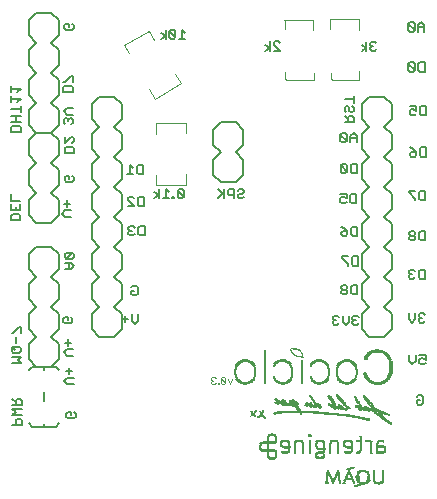
<source format=gbo>
G75*
%MOIN*%
%OFA0B0*%
%FSLAX25Y25*%
%IPPOS*%
%LPD*%
%AMOC8*
5,1,8,0,0,1.08239X$1,22.5*
%
%ADD10R,0.01000X0.00050*%
%ADD11R,0.01450X0.00050*%
%ADD12R,0.01700X0.00050*%
%ADD13R,0.01950X0.00050*%
%ADD14R,0.02100X0.00050*%
%ADD15R,0.02250X0.00050*%
%ADD16R,0.01300X0.00050*%
%ADD17R,0.02350X0.00050*%
%ADD18R,0.01650X0.00050*%
%ADD19R,0.02450X0.00050*%
%ADD20R,0.02550X0.00050*%
%ADD21R,0.02150X0.00050*%
%ADD22R,0.02650X0.00050*%
%ADD23R,0.02750X0.00050*%
%ADD24R,0.02800X0.00050*%
%ADD25R,0.02850X0.00050*%
%ADD26R,0.02700X0.00050*%
%ADD27R,0.02950X0.00050*%
%ADD28R,0.01050X0.00050*%
%ADD29R,0.01100X0.00050*%
%ADD30R,0.00950X0.00050*%
%ADD31R,0.00900X0.00050*%
%ADD32R,0.00850X0.00050*%
%ADD33R,0.03050X0.00050*%
%ADD34R,0.00750X0.00050*%
%ADD35R,0.00800X0.00050*%
%ADD36R,0.01150X0.00050*%
%ADD37R,0.00700X0.00050*%
%ADD38R,0.00650X0.00050*%
%ADD39R,0.00600X0.00050*%
%ADD40R,0.00550X0.00050*%
%ADD41R,0.00500X0.00050*%
%ADD42R,0.00200X0.00050*%
%ADD43R,0.00400X0.00050*%
%ADD44R,0.02400X0.00050*%
%ADD45R,0.01250X0.00050*%
%ADD46R,0.01900X0.00050*%
%ADD47R,0.02500X0.00050*%
%ADD48R,0.02200X0.00050*%
%ADD49R,0.02900X0.00050*%
%ADD50R,0.01350X0.00050*%
%ADD51R,0.02300X0.00050*%
%ADD52R,0.01400X0.00050*%
%ADD53R,0.03000X0.00050*%
%ADD54R,0.01500X0.00050*%
%ADD55R,0.03100X0.00050*%
%ADD56R,0.01550X0.00050*%
%ADD57R,0.01600X0.00050*%
%ADD58R,0.03150X0.00050*%
%ADD59R,0.02600X0.00050*%
%ADD60R,0.04750X0.00050*%
%ADD61R,0.00300X0.00050*%
%ADD62R,0.04900X0.00050*%
%ADD63R,0.00050X0.00050*%
%ADD64R,0.04950X0.00050*%
%ADD65R,0.05000X0.00050*%
%ADD66R,0.05100X0.00050*%
%ADD67R,0.05050X0.00050*%
%ADD68R,0.02050X0.00050*%
%ADD69R,0.01200X0.00050*%
%ADD70R,0.00100X0.00050*%
%ADD71R,0.01800X0.00050*%
%ADD72R,0.01850X0.00050*%
%ADD73R,0.00210X0.00070*%
%ADD74R,0.01750X0.00070*%
%ADD75R,0.02520X0.00070*%
%ADD76R,0.01400X0.00070*%
%ADD77R,0.01330X0.00070*%
%ADD78R,0.03080X0.00070*%
%ADD79R,0.02100X0.00070*%
%ADD80R,0.02030X0.00070*%
%ADD81R,0.03570X0.00070*%
%ADD82R,0.00910X0.00070*%
%ADD83R,0.02590X0.00070*%
%ADD84R,0.00840X0.00070*%
%ADD85R,0.03920X0.00070*%
%ADD86R,0.02940X0.00070*%
%ADD87R,0.02870X0.00070*%
%ADD88R,0.02940X0.00070*%
%ADD89R,0.04270X0.00070*%
%ADD90R,0.03290X0.00070*%
%ADD91R,0.03220X0.00070*%
%ADD92R,0.00910X0.00070*%
%ADD93R,0.00840X0.00070*%
%ADD94R,0.04550X0.00070*%
%ADD95R,0.03570X0.00070*%
%ADD96R,0.03500X0.00070*%
%ADD97R,0.04830X0.00070*%
%ADD98R,0.03780X0.00070*%
%ADD99R,0.05110X0.00070*%
%ADD100R,0.04060X0.00070*%
%ADD101R,0.03990X0.00070*%
%ADD102R,0.05320X0.00070*%
%ADD103R,0.04340X0.00070*%
%ADD104R,0.04200X0.00070*%
%ADD105R,0.04340X0.00070*%
%ADD106R,0.05600X0.00070*%
%ADD107R,0.04480X0.00070*%
%ADD108R,0.04410X0.00070*%
%ADD109R,0.02170X0.00070*%
%ADD110R,0.01960X0.00070*%
%ADD111R,0.01680X0.00070*%
%ADD112R,0.01750X0.00070*%
%ADD113R,0.01610X0.00070*%
%ADD114R,0.01890X0.00070*%
%ADD115R,0.01540X0.00070*%
%ADD116R,0.01470X0.00070*%
%ADD117R,0.01400X0.00070*%
%ADD118R,0.01260X0.00070*%
%ADD119R,0.01470X0.00070*%
%ADD120R,0.01190X0.00070*%
%ADD121R,0.01260X0.00070*%
%ADD122R,0.01120X0.00070*%
%ADD123R,0.01470X0.00070*%
%ADD124R,0.01190X0.00070*%
%ADD125R,0.01120X0.00070*%
%ADD126R,0.01050X0.00070*%
%ADD127R,0.01470X0.00070*%
%ADD128R,0.01190X0.00070*%
%ADD129R,0.00980X0.00070*%
%ADD130R,0.01050X0.00070*%
%ADD131R,0.00980X0.00070*%
%ADD132R,0.01120X0.00070*%
%ADD133R,0.01120X0.00070*%
%ADD134R,0.01190X0.00070*%
%ADD135R,0.00840X0.00070*%
%ADD136R,0.00840X0.00070*%
%ADD137R,0.01330X0.00070*%
%ADD138R,0.01540X0.00070*%
%ADD139R,0.01540X0.00070*%
%ADD140R,0.01820X0.00070*%
%ADD141R,0.01820X0.00070*%
%ADD142R,0.01680X0.00070*%
%ADD143R,0.04480X0.00070*%
%ADD144R,0.04410X0.00070*%
%ADD145R,0.04270X0.00070*%
%ADD146R,0.03990X0.00070*%
%ADD147R,0.04060X0.00070*%
%ADD148R,0.03780X0.00070*%
%ADD149R,0.03500X0.00070*%
%ADD150R,0.03220X0.00070*%
%ADD151R,0.03220X0.00070*%
%ADD152R,0.02870X0.00070*%
%ADD153R,0.02520X0.00070*%
%ADD154R,0.02520X0.00070*%
%ADD155R,0.02450X0.00070*%
%ADD156R,0.00070X0.00070*%
%ADD157R,0.00210X0.00070*%
%ADD158R,0.00420X0.00070*%
%ADD159R,0.00630X0.00070*%
%ADD160R,0.00770X0.00070*%
%ADD161R,0.00350X0.00070*%
%ADD162R,0.00350X0.00070*%
%ADD163R,0.00280X0.00070*%
%ADD164R,0.00280X0.00070*%
%ADD165R,0.01610X0.00070*%
%ADD166R,0.01820X0.00070*%
%ADD167R,0.05600X0.00070*%
%ADD168R,0.05180X0.00070*%
%ADD169R,0.04900X0.00070*%
%ADD170R,0.04620X0.00070*%
%ADD171R,0.03570X0.00070*%
%ADD172R,0.02660X0.00070*%
%ADD173R,0.02030X0.00070*%
%ADD174R,0.00490X0.00070*%
%ADD175R,0.01820X0.00070*%
%ADD176R,0.02310X0.00070*%
%ADD177R,0.00080X0.00020*%
%ADD178R,0.00240X0.00020*%
%ADD179R,0.00420X0.00020*%
%ADD180R,0.00580X0.00020*%
%ADD181R,0.00760X0.00020*%
%ADD182R,0.00960X0.00020*%
%ADD183R,0.00020X0.00020*%
%ADD184R,0.01340X0.00020*%
%ADD185R,0.01540X0.00020*%
%ADD186R,0.01580X0.00020*%
%ADD187R,0.01580X0.00020*%
%ADD188R,0.01560X0.00020*%
%ADD189R,0.01560X0.00020*%
%ADD190R,0.01540X0.00020*%
%ADD191R,0.01540X0.00020*%
%ADD192R,0.01520X0.00020*%
%ADD193R,0.01520X0.00020*%
%ADD194R,0.01500X0.00020*%
%ADD195R,0.01500X0.00020*%
%ADD196R,0.01480X0.00020*%
%ADD197R,0.01460X0.00020*%
%ADD198R,0.01440X0.00020*%
%ADD199R,0.01440X0.00020*%
%ADD200R,0.01440X0.00020*%
%ADD201R,0.01420X0.00020*%
%ADD202R,0.01420X0.00020*%
%ADD203R,0.01400X0.00020*%
%ADD204R,0.01400X0.00020*%
%ADD205R,0.01380X0.00020*%
%ADD206R,0.01380X0.00020*%
%ADD207R,0.01360X0.00020*%
%ADD208R,0.01360X0.00020*%
%ADD209R,0.01340X0.00020*%
%ADD210R,0.01340X0.00020*%
%ADD211R,0.00480X0.00020*%
%ADD212R,0.01760X0.00020*%
%ADD213R,0.00840X0.00020*%
%ADD214R,0.01760X0.00020*%
%ADD215R,0.01080X0.00020*%
%ADD216R,0.01260X0.00020*%
%ADD217R,0.01680X0.00020*%
%ADD218R,0.01420X0.00020*%
%ADD219R,0.00700X0.00020*%
%ADD220R,0.01020X0.00020*%
%ADD221R,0.00280X0.00020*%
%ADD222R,0.01000X0.00020*%
%ADD223R,0.01840X0.00020*%
%ADD224R,0.00700X0.00020*%
%ADD225R,0.01000X0.00020*%
%ADD226R,0.00300X0.00020*%
%ADD227R,0.01020X0.00020*%
%ADD228R,0.01980X0.00020*%
%ADD229R,0.01020X0.00020*%
%ADD230R,0.00680X0.00020*%
%ADD231R,0.00320X0.00020*%
%ADD232R,0.01780X0.00020*%
%ADD233R,0.02100X0.00020*%
%ADD234R,0.00980X0.00020*%
%ADD235R,0.00680X0.00020*%
%ADD236R,0.00340X0.00020*%
%ADD237R,0.01900X0.00020*%
%ADD238R,0.02200X0.00020*%
%ADD239R,0.00360X0.00020*%
%ADD240R,0.02300X0.00020*%
%ADD241R,0.00980X0.00020*%
%ADD242R,0.00380X0.00020*%
%ADD243R,0.02080X0.00020*%
%ADD244R,0.02420X0.00020*%
%ADD245R,0.00400X0.00020*%
%ADD246R,0.02140X0.00020*%
%ADD247R,0.02500X0.00020*%
%ADD248R,0.00400X0.00020*%
%ADD249R,0.02220X0.00020*%
%ADD250R,0.02580X0.00020*%
%ADD251R,0.02640X0.00020*%
%ADD252R,0.00440X0.00020*%
%ADD253R,0.02360X0.00020*%
%ADD254R,0.02720X0.00020*%
%ADD255R,0.00460X0.00020*%
%ADD256R,0.02440X0.00020*%
%ADD257R,0.02800X0.00020*%
%ADD258R,0.00460X0.00020*%
%ADD259R,0.02440X0.00020*%
%ADD260R,0.00040X0.00020*%
%ADD261R,0.02840X0.00020*%
%ADD262R,0.00500X0.00020*%
%ADD263R,0.02560X0.00020*%
%ADD264R,0.02920X0.00020*%
%ADD265R,0.00960X0.00020*%
%ADD266R,0.00500X0.00020*%
%ADD267R,0.01020X0.00020*%
%ADD268R,0.02580X0.00020*%
%ADD269R,0.00040X0.00020*%
%ADD270R,0.02980X0.00020*%
%ADD271R,0.00520X0.00020*%
%ADD272R,0.02680X0.00020*%
%ADD273R,0.01280X0.00020*%
%ADD274R,0.00660X0.00020*%
%ADD275R,0.00540X0.00020*%
%ADD276R,0.02720X0.00020*%
%ADD277R,0.01280X0.00020*%
%ADD278R,0.01200X0.00020*%
%ADD279R,0.00660X0.00020*%
%ADD280R,0.00560X0.00020*%
%ADD281R,0.02780X0.00020*%
%ADD282R,0.01140X0.00020*%
%ADD283R,0.02820X0.00020*%
%ADD284R,0.01220X0.00020*%
%ADD285R,0.01120X0.00020*%
%ADD286R,0.00600X0.00020*%
%ADD287R,0.02860X0.00020*%
%ADD288R,0.01180X0.00020*%
%ADD289R,0.01100X0.00020*%
%ADD290R,0.00620X0.00020*%
%ADD291R,0.02920X0.00020*%
%ADD292R,0.01060X0.00020*%
%ADD293R,0.01180X0.00020*%
%ADD294R,0.01160X0.00020*%
%ADD295R,0.01060X0.00020*%
%ADD296R,0.01140X0.00020*%
%ADD297R,0.01040X0.00020*%
%ADD298R,0.01240X0.00020*%
%ADD299R,0.01200X0.00020*%
%ADD300R,0.00720X0.00020*%
%ADD301R,0.01160X0.00020*%
%ADD302R,0.00020X0.00020*%
%ADD303R,0.00740X0.00020*%
%ADD304R,0.01140X0.00020*%
%ADD305R,0.00940X0.00020*%
%ADD306R,0.01100X0.00020*%
%ADD307R,0.00740X0.00020*%
%ADD308R,0.01120X0.00020*%
%ADD309R,0.00940X0.00020*%
%ADD310R,0.01080X0.00020*%
%ADD311R,0.00780X0.00020*%
%ADD312R,0.00920X0.00020*%
%ADD313R,0.00780X0.00020*%
%ADD314R,0.00900X0.00020*%
%ADD315R,0.00800X0.00020*%
%ADD316R,0.00820X0.00020*%
%ADD317R,0.00880X0.00020*%
%ADD318R,0.00840X0.00020*%
%ADD319R,0.00880X0.00020*%
%ADD320R,0.00860X0.00020*%
%ADD321R,0.01040X0.00020*%
%ADD322R,0.00840X0.00020*%
%ADD323R,0.00920X0.00020*%
%ADD324R,0.00840X0.00020*%
%ADD325R,0.00640X0.00020*%
%ADD326R,0.01040X0.00020*%
%ADD327R,0.00820X0.00020*%
%ADD328R,0.00820X0.00020*%
%ADD329R,0.00820X0.00020*%
%ADD330R,0.00800X0.00020*%
%ADD331R,0.00640X0.00020*%
%ADD332R,0.00940X0.00020*%
%ADD333R,0.01220X0.00020*%
%ADD334R,0.01300X0.00020*%
%ADD335R,0.01320X0.00020*%
%ADD336R,0.00640X0.00020*%
%ADD337R,0.00020X0.00020*%
%ADD338R,0.00620X0.00020*%
%ADD339R,0.00640X0.00020*%
%ADD340R,0.00620X0.00020*%
%ADD341R,0.01420X0.00020*%
%ADD342R,0.01460X0.00020*%
%ADD343R,0.03220X0.00020*%
%ADD344R,0.00620X0.00020*%
%ADD345R,0.03200X0.00020*%
%ADD346R,0.03180X0.00020*%
%ADD347R,0.01520X0.00020*%
%ADD348R,0.03180X0.00020*%
%ADD349R,0.01540X0.00020*%
%ADD350R,0.00760X0.00020*%
%ADD351R,0.03140X0.00020*%
%ADD352R,0.03140X0.00020*%
%ADD353R,0.00900X0.00020*%
%ADD354R,0.03120X0.00020*%
%ADD355R,0.03100X0.00020*%
%ADD356R,0.03080X0.00020*%
%ADD357R,0.03060X0.00020*%
%ADD358R,0.03060X0.00020*%
%ADD359R,0.03040X0.00020*%
%ADD360R,0.03020X0.00020*%
%ADD361R,0.03000X0.00020*%
%ADD362R,0.00600X0.00020*%
%ADD363R,0.02960X0.00020*%
%ADD364R,0.02940X0.00020*%
%ADD365R,0.02900X0.00020*%
%ADD366R,0.02880X0.00020*%
%ADD367R,0.02880X0.00020*%
%ADD368R,0.00940X0.00020*%
%ADD369R,0.00860X0.00020*%
%ADD370R,0.00920X0.00020*%
%ADD371R,0.00920X0.00020*%
%ADD372R,0.00560X0.00020*%
%ADD373R,0.00580X0.00020*%
%ADD374R,0.00540X0.00020*%
%ADD375R,0.00540X0.00020*%
%ADD376R,0.01480X0.00020*%
%ADD377R,0.01320X0.00020*%
%ADD378R,0.01300X0.00020*%
%ADD379R,0.00520X0.00020*%
%ADD380R,0.01240X0.00020*%
%ADD381R,0.00020X0.00020*%
%ADD382R,0.01240X0.00020*%
%ADD383R,0.00520X0.00020*%
%ADD384R,0.01220X0.00020*%
%ADD385R,0.00520X0.00020*%
%ADD386R,0.01140X0.00020*%
%ADD387R,0.01120X0.00020*%
%ADD388R,0.01120X0.00020*%
%ADD389R,0.00040X0.00020*%
%ADD390R,0.01040X0.00020*%
%ADD391R,0.00720X0.00020*%
%ADD392R,0.00720X0.00020*%
%ADD393R,0.02660X0.00020*%
%ADD394R,0.02660X0.00020*%
%ADD395R,0.00740X0.00020*%
%ADD396R,0.02500X0.00020*%
%ADD397R,0.02420X0.00020*%
%ADD398R,0.02340X0.00020*%
%ADD399R,0.02220X0.00020*%
%ADD400R,0.02060X0.00020*%
%ADD401R,0.01940X0.00020*%
%ADD402R,0.01820X0.00020*%
%ADD403R,0.01680X0.00020*%
%ADD404R,0.00480X0.00020*%
%ADD405R,0.00140X0.00020*%
%ADD406R,0.00260X0.00020*%
%ADD407R,0.01320X0.00020*%
%ADD408C,0.00300*%
%ADD409C,0.00500*%
%ADD410C,0.00400*%
%ADD411R,0.00400X0.00100*%
%ADD412R,0.00600X0.00100*%
%ADD413R,0.00800X0.00100*%
%ADD414R,0.00900X0.00100*%
%ADD415R,0.01100X0.00100*%
%ADD416R,0.01200X0.00100*%
%ADD417R,0.01300X0.00100*%
%ADD418R,0.00500X0.00100*%
%ADD419R,0.01600X0.00100*%
%ADD420R,0.02100X0.00100*%
%ADD421R,0.02500X0.00100*%
%ADD422R,0.02900X0.00100*%
%ADD423R,0.03300X0.00100*%
%ADD424R,0.01400X0.00100*%
%ADD425R,0.03100X0.00100*%
%ADD426R,0.00700X0.00100*%
%ADD427R,0.03000X0.00100*%
%ADD428R,0.01500X0.00100*%
%ADD429R,0.03200X0.00100*%
%ADD430R,0.01000X0.00100*%
%ADD431R,0.00200X0.00100*%
%ADD432R,0.03400X0.00100*%
%ADD433R,0.03600X0.00100*%
%ADD434R,0.03900X0.00100*%
%ADD435R,0.04500X0.00100*%
%ADD436R,0.01700X0.00100*%
%ADD437R,0.04900X0.00100*%
%ADD438R,0.05400X0.00100*%
%ADD439R,0.05700X0.00100*%
%ADD440R,0.05800X0.00100*%
%ADD441R,0.06000X0.00100*%
%ADD442R,0.06100X0.00100*%
%ADD443R,0.06200X0.00100*%
%ADD444R,0.01900X0.00100*%
%ADD445R,0.06600X0.00100*%
%ADD446R,0.02700X0.00100*%
%ADD447R,0.00300X0.00100*%
%ADD448R,0.08300X0.00100*%
%ADD449R,0.17500X0.00100*%
%ADD450R,0.02300X0.00100*%
%ADD451R,0.16000X0.00100*%
%ADD452R,0.03500X0.00100*%
%ADD453R,0.13700X0.00100*%
%ADD454R,0.11600X0.00100*%
%ADD455R,0.09200X0.00100*%
%ADD456R,0.05200X0.00100*%
%ADD457R,0.00100X0.00100*%
%ADD458R,0.05300X0.00100*%
%ADD459R,0.05100X0.00100*%
%ADD460R,0.06300X0.00100*%
%ADD461R,0.02600X0.00100*%
%ADD462R,0.02000X0.00100*%
%ADD463R,0.02200X0.00100*%
%ADD464R,0.02800X0.00100*%
%ADD465R,0.01800X0.00100*%
%ADD466R,0.04100X0.00100*%
%ADD467R,0.02400X0.00100*%
%ADD468R,0.04200X0.00100*%
%ADD469R,0.04300X0.00100*%
%ADD470R,0.05500X0.00100*%
%ADD471R,0.04400X0.00100*%
%ADD472C,0.00800*%
D10*
X0199965Y0020600D03*
X0209915Y0026500D03*
X0212465Y0028350D03*
X0212465Y0028850D03*
X0217015Y0023300D03*
X0221665Y0026500D03*
X0226215Y0023300D03*
X0229115Y0023300D03*
X0237415Y0023300D03*
X0237415Y0024700D03*
D11*
X0228690Y0023050D03*
X0199990Y0020650D03*
D12*
X0199965Y0020700D03*
X0231765Y0027050D03*
D13*
X0231890Y0026900D03*
X0236290Y0026900D03*
X0235790Y0022650D03*
X0215990Y0021000D03*
X0215440Y0022650D03*
X0199990Y0020750D03*
D14*
X0199965Y0020800D03*
X0216415Y0023250D03*
X0225215Y0022850D03*
X0231965Y0026800D03*
X0236215Y0026800D03*
D15*
X0236140Y0026650D03*
X0232040Y0026650D03*
X0232040Y0026600D03*
X0225790Y0024450D03*
X0225240Y0022900D03*
X0216290Y0023200D03*
X0215590Y0022700D03*
X0204840Y0024450D03*
X0204290Y0026900D03*
X0199990Y0020850D03*
D16*
X0204365Y0022700D03*
X0216015Y0020900D03*
X0228615Y0022900D03*
D17*
X0225290Y0023000D03*
X0225240Y0026850D03*
X0220690Y0026850D03*
X0215990Y0026850D03*
X0215690Y0022750D03*
X0215990Y0021100D03*
X0208940Y0026850D03*
X0204290Y0026850D03*
X0204340Y0022950D03*
X0199990Y0020900D03*
X0199490Y0023900D03*
D18*
X0204340Y0022750D03*
X0199990Y0029100D03*
X0215990Y0020950D03*
X0225240Y0022750D03*
D19*
X0225340Y0023100D03*
X0225690Y0024500D03*
X0220690Y0026800D03*
X0216140Y0023100D03*
X0215840Y0022850D03*
X0215990Y0021150D03*
X0208940Y0026800D03*
X0204290Y0026800D03*
X0204740Y0024500D03*
X0204390Y0023050D03*
X0199990Y0020950D03*
X0199990Y0028850D03*
D20*
X0199990Y0028800D03*
X0204290Y0026750D03*
X0208940Y0026750D03*
X0204690Y0024550D03*
X0204440Y0023200D03*
X0204440Y0023150D03*
X0199990Y0021000D03*
X0215990Y0021200D03*
X0216390Y0023950D03*
X0220690Y0026750D03*
X0225390Y0023200D03*
X0235990Y0022750D03*
X0235990Y0025250D03*
D21*
X0236190Y0026750D03*
X0231990Y0026750D03*
X0216590Y0023850D03*
X0215990Y0021050D03*
X0204290Y0022850D03*
D22*
X0204290Y0026700D03*
X0208940Y0026700D03*
X0216340Y0024000D03*
X0220690Y0026700D03*
X0236040Y0025200D03*
X0236040Y0022800D03*
X0199990Y0021050D03*
D23*
X0199990Y0021100D03*
X0204590Y0024650D03*
X0204290Y0026650D03*
X0208940Y0026650D03*
X0215990Y0026650D03*
X0216290Y0024050D03*
X0215990Y0021300D03*
X0220690Y0026650D03*
X0225240Y0026650D03*
X0236090Y0025150D03*
X0236090Y0022850D03*
D24*
X0236115Y0022900D03*
X0236115Y0025100D03*
X0225515Y0024650D03*
X0216265Y0024100D03*
X0199965Y0021150D03*
X0199965Y0028650D03*
D25*
X0199990Y0028600D03*
X0204290Y0026600D03*
X0204540Y0024700D03*
X0208940Y0026600D03*
X0215990Y0026600D03*
X0216240Y0024150D03*
X0215990Y0021350D03*
X0220690Y0026600D03*
X0225240Y0026600D03*
X0225490Y0024700D03*
X0199990Y0021200D03*
D26*
X0204615Y0024600D03*
X0199965Y0028700D03*
X0216015Y0026700D03*
X0215965Y0021250D03*
X0225565Y0024600D03*
X0225215Y0026700D03*
D27*
X0225440Y0024800D03*
X0215990Y0021400D03*
X0204490Y0024800D03*
X0199990Y0021250D03*
X0199990Y0028500D03*
X0236190Y0025000D03*
X0236190Y0023000D03*
D28*
X0235440Y0026500D03*
X0236290Y0027100D03*
X0232740Y0026500D03*
X0228490Y0022750D03*
X0219740Y0026500D03*
X0216990Y0026500D03*
X0215040Y0026500D03*
X0212490Y0028400D03*
X0212490Y0028450D03*
X0212490Y0028500D03*
X0212490Y0028550D03*
X0212490Y0028600D03*
X0212490Y0028650D03*
X0212490Y0028700D03*
X0212490Y0028750D03*
X0212490Y0028800D03*
X0207990Y0026500D03*
X0205240Y0026500D03*
X0203340Y0026500D03*
X0200940Y0026550D03*
X0196340Y0025850D03*
X0196340Y0023950D03*
X0200940Y0021300D03*
X0205290Y0023300D03*
D29*
X0199015Y0021300D03*
X0224265Y0026500D03*
X0226165Y0026500D03*
D30*
X0224190Y0026450D03*
X0224190Y0025100D03*
X0226290Y0023350D03*
X0229190Y0023350D03*
X0235340Y0026450D03*
X0219640Y0026450D03*
X0214940Y0026450D03*
X0214990Y0024500D03*
X0214890Y0022600D03*
X0214890Y0021550D03*
X0217090Y0021550D03*
X0207890Y0026450D03*
X0205340Y0026450D03*
X0203240Y0026450D03*
X0203240Y0025100D03*
X0200990Y0023200D03*
X0201040Y0021350D03*
X0196290Y0024000D03*
X0196240Y0025750D03*
X0196290Y0025800D03*
X0198940Y0028450D03*
X0200990Y0028450D03*
D31*
X0201015Y0026600D03*
X0203215Y0025150D03*
X0205365Y0023350D03*
X0205415Y0023400D03*
X0210015Y0026450D03*
X0210065Y0026400D03*
X0212465Y0028300D03*
X0212465Y0028900D03*
X0217065Y0026450D03*
X0217115Y0026400D03*
X0214915Y0024550D03*
X0217065Y0023350D03*
X0217115Y0023400D03*
X0221765Y0026450D03*
X0221815Y0026400D03*
X0224115Y0026400D03*
X0224115Y0025150D03*
X0226265Y0026450D03*
X0226315Y0026400D03*
X0228465Y0022700D03*
X0232815Y0026450D03*
X0232865Y0026400D03*
X0237465Y0024650D03*
X0237465Y0023350D03*
X0198915Y0021350D03*
X0196215Y0024050D03*
D32*
X0196190Y0024100D03*
X0196140Y0025600D03*
X0196190Y0025700D03*
X0198890Y0028400D03*
X0201090Y0028400D03*
X0201090Y0026650D03*
X0203140Y0026350D03*
X0203190Y0026400D03*
X0203140Y0025200D03*
X0205390Y0026400D03*
X0205440Y0026350D03*
X0207790Y0026350D03*
X0207840Y0026400D03*
X0210090Y0026350D03*
X0214840Y0026350D03*
X0214890Y0026400D03*
X0214840Y0024650D03*
X0214890Y0024600D03*
X0214840Y0022550D03*
X0214790Y0022500D03*
X0214790Y0021650D03*
X0214840Y0021600D03*
X0217140Y0021600D03*
X0217190Y0021650D03*
X0219540Y0026350D03*
X0219590Y0026400D03*
X0221840Y0026350D03*
X0224040Y0026300D03*
X0224090Y0026350D03*
X0224040Y0025250D03*
X0224090Y0025200D03*
X0226340Y0023400D03*
X0226390Y0023450D03*
X0229240Y0023400D03*
X0232890Y0026350D03*
X0235240Y0026350D03*
X0235290Y0026400D03*
X0237540Y0024600D03*
X0237540Y0023400D03*
X0201090Y0023150D03*
X0201090Y0021400D03*
X0198840Y0021400D03*
D33*
X0204440Y0024900D03*
X0216140Y0024350D03*
X0215990Y0021450D03*
X0225390Y0024900D03*
X0236240Y0024900D03*
X0236240Y0023100D03*
D34*
X0237640Y0023600D03*
X0237690Y0023700D03*
X0237690Y0023750D03*
X0237690Y0024300D03*
X0237690Y0024350D03*
X0237640Y0024400D03*
X0235090Y0026000D03*
X0235140Y0026150D03*
X0235140Y0026200D03*
X0235190Y0026250D03*
X0233040Y0026100D03*
X0233040Y0026050D03*
X0232990Y0026150D03*
X0232990Y0026200D03*
X0229440Y0023950D03*
X0229390Y0023700D03*
X0229390Y0023650D03*
X0229340Y0023600D03*
X0229340Y0023550D03*
X0226540Y0023800D03*
X0226540Y0023850D03*
X0226490Y0023650D03*
X0226490Y0023600D03*
X0226440Y0023550D03*
X0226540Y0025950D03*
X0226490Y0026100D03*
X0226490Y0026150D03*
X0226440Y0026250D03*
X0223990Y0026200D03*
X0223940Y0026150D03*
X0223940Y0026100D03*
X0223890Y0025800D03*
X0223890Y0025750D03*
X0223940Y0025500D03*
X0223940Y0025450D03*
X0223990Y0025400D03*
X0223990Y0025350D03*
X0221990Y0026050D03*
X0221990Y0026100D03*
X0221940Y0026150D03*
X0221940Y0026200D03*
X0219490Y0026250D03*
X0219440Y0026200D03*
X0219440Y0026150D03*
X0219390Y0026050D03*
X0219390Y0026000D03*
X0217290Y0026050D03*
X0217290Y0026100D03*
X0217240Y0026200D03*
X0214790Y0026250D03*
X0214740Y0026150D03*
X0214690Y0026000D03*
X0214690Y0025950D03*
X0214690Y0025000D03*
X0214740Y0024850D03*
X0214740Y0024800D03*
X0214790Y0024750D03*
X0217240Y0023600D03*
X0217290Y0023650D03*
X0217290Y0023700D03*
X0217290Y0021850D03*
X0217290Y0021800D03*
X0217240Y0021750D03*
X0214740Y0021750D03*
X0214690Y0021850D03*
X0214690Y0021900D03*
X0214690Y0022250D03*
X0214690Y0022300D03*
X0214740Y0022400D03*
X0210240Y0026050D03*
X0210240Y0026100D03*
X0210190Y0026150D03*
X0210190Y0026200D03*
X0207740Y0026250D03*
X0207690Y0026200D03*
X0207690Y0026150D03*
X0207640Y0026050D03*
X0207640Y0026000D03*
X0205590Y0026050D03*
X0205590Y0026100D03*
X0205540Y0026150D03*
X0205540Y0026200D03*
X0203090Y0026250D03*
X0203040Y0026200D03*
X0203040Y0026150D03*
X0202990Y0026050D03*
X0202990Y0026000D03*
X0202990Y0025550D03*
X0202990Y0025500D03*
X0203040Y0025400D03*
X0203090Y0025300D03*
X0201190Y0026750D03*
X0201140Y0026700D03*
X0201190Y0028250D03*
X0198790Y0028300D03*
X0196090Y0025500D03*
X0196090Y0025450D03*
X0196040Y0025350D03*
X0196040Y0025300D03*
X0196040Y0024500D03*
X0196040Y0024450D03*
X0196090Y0024350D03*
X0196090Y0024300D03*
X0198740Y0021550D03*
X0198790Y0021500D03*
X0201140Y0021450D03*
X0201190Y0021500D03*
X0201190Y0023000D03*
X0205490Y0023500D03*
X0205540Y0023600D03*
X0205590Y0023700D03*
X0205590Y0023750D03*
D35*
X0205515Y0023550D03*
X0205465Y0023450D03*
X0205515Y0026250D03*
X0205465Y0026300D03*
X0207765Y0026300D03*
X0210115Y0026300D03*
X0210165Y0026250D03*
X0214765Y0026200D03*
X0214815Y0026300D03*
X0214815Y0024700D03*
X0217215Y0023550D03*
X0217215Y0023500D03*
X0217165Y0023450D03*
X0217215Y0021700D03*
X0214765Y0021700D03*
X0214765Y0022450D03*
X0217215Y0026250D03*
X0217215Y0026300D03*
X0217165Y0026350D03*
X0219515Y0026300D03*
X0221865Y0026300D03*
X0221915Y0026250D03*
X0224015Y0026250D03*
X0224015Y0025300D03*
X0226365Y0026350D03*
X0226415Y0026300D03*
X0226465Y0026200D03*
X0226415Y0023500D03*
X0229265Y0023450D03*
X0229315Y0023500D03*
X0232915Y0026300D03*
X0232965Y0026250D03*
X0235215Y0026300D03*
X0237565Y0024550D03*
X0237615Y0024500D03*
X0237615Y0024450D03*
X0237615Y0023550D03*
X0237615Y0023500D03*
X0237565Y0023450D03*
X0203115Y0025250D03*
X0203065Y0025350D03*
X0203115Y0026300D03*
X0201165Y0028300D03*
X0201115Y0028350D03*
X0198815Y0028350D03*
X0196165Y0025650D03*
X0196115Y0025550D03*
X0196115Y0024250D03*
X0196115Y0024200D03*
X0196165Y0024150D03*
X0198815Y0021450D03*
X0201115Y0023100D03*
X0201165Y0023050D03*
D36*
X0196440Y0023900D03*
X0215040Y0021500D03*
X0216940Y0021500D03*
X0228540Y0022800D03*
D37*
X0229415Y0023750D03*
X0229415Y0023800D03*
X0229415Y0023850D03*
X0229415Y0023900D03*
X0229465Y0024000D03*
X0229465Y0024050D03*
X0229465Y0024100D03*
X0229465Y0024150D03*
X0229465Y0024200D03*
X0229465Y0024250D03*
X0229465Y0024300D03*
X0229465Y0024350D03*
X0229465Y0024400D03*
X0229465Y0024450D03*
X0229465Y0024500D03*
X0229465Y0024550D03*
X0229465Y0024600D03*
X0229465Y0024650D03*
X0229465Y0024700D03*
X0229465Y0024750D03*
X0229465Y0024800D03*
X0229465Y0024850D03*
X0229465Y0024900D03*
X0229465Y0024950D03*
X0229465Y0025000D03*
X0229465Y0025050D03*
X0229465Y0025100D03*
X0229465Y0025150D03*
X0229465Y0025200D03*
X0229465Y0025250D03*
X0229465Y0025300D03*
X0229465Y0025350D03*
X0229465Y0025400D03*
X0229465Y0025450D03*
X0229465Y0025500D03*
X0229465Y0025550D03*
X0229465Y0025600D03*
X0229465Y0025650D03*
X0229465Y0025700D03*
X0229465Y0025750D03*
X0229465Y0025800D03*
X0229465Y0025850D03*
X0229465Y0025900D03*
X0229465Y0025950D03*
X0229465Y0026000D03*
X0229465Y0026050D03*
X0229465Y0026100D03*
X0229465Y0026150D03*
X0229465Y0026200D03*
X0229465Y0026250D03*
X0229465Y0026300D03*
X0229465Y0026350D03*
X0229465Y0026400D03*
X0229465Y0026450D03*
X0229465Y0026500D03*
X0229465Y0027150D03*
X0229465Y0027200D03*
X0229465Y0027250D03*
X0229465Y0027300D03*
X0229465Y0027350D03*
X0229465Y0027400D03*
X0229465Y0027450D03*
X0229465Y0027500D03*
X0229465Y0027550D03*
X0229465Y0027600D03*
X0229465Y0027650D03*
X0229465Y0027700D03*
X0229465Y0027750D03*
X0229465Y0027800D03*
X0229465Y0027850D03*
X0229465Y0027900D03*
X0229465Y0027950D03*
X0229465Y0028000D03*
X0229465Y0028050D03*
X0229465Y0028100D03*
X0229465Y0028150D03*
X0226515Y0026050D03*
X0226515Y0026000D03*
X0226565Y0025900D03*
X0226565Y0025850D03*
X0226565Y0025800D03*
X0226565Y0025750D03*
X0226565Y0025700D03*
X0226565Y0025650D03*
X0226565Y0025600D03*
X0226565Y0025550D03*
X0226565Y0025500D03*
X0226565Y0025450D03*
X0226565Y0025400D03*
X0226565Y0025350D03*
X0226565Y0025300D03*
X0226565Y0025250D03*
X0226565Y0025200D03*
X0226565Y0025150D03*
X0226565Y0025100D03*
X0226565Y0024400D03*
X0226565Y0024350D03*
X0226565Y0024300D03*
X0226565Y0024250D03*
X0226565Y0024200D03*
X0226565Y0024150D03*
X0226565Y0024100D03*
X0226565Y0024050D03*
X0226565Y0024000D03*
X0226565Y0023950D03*
X0226565Y0023900D03*
X0226515Y0023750D03*
X0226515Y0023700D03*
X0223915Y0025550D03*
X0223915Y0025600D03*
X0223915Y0025650D03*
X0223915Y0025700D03*
X0223915Y0025850D03*
X0223915Y0025900D03*
X0223915Y0025950D03*
X0223915Y0026000D03*
X0223915Y0026050D03*
X0222015Y0026000D03*
X0222015Y0025950D03*
X0222015Y0025900D03*
X0222015Y0025850D03*
X0222015Y0025800D03*
X0222015Y0025750D03*
X0222015Y0025700D03*
X0222015Y0025650D03*
X0222015Y0025600D03*
X0222015Y0025550D03*
X0222015Y0025500D03*
X0222015Y0025450D03*
X0222015Y0025400D03*
X0222015Y0025350D03*
X0222015Y0025300D03*
X0222015Y0025250D03*
X0222015Y0025200D03*
X0222015Y0025150D03*
X0222015Y0025100D03*
X0222015Y0025050D03*
X0222015Y0025000D03*
X0222015Y0024950D03*
X0222015Y0024900D03*
X0222015Y0024850D03*
X0222015Y0024800D03*
X0222015Y0024750D03*
X0222015Y0024700D03*
X0222015Y0024650D03*
X0222015Y0024600D03*
X0222015Y0024550D03*
X0222015Y0024500D03*
X0222015Y0024450D03*
X0222015Y0024400D03*
X0222015Y0024350D03*
X0222015Y0024300D03*
X0222015Y0024250D03*
X0222015Y0024200D03*
X0222015Y0024150D03*
X0222015Y0024100D03*
X0222015Y0024050D03*
X0222015Y0024000D03*
X0222015Y0023950D03*
X0222015Y0023900D03*
X0222015Y0023850D03*
X0222015Y0023800D03*
X0222015Y0023750D03*
X0222015Y0023700D03*
X0222015Y0023650D03*
X0222015Y0023600D03*
X0222015Y0023550D03*
X0222015Y0023500D03*
X0222015Y0023450D03*
X0222015Y0023400D03*
X0222015Y0023350D03*
X0222015Y0023300D03*
X0222015Y0023250D03*
X0222015Y0023200D03*
X0222015Y0023150D03*
X0222015Y0023100D03*
X0222015Y0023050D03*
X0222015Y0023000D03*
X0222015Y0022950D03*
X0222015Y0022900D03*
X0222015Y0022850D03*
X0222015Y0022800D03*
X0222015Y0022750D03*
X0219365Y0022750D03*
X0219365Y0022800D03*
X0219365Y0022850D03*
X0219365Y0022900D03*
X0219365Y0022950D03*
X0219365Y0023000D03*
X0219365Y0023050D03*
X0219365Y0023100D03*
X0219365Y0023150D03*
X0219365Y0023200D03*
X0219365Y0023250D03*
X0219365Y0023300D03*
X0219365Y0023350D03*
X0219365Y0023400D03*
X0219365Y0023450D03*
X0219365Y0023500D03*
X0219365Y0023550D03*
X0219365Y0023600D03*
X0219365Y0023650D03*
X0219365Y0023700D03*
X0219365Y0023750D03*
X0219365Y0023800D03*
X0219365Y0023850D03*
X0219365Y0023900D03*
X0219365Y0023950D03*
X0219365Y0024000D03*
X0219365Y0024050D03*
X0219365Y0024100D03*
X0219365Y0024150D03*
X0219365Y0024200D03*
X0219365Y0024250D03*
X0219365Y0024300D03*
X0219365Y0024350D03*
X0219365Y0024400D03*
X0219365Y0024450D03*
X0219365Y0024500D03*
X0219365Y0024550D03*
X0219365Y0024600D03*
X0219365Y0024650D03*
X0219365Y0024700D03*
X0219365Y0024750D03*
X0219365Y0024800D03*
X0219365Y0024850D03*
X0219365Y0024900D03*
X0219365Y0024950D03*
X0219365Y0025000D03*
X0219365Y0025050D03*
X0219365Y0025100D03*
X0219365Y0025150D03*
X0219365Y0025200D03*
X0219365Y0025250D03*
X0219365Y0025300D03*
X0219365Y0025350D03*
X0219365Y0025400D03*
X0219365Y0025450D03*
X0219365Y0025500D03*
X0219365Y0025550D03*
X0219365Y0025600D03*
X0219365Y0025650D03*
X0219365Y0025700D03*
X0219365Y0025750D03*
X0219365Y0025800D03*
X0219365Y0025850D03*
X0219365Y0025900D03*
X0219365Y0025950D03*
X0219415Y0026100D03*
X0217315Y0026000D03*
X0217315Y0025950D03*
X0217315Y0025900D03*
X0217315Y0025850D03*
X0217315Y0025800D03*
X0217315Y0025750D03*
X0217315Y0025700D03*
X0217315Y0025650D03*
X0217315Y0025600D03*
X0217315Y0025550D03*
X0217315Y0025500D03*
X0217315Y0025450D03*
X0217315Y0025400D03*
X0217315Y0025350D03*
X0217315Y0025300D03*
X0217315Y0025250D03*
X0217315Y0025200D03*
X0217315Y0025150D03*
X0217315Y0025100D03*
X0217315Y0025050D03*
X0217315Y0025000D03*
X0217315Y0024950D03*
X0217315Y0024900D03*
X0217315Y0024850D03*
X0217315Y0024800D03*
X0217315Y0024750D03*
X0217315Y0024700D03*
X0217315Y0024650D03*
X0217315Y0024600D03*
X0217315Y0024550D03*
X0217315Y0024500D03*
X0217315Y0023800D03*
X0217315Y0023750D03*
X0217315Y0022150D03*
X0217315Y0022100D03*
X0217315Y0022050D03*
X0217315Y0022000D03*
X0217315Y0021950D03*
X0217315Y0021900D03*
X0219365Y0022700D03*
X0217265Y0026150D03*
X0214715Y0026100D03*
X0214715Y0026050D03*
X0214665Y0025900D03*
X0214665Y0025850D03*
X0214665Y0025800D03*
X0214665Y0025750D03*
X0214665Y0025700D03*
X0214665Y0025650D03*
X0214665Y0025600D03*
X0214665Y0025550D03*
X0214665Y0025500D03*
X0214665Y0025450D03*
X0214665Y0025400D03*
X0214665Y0025350D03*
X0214665Y0025300D03*
X0214665Y0025250D03*
X0214665Y0025200D03*
X0214665Y0025150D03*
X0214665Y0025100D03*
X0214665Y0025050D03*
X0214715Y0024950D03*
X0214715Y0024900D03*
X0212465Y0024900D03*
X0212465Y0024950D03*
X0212465Y0025000D03*
X0212465Y0025050D03*
X0212465Y0025100D03*
X0212465Y0025150D03*
X0212465Y0025200D03*
X0212465Y0025250D03*
X0212465Y0025300D03*
X0212465Y0025350D03*
X0212465Y0025400D03*
X0212465Y0025450D03*
X0212465Y0025500D03*
X0212465Y0025550D03*
X0212465Y0025600D03*
X0212465Y0025650D03*
X0212465Y0025700D03*
X0212465Y0025750D03*
X0212465Y0025800D03*
X0212465Y0025850D03*
X0212465Y0025900D03*
X0212465Y0025950D03*
X0212465Y0026000D03*
X0212465Y0026050D03*
X0212465Y0026100D03*
X0212465Y0026150D03*
X0212465Y0026200D03*
X0212465Y0026250D03*
X0212465Y0026300D03*
X0212465Y0026350D03*
X0212465Y0026400D03*
X0212465Y0026450D03*
X0212465Y0026500D03*
X0212465Y0026550D03*
X0212465Y0026600D03*
X0212465Y0026650D03*
X0212465Y0026700D03*
X0212465Y0026750D03*
X0212465Y0026800D03*
X0212465Y0026850D03*
X0212465Y0026900D03*
X0212465Y0026950D03*
X0212465Y0027000D03*
X0212465Y0027050D03*
X0212465Y0024850D03*
X0212465Y0024800D03*
X0212465Y0024750D03*
X0212465Y0024700D03*
X0212465Y0024650D03*
X0212465Y0024600D03*
X0212465Y0024550D03*
X0212465Y0024500D03*
X0212465Y0024450D03*
X0212465Y0024400D03*
X0212465Y0024350D03*
X0212465Y0024300D03*
X0212465Y0024250D03*
X0212465Y0024200D03*
X0212465Y0024150D03*
X0212465Y0024100D03*
X0212465Y0024050D03*
X0212465Y0024000D03*
X0212465Y0023950D03*
X0212465Y0023900D03*
X0212465Y0023850D03*
X0212465Y0023800D03*
X0212465Y0023750D03*
X0212465Y0023700D03*
X0212465Y0023650D03*
X0212465Y0023600D03*
X0212465Y0023550D03*
X0212465Y0023500D03*
X0212465Y0023450D03*
X0212465Y0023400D03*
X0212465Y0023350D03*
X0212465Y0023300D03*
X0212465Y0023250D03*
X0212465Y0023200D03*
X0212465Y0023150D03*
X0212465Y0023100D03*
X0212465Y0023050D03*
X0212465Y0023000D03*
X0212465Y0022950D03*
X0212465Y0022900D03*
X0212465Y0022850D03*
X0212465Y0022800D03*
X0212465Y0022750D03*
X0212465Y0022700D03*
X0210265Y0022750D03*
X0210265Y0022800D03*
X0210265Y0022850D03*
X0210265Y0022900D03*
X0210265Y0022950D03*
X0210265Y0023000D03*
X0210265Y0023050D03*
X0210265Y0023100D03*
X0210265Y0023150D03*
X0210265Y0023200D03*
X0210265Y0023250D03*
X0210265Y0023300D03*
X0210265Y0023350D03*
X0210265Y0023400D03*
X0210265Y0023450D03*
X0210265Y0023500D03*
X0210265Y0023550D03*
X0210265Y0023600D03*
X0210265Y0023650D03*
X0210265Y0023700D03*
X0210265Y0023750D03*
X0210265Y0023800D03*
X0210265Y0023850D03*
X0210265Y0023900D03*
X0210265Y0023950D03*
X0210265Y0024000D03*
X0210265Y0024050D03*
X0210265Y0024100D03*
X0210265Y0024150D03*
X0210265Y0024200D03*
X0210265Y0024250D03*
X0210265Y0024300D03*
X0210265Y0024350D03*
X0210265Y0024400D03*
X0210265Y0024450D03*
X0210265Y0024500D03*
X0210265Y0024550D03*
X0210265Y0024600D03*
X0210265Y0024650D03*
X0210265Y0024700D03*
X0210265Y0024750D03*
X0210265Y0024800D03*
X0210265Y0024850D03*
X0210265Y0024900D03*
X0210265Y0024950D03*
X0210265Y0025000D03*
X0210265Y0025050D03*
X0210265Y0025100D03*
X0210265Y0025150D03*
X0210265Y0025200D03*
X0210265Y0025250D03*
X0210265Y0025300D03*
X0210265Y0025350D03*
X0210265Y0025400D03*
X0210265Y0025450D03*
X0210265Y0025500D03*
X0210265Y0025550D03*
X0210265Y0025600D03*
X0210265Y0025650D03*
X0210265Y0025700D03*
X0210265Y0025750D03*
X0210265Y0025800D03*
X0210265Y0025850D03*
X0210265Y0025900D03*
X0210265Y0025950D03*
X0210265Y0026000D03*
X0207665Y0026100D03*
X0207615Y0025950D03*
X0207615Y0025900D03*
X0207615Y0025850D03*
X0207615Y0025800D03*
X0207615Y0025750D03*
X0207615Y0025700D03*
X0207615Y0025650D03*
X0207615Y0025600D03*
X0207615Y0025550D03*
X0207615Y0025500D03*
X0207615Y0025450D03*
X0207615Y0025400D03*
X0207615Y0025350D03*
X0207615Y0025300D03*
X0207615Y0025250D03*
X0207615Y0025200D03*
X0207615Y0025150D03*
X0207615Y0025100D03*
X0207615Y0025050D03*
X0207615Y0025000D03*
X0207615Y0024950D03*
X0207615Y0024900D03*
X0207615Y0024850D03*
X0207615Y0024800D03*
X0207615Y0024750D03*
X0207615Y0024700D03*
X0207615Y0024650D03*
X0207615Y0024600D03*
X0207615Y0024550D03*
X0207615Y0024500D03*
X0207615Y0024450D03*
X0207615Y0024400D03*
X0207615Y0024350D03*
X0207615Y0024300D03*
X0207615Y0024250D03*
X0207615Y0024200D03*
X0207615Y0024150D03*
X0207615Y0024100D03*
X0207615Y0024050D03*
X0207615Y0024000D03*
X0207615Y0023950D03*
X0207615Y0023900D03*
X0207615Y0023850D03*
X0207615Y0023800D03*
X0207615Y0023750D03*
X0207615Y0023700D03*
X0207615Y0023650D03*
X0207615Y0023600D03*
X0207615Y0023550D03*
X0207615Y0023500D03*
X0207615Y0023450D03*
X0207615Y0023400D03*
X0207615Y0023350D03*
X0207615Y0023300D03*
X0207615Y0023250D03*
X0207615Y0023200D03*
X0207615Y0023150D03*
X0207615Y0023100D03*
X0207615Y0023050D03*
X0207615Y0023000D03*
X0207615Y0022950D03*
X0207615Y0022900D03*
X0207615Y0022850D03*
X0207615Y0022800D03*
X0207615Y0022750D03*
X0207615Y0022700D03*
X0205565Y0023650D03*
X0205615Y0023800D03*
X0205615Y0023850D03*
X0205615Y0023900D03*
X0205615Y0023950D03*
X0205615Y0024000D03*
X0205615Y0024050D03*
X0205615Y0024100D03*
X0205615Y0024150D03*
X0205615Y0024200D03*
X0205615Y0024250D03*
X0205615Y0024300D03*
X0205615Y0024350D03*
X0205615Y0024400D03*
X0205615Y0025100D03*
X0205615Y0025150D03*
X0205615Y0025200D03*
X0205615Y0025250D03*
X0205615Y0025300D03*
X0205615Y0025350D03*
X0205615Y0025400D03*
X0205615Y0025450D03*
X0205615Y0025500D03*
X0205615Y0025550D03*
X0205615Y0025600D03*
X0205615Y0025650D03*
X0205615Y0025700D03*
X0205615Y0025750D03*
X0205615Y0025800D03*
X0205615Y0025850D03*
X0205615Y0025900D03*
X0205615Y0025950D03*
X0205615Y0026000D03*
X0203015Y0026100D03*
X0202965Y0025950D03*
X0202965Y0025900D03*
X0202965Y0025850D03*
X0202965Y0025800D03*
X0202965Y0025750D03*
X0202965Y0025700D03*
X0202965Y0025650D03*
X0202965Y0025600D03*
X0203015Y0025450D03*
X0201215Y0026800D03*
X0201215Y0026850D03*
X0201265Y0028100D03*
X0201215Y0028200D03*
X0198765Y0028250D03*
X0198715Y0028200D03*
X0198715Y0025800D03*
X0198715Y0025750D03*
X0198715Y0025700D03*
X0198715Y0025650D03*
X0198715Y0025600D03*
X0198715Y0025550D03*
X0198715Y0025500D03*
X0198715Y0025450D03*
X0198715Y0025400D03*
X0198715Y0025350D03*
X0198715Y0025300D03*
X0198715Y0025250D03*
X0198715Y0025200D03*
X0198715Y0025150D03*
X0198715Y0025100D03*
X0198715Y0025050D03*
X0198715Y0025000D03*
X0198715Y0024950D03*
X0198715Y0024900D03*
X0198715Y0024850D03*
X0198715Y0024800D03*
X0198715Y0024750D03*
X0198715Y0024700D03*
X0198715Y0024650D03*
X0198715Y0024600D03*
X0198715Y0024550D03*
X0198715Y0024500D03*
X0198715Y0024450D03*
X0198715Y0024400D03*
X0198715Y0024350D03*
X0198715Y0024300D03*
X0198715Y0024250D03*
X0198715Y0024200D03*
X0198715Y0024150D03*
X0198715Y0024100D03*
X0198715Y0024050D03*
X0198715Y0024000D03*
X0198715Y0021600D03*
X0201215Y0021550D03*
X0201265Y0021650D03*
X0201265Y0022850D03*
X0201215Y0022950D03*
X0196065Y0024400D03*
X0196015Y0024550D03*
X0196015Y0024600D03*
X0196015Y0024650D03*
X0196015Y0024700D03*
X0196015Y0024750D03*
X0196015Y0024800D03*
X0196015Y0024850D03*
X0196015Y0024900D03*
X0196015Y0024950D03*
X0196015Y0025000D03*
X0196015Y0025050D03*
X0196015Y0025100D03*
X0196015Y0025150D03*
X0196015Y0025200D03*
X0196015Y0025250D03*
X0196065Y0025400D03*
X0214665Y0022200D03*
X0214665Y0022150D03*
X0214665Y0022100D03*
X0214665Y0022050D03*
X0214665Y0022000D03*
X0214665Y0021950D03*
X0214715Y0021800D03*
X0214715Y0022350D03*
X0233065Y0022750D03*
X0233065Y0022800D03*
X0233065Y0022850D03*
X0233065Y0022900D03*
X0233065Y0022950D03*
X0233065Y0023000D03*
X0233065Y0023050D03*
X0233065Y0023100D03*
X0233065Y0023150D03*
X0233065Y0023200D03*
X0233065Y0023250D03*
X0233065Y0023300D03*
X0233065Y0023350D03*
X0233065Y0023400D03*
X0233065Y0023450D03*
X0233065Y0023500D03*
X0233065Y0023550D03*
X0233065Y0023600D03*
X0233065Y0023650D03*
X0233065Y0023700D03*
X0233065Y0023750D03*
X0233065Y0023800D03*
X0233065Y0023850D03*
X0233065Y0023900D03*
X0233065Y0023950D03*
X0233065Y0024000D03*
X0233065Y0024050D03*
X0233065Y0024100D03*
X0233065Y0024150D03*
X0233065Y0024200D03*
X0233065Y0024250D03*
X0233065Y0024300D03*
X0233065Y0024350D03*
X0233065Y0024400D03*
X0233065Y0024450D03*
X0233065Y0024500D03*
X0233065Y0024550D03*
X0233065Y0024600D03*
X0233065Y0024650D03*
X0233065Y0024700D03*
X0233065Y0024750D03*
X0233065Y0024800D03*
X0233065Y0024850D03*
X0233065Y0024900D03*
X0233065Y0024950D03*
X0233065Y0025000D03*
X0233065Y0025050D03*
X0233065Y0025100D03*
X0233065Y0025150D03*
X0233065Y0025200D03*
X0233065Y0025250D03*
X0233065Y0025300D03*
X0233065Y0025350D03*
X0233065Y0025400D03*
X0233065Y0025450D03*
X0233065Y0025500D03*
X0233065Y0025550D03*
X0233065Y0025600D03*
X0233065Y0025650D03*
X0233065Y0025700D03*
X0233065Y0025750D03*
X0233065Y0025800D03*
X0233065Y0025850D03*
X0233065Y0025900D03*
X0233065Y0025950D03*
X0233065Y0026000D03*
X0235065Y0025950D03*
X0235065Y0025900D03*
X0235065Y0025850D03*
X0235065Y0025800D03*
X0235065Y0025750D03*
X0235065Y0025700D03*
X0235065Y0025650D03*
X0235065Y0025600D03*
X0235065Y0025550D03*
X0235065Y0025500D03*
X0235065Y0025450D03*
X0235065Y0025400D03*
X0235115Y0026050D03*
X0235115Y0026100D03*
X0235065Y0024700D03*
X0235065Y0024650D03*
X0235065Y0024600D03*
X0235065Y0024550D03*
X0235065Y0024500D03*
X0235065Y0024450D03*
X0235065Y0024400D03*
X0235065Y0024350D03*
X0235065Y0024300D03*
X0235065Y0024250D03*
X0235065Y0024200D03*
X0235065Y0024150D03*
X0235065Y0024100D03*
X0235065Y0024050D03*
X0235065Y0024000D03*
X0235065Y0023950D03*
X0235065Y0023900D03*
X0235065Y0023850D03*
X0235065Y0023800D03*
X0235065Y0023750D03*
X0235065Y0023700D03*
X0235065Y0023650D03*
X0235065Y0023600D03*
X0235065Y0023550D03*
X0235065Y0023500D03*
X0235065Y0023450D03*
X0235065Y0023400D03*
X0235065Y0023350D03*
X0235065Y0023300D03*
X0237665Y0023650D03*
X0237715Y0023800D03*
X0237715Y0023850D03*
X0237715Y0023900D03*
X0237715Y0023950D03*
X0237715Y0024000D03*
X0237715Y0024050D03*
X0237715Y0024100D03*
X0237715Y0024150D03*
X0237715Y0024200D03*
X0237715Y0024250D03*
D38*
X0233090Y0022700D03*
X0229440Y0028200D03*
X0224440Y0023300D03*
X0222040Y0022700D03*
X0217340Y0022200D03*
X0210290Y0022700D03*
X0212490Y0027100D03*
X0201290Y0027050D03*
X0201290Y0027000D03*
X0201290Y0026950D03*
X0201240Y0026900D03*
X0201290Y0027950D03*
X0201290Y0028000D03*
X0201290Y0028050D03*
X0201240Y0028150D03*
X0198690Y0028150D03*
X0198690Y0028100D03*
X0198690Y0028050D03*
X0198640Y0027950D03*
X0198640Y0027900D03*
X0198640Y0027850D03*
X0198640Y0027800D03*
X0198640Y0027750D03*
X0198640Y0027700D03*
X0198640Y0027650D03*
X0198640Y0027600D03*
X0198640Y0027550D03*
X0198640Y0027500D03*
X0198640Y0027450D03*
X0198640Y0027400D03*
X0198640Y0027350D03*
X0198640Y0027300D03*
X0198640Y0027250D03*
X0198640Y0027200D03*
X0198640Y0027150D03*
X0198640Y0027100D03*
X0198640Y0027050D03*
X0198640Y0027000D03*
X0198640Y0026950D03*
X0198640Y0026900D03*
X0198640Y0026850D03*
X0198640Y0026800D03*
X0198640Y0026750D03*
X0198640Y0026700D03*
X0198640Y0026650D03*
X0198640Y0026600D03*
X0198640Y0026550D03*
X0198640Y0023200D03*
X0198640Y0023150D03*
X0198640Y0023100D03*
X0198640Y0023050D03*
X0198640Y0023000D03*
X0198640Y0022950D03*
X0198640Y0022900D03*
X0198640Y0022850D03*
X0198640Y0022800D03*
X0198640Y0022750D03*
X0198640Y0022700D03*
X0198640Y0022650D03*
X0198640Y0022600D03*
X0198640Y0022550D03*
X0198640Y0022500D03*
X0198640Y0022450D03*
X0198640Y0022400D03*
X0198640Y0022350D03*
X0198640Y0022300D03*
X0198640Y0022250D03*
X0198640Y0022200D03*
X0198640Y0022150D03*
X0198640Y0022100D03*
X0198640Y0022050D03*
X0198640Y0022000D03*
X0198640Y0021950D03*
X0198640Y0021900D03*
X0198640Y0021850D03*
X0198690Y0021700D03*
X0198690Y0021650D03*
X0201240Y0021600D03*
X0201290Y0021700D03*
X0201290Y0021750D03*
X0201290Y0021800D03*
X0201290Y0022700D03*
X0201290Y0022750D03*
X0201290Y0022800D03*
X0201240Y0022900D03*
D39*
X0201315Y0022650D03*
X0201315Y0022600D03*
X0201315Y0022550D03*
X0201315Y0022500D03*
X0201315Y0022450D03*
X0201315Y0022400D03*
X0201315Y0022350D03*
X0201315Y0022300D03*
X0201315Y0022250D03*
X0201315Y0022200D03*
X0201315Y0022150D03*
X0201315Y0022100D03*
X0201315Y0022050D03*
X0201315Y0022000D03*
X0201315Y0021950D03*
X0201315Y0021900D03*
X0201315Y0021850D03*
X0203515Y0023300D03*
X0198665Y0021800D03*
X0198665Y0021750D03*
X0201315Y0027100D03*
X0201315Y0027150D03*
X0201315Y0027200D03*
X0201315Y0027250D03*
X0201315Y0027300D03*
X0201315Y0027350D03*
X0201315Y0027400D03*
X0201315Y0027450D03*
X0201315Y0027500D03*
X0201315Y0027550D03*
X0201315Y0027600D03*
X0201315Y0027650D03*
X0201315Y0027700D03*
X0201315Y0027750D03*
X0201315Y0027800D03*
X0201315Y0027850D03*
X0201315Y0027900D03*
X0199965Y0029200D03*
X0198665Y0028000D03*
D40*
X0217340Y0022250D03*
D41*
X0219365Y0022650D03*
X0222015Y0022650D03*
X0229365Y0028250D03*
X0233065Y0022650D03*
X0237015Y0026500D03*
X0212465Y0022650D03*
X0210265Y0022650D03*
X0207615Y0022650D03*
D42*
X0228515Y0022650D03*
X0229215Y0028300D03*
D43*
X0225415Y0022650D03*
X0204465Y0022650D03*
D44*
X0204365Y0023000D03*
X0199515Y0025900D03*
X0215765Y0022800D03*
X0216215Y0023150D03*
X0216465Y0023900D03*
X0225315Y0023050D03*
X0235915Y0022700D03*
X0235915Y0025300D03*
D45*
X0228590Y0022850D03*
X0225290Y0022700D03*
X0225240Y0027100D03*
X0220690Y0027100D03*
X0215990Y0027100D03*
X0208940Y0027100D03*
X0204290Y0027100D03*
D46*
X0204315Y0022800D03*
X0199315Y0023950D03*
X0225215Y0022800D03*
X0231865Y0026950D03*
X0236315Y0026950D03*
D47*
X0225215Y0026800D03*
X0225365Y0023150D03*
X0216065Y0023050D03*
X0216015Y0023000D03*
X0215965Y0022950D03*
X0215865Y0022900D03*
X0216015Y0026800D03*
X0204415Y0023100D03*
D48*
X0204315Y0022900D03*
X0199415Y0025850D03*
X0199965Y0028950D03*
X0208965Y0026900D03*
X0216015Y0026900D03*
X0220715Y0026900D03*
X0225215Y0026900D03*
X0232015Y0026700D03*
X0236165Y0026700D03*
D49*
X0236165Y0025050D03*
X0236165Y0022950D03*
X0225465Y0024750D03*
X0225215Y0026550D03*
X0220715Y0026550D03*
X0216015Y0026550D03*
X0216215Y0024200D03*
X0208965Y0026550D03*
X0204315Y0026550D03*
X0204515Y0024750D03*
X0199965Y0028550D03*
D50*
X0199990Y0029150D03*
X0228640Y0022950D03*
D51*
X0225265Y0022950D03*
X0232065Y0026550D03*
X0236115Y0026550D03*
X0236115Y0026600D03*
X0199965Y0028900D03*
D52*
X0228665Y0023000D03*
X0231765Y0027100D03*
D53*
X0236215Y0024950D03*
X0236215Y0023050D03*
X0225415Y0024850D03*
X0216165Y0024300D03*
X0216165Y0024250D03*
X0204465Y0024850D03*
D54*
X0228715Y0023100D03*
D55*
X0225365Y0024950D03*
X0216115Y0024400D03*
X0204415Y0024950D03*
X0204415Y0025000D03*
X0236265Y0024850D03*
X0236265Y0024800D03*
X0236265Y0023200D03*
X0236265Y0023150D03*
D56*
X0236340Y0027050D03*
X0228790Y0023250D03*
X0228740Y0023150D03*
D57*
X0228765Y0023200D03*
X0225215Y0027050D03*
X0220715Y0027050D03*
X0216015Y0027050D03*
X0208965Y0027050D03*
X0204315Y0027050D03*
D58*
X0204390Y0025050D03*
X0199890Y0023250D03*
X0216090Y0024450D03*
X0225340Y0025000D03*
X0225340Y0025050D03*
X0236290Y0024750D03*
X0236290Y0023250D03*
D59*
X0225615Y0024550D03*
X0225415Y0023250D03*
X0225215Y0026750D03*
X0216015Y0026750D03*
X0204465Y0023250D03*
X0199965Y0028750D03*
D60*
X0199090Y0026500D03*
X0199040Y0023300D03*
D61*
X0203365Y0023350D03*
X0224265Y0023350D03*
D62*
X0198965Y0023350D03*
X0198365Y0023850D03*
X0198965Y0026450D03*
D63*
X0203290Y0023400D03*
D64*
X0198890Y0023400D03*
X0198390Y0025950D03*
X0198890Y0026400D03*
D65*
X0198415Y0023800D03*
X0198815Y0023450D03*
D66*
X0198765Y0023500D03*
X0198715Y0023550D03*
X0198665Y0023600D03*
X0198565Y0026100D03*
X0198615Y0026150D03*
X0198665Y0026200D03*
X0198715Y0026250D03*
D67*
X0198790Y0026300D03*
X0198840Y0026350D03*
X0198490Y0026050D03*
X0198440Y0026000D03*
X0198490Y0023750D03*
X0198540Y0023700D03*
X0198590Y0023650D03*
D68*
X0204290Y0026950D03*
X0208940Y0026950D03*
X0215990Y0026950D03*
X0220690Y0026950D03*
X0225240Y0026950D03*
X0231940Y0026850D03*
X0235740Y0025350D03*
X0236240Y0026850D03*
X0199990Y0029000D03*
D69*
X0196465Y0025900D03*
D70*
X0237165Y0026450D03*
D71*
X0236365Y0027000D03*
X0231815Y0027000D03*
X0228915Y0027100D03*
X0228915Y0026550D03*
D72*
X0228890Y0026600D03*
X0228890Y0026650D03*
X0228890Y0026700D03*
X0228890Y0026750D03*
X0228890Y0026800D03*
X0228890Y0026850D03*
X0228890Y0026900D03*
X0228890Y0026950D03*
X0228890Y0027000D03*
X0228890Y0027050D03*
X0225240Y0027000D03*
X0220690Y0027000D03*
X0215990Y0027000D03*
X0208940Y0027000D03*
X0204290Y0027000D03*
X0199990Y0029050D03*
D73*
X0210230Y0054880D03*
X0210230Y0055020D03*
X0210230Y0055090D03*
X0210230Y0055230D03*
X0210230Y0055370D03*
X0210230Y0055440D03*
X0210160Y0055580D03*
X0210160Y0055720D03*
X0210160Y0055790D03*
X0210090Y0055930D03*
X0210020Y0056070D03*
X0209950Y0056140D03*
X0209880Y0056280D03*
X0209740Y0056490D03*
X0206940Y0056070D03*
X0206800Y0056280D03*
X0206730Y0056420D03*
X0206660Y0056490D03*
X0206590Y0056630D03*
X0206520Y0056770D03*
X0206520Y0056840D03*
X0206450Y0056980D03*
X0206380Y0057120D03*
X0206380Y0057190D03*
X0206310Y0057330D03*
X0206240Y0057470D03*
X0235150Y0045640D03*
D74*
X0235080Y0045710D03*
X0232980Y0046550D03*
X0204770Y0053200D03*
D75*
X0215725Y0045920D03*
X0224825Y0045920D03*
X0235115Y0045780D03*
X0191015Y0045920D03*
D76*
X0191015Y0045780D03*
X0189195Y0046620D03*
X0192835Y0046620D03*
X0189125Y0052990D03*
X0213975Y0053130D03*
X0222935Y0052990D03*
X0226715Y0052990D03*
X0226645Y0046620D03*
X0224825Y0045780D03*
X0223005Y0046620D03*
X0217545Y0046620D03*
X0232455Y0046830D03*
X0237985Y0047040D03*
D77*
X0232280Y0046970D03*
X0226750Y0046690D03*
X0222900Y0046690D03*
X0217650Y0046690D03*
X0215690Y0045780D03*
X0222830Y0052920D03*
X0226820Y0052920D03*
X0232280Y0055930D03*
X0237740Y0055930D03*
X0205260Y0052990D03*
X0205260Y0046620D03*
X0203440Y0045780D03*
X0192940Y0046690D03*
X0189090Y0046690D03*
X0189020Y0052920D03*
X0192940Y0052990D03*
X0193010Y0052920D03*
D78*
X0235115Y0045850D03*
D79*
X0224825Y0045850D03*
X0191015Y0045850D03*
D80*
X0203440Y0045850D03*
X0215690Y0045850D03*
X0233120Y0056350D03*
X0236900Y0056350D03*
D81*
X0235080Y0045920D03*
D82*
X0227940Y0048370D03*
X0227940Y0048440D03*
X0228010Y0048580D03*
X0228010Y0048720D03*
X0228080Y0048930D03*
X0228080Y0049070D03*
X0227800Y0048020D03*
X0228080Y0050680D03*
X0228010Y0051030D03*
X0227940Y0051240D03*
X0227870Y0051520D03*
X0221780Y0051520D03*
X0221640Y0051030D03*
X0221570Y0050820D03*
X0221570Y0050680D03*
X0221500Y0050330D03*
X0221500Y0050190D03*
X0221500Y0050120D03*
X0221500Y0049980D03*
X0221500Y0049630D03*
X0221500Y0049490D03*
X0221500Y0049420D03*
X0221570Y0048930D03*
X0221640Y0048580D03*
X0221710Y0048370D03*
X0218840Y0048930D03*
X0218770Y0048580D03*
X0218700Y0048230D03*
X0218560Y0047880D03*
X0218840Y0050470D03*
X0218840Y0050540D03*
X0218840Y0050680D03*
X0218770Y0050890D03*
X0218770Y0051030D03*
X0218700Y0051170D03*
X0218700Y0051240D03*
X0218630Y0051520D03*
X0218560Y0051730D03*
X0218490Y0051870D03*
X0218420Y0051940D03*
X0218280Y0052220D03*
X0213100Y0052290D03*
X0212960Y0051940D03*
X0212890Y0051870D03*
X0212890Y0051730D03*
X0212820Y0051590D03*
X0209740Y0051590D03*
X0209740Y0051520D03*
X0209740Y0051380D03*
X0209740Y0051240D03*
X0209740Y0051170D03*
X0209740Y0051030D03*
X0209740Y0050890D03*
X0209740Y0050820D03*
X0209740Y0050680D03*
X0209740Y0050540D03*
X0209740Y0050470D03*
X0209740Y0050330D03*
X0209740Y0050190D03*
X0209740Y0050120D03*
X0209740Y0049980D03*
X0209740Y0049840D03*
X0209740Y0049770D03*
X0209740Y0049630D03*
X0209740Y0049490D03*
X0209740Y0049420D03*
X0209740Y0049280D03*
X0209740Y0049140D03*
X0209740Y0049070D03*
X0209740Y0048930D03*
X0209740Y0048790D03*
X0209740Y0048720D03*
X0209740Y0048580D03*
X0209740Y0048440D03*
X0209740Y0048370D03*
X0209740Y0048230D03*
X0209740Y0048090D03*
X0209740Y0048020D03*
X0209740Y0047880D03*
X0209740Y0047740D03*
X0209740Y0047670D03*
X0209740Y0047530D03*
X0209740Y0047390D03*
X0209740Y0047320D03*
X0209740Y0047180D03*
X0209740Y0047040D03*
X0209740Y0046970D03*
X0209740Y0046830D03*
X0209740Y0046690D03*
X0209740Y0046620D03*
X0209740Y0046480D03*
X0209740Y0046340D03*
X0209740Y0046270D03*
X0209740Y0046130D03*
X0209740Y0045990D03*
X0209740Y0045920D03*
X0213100Y0047530D03*
X0213030Y0047670D03*
X0213170Y0047390D03*
X0213240Y0047320D03*
X0213310Y0047180D03*
X0212890Y0048020D03*
X0209740Y0051730D03*
X0209740Y0051870D03*
X0209740Y0051940D03*
X0209740Y0052080D03*
X0209740Y0052220D03*
X0209740Y0052290D03*
X0209740Y0052430D03*
X0209740Y0052570D03*
X0209740Y0052640D03*
X0209740Y0052780D03*
X0209740Y0052920D03*
X0209740Y0052990D03*
X0209740Y0053130D03*
X0209740Y0053270D03*
X0209740Y0053340D03*
X0209740Y0053480D03*
X0209740Y0053620D03*
X0209740Y0053690D03*
X0206170Y0051940D03*
X0206100Y0052080D03*
X0206240Y0051730D03*
X0206310Y0051590D03*
X0206380Y0051380D03*
X0206450Y0051240D03*
X0206450Y0051170D03*
X0206520Y0050890D03*
X0206520Y0050820D03*
X0206590Y0050470D03*
X0206590Y0050330D03*
X0206590Y0049140D03*
X0206590Y0049070D03*
X0206520Y0048720D03*
X0206520Y0048580D03*
X0206450Y0048370D03*
X0200920Y0047390D03*
X0200920Y0047320D03*
X0200710Y0047740D03*
X0200500Y0048440D03*
X0200570Y0051590D03*
X0200570Y0051730D03*
X0200640Y0051870D03*
X0200640Y0051940D03*
X0200710Y0052080D03*
X0200780Y0052220D03*
X0194270Y0050820D03*
X0194270Y0050680D03*
X0194200Y0051030D03*
X0194130Y0051240D03*
X0194060Y0051520D03*
X0194340Y0050190D03*
X0194340Y0050120D03*
X0194340Y0049980D03*
X0194340Y0049770D03*
X0194340Y0049630D03*
X0194340Y0049490D03*
X0194340Y0049420D03*
X0194270Y0048930D03*
X0194270Y0048790D03*
X0194200Y0048580D03*
X0194130Y0048370D03*
X0194060Y0048090D03*
X0188040Y0048020D03*
X0187900Y0048370D03*
X0187900Y0048440D03*
X0187830Y0048580D03*
X0187760Y0048930D03*
X0187760Y0049070D03*
X0187690Y0049770D03*
X0187690Y0049840D03*
X0187690Y0049980D03*
X0187760Y0050680D03*
X0187830Y0051030D03*
X0187900Y0051240D03*
D83*
X0203440Y0045920D03*
D84*
X0200815Y0047530D03*
X0200745Y0047670D03*
X0200605Y0048020D03*
X0200605Y0048090D03*
X0200535Y0048230D03*
X0200535Y0048370D03*
X0197455Y0048370D03*
X0197455Y0048440D03*
X0197455Y0048580D03*
X0197455Y0048720D03*
X0197455Y0048790D03*
X0197455Y0048930D03*
X0197455Y0049070D03*
X0197455Y0049140D03*
X0197455Y0049280D03*
X0197455Y0049420D03*
X0197455Y0049490D03*
X0197455Y0049630D03*
X0197455Y0049770D03*
X0197455Y0049840D03*
X0197455Y0049980D03*
X0197455Y0050120D03*
X0197455Y0050190D03*
X0197455Y0050330D03*
X0197455Y0050470D03*
X0197455Y0050540D03*
X0197455Y0050680D03*
X0197455Y0050820D03*
X0197455Y0050890D03*
X0197455Y0051030D03*
X0197455Y0051170D03*
X0197455Y0051240D03*
X0197455Y0051380D03*
X0197455Y0051520D03*
X0197455Y0051590D03*
X0197455Y0051730D03*
X0197455Y0051870D03*
X0197455Y0051940D03*
X0197455Y0052080D03*
X0197455Y0052220D03*
X0197455Y0052290D03*
X0197455Y0052430D03*
X0197455Y0052570D03*
X0197455Y0052640D03*
X0197455Y0052780D03*
X0197455Y0052920D03*
X0197455Y0052990D03*
X0197455Y0053130D03*
X0197455Y0053270D03*
X0197455Y0053340D03*
X0197455Y0053480D03*
X0197455Y0053620D03*
X0197455Y0053690D03*
X0197455Y0053830D03*
X0197455Y0053970D03*
X0197455Y0054040D03*
X0197455Y0054180D03*
X0197455Y0054320D03*
X0197455Y0054390D03*
X0197455Y0054530D03*
X0197455Y0054670D03*
X0197455Y0054740D03*
X0197455Y0054880D03*
X0197455Y0055020D03*
X0197455Y0055090D03*
X0197455Y0055230D03*
X0197455Y0055370D03*
X0197455Y0055440D03*
X0197455Y0055580D03*
X0197455Y0055720D03*
X0197455Y0055790D03*
X0197455Y0055930D03*
X0197455Y0056070D03*
X0197455Y0056140D03*
X0197455Y0056280D03*
X0197455Y0056420D03*
X0197455Y0056490D03*
X0197455Y0056630D03*
X0197455Y0056770D03*
X0197455Y0056840D03*
X0206485Y0057680D03*
X0212785Y0048440D03*
X0212785Y0048370D03*
X0212855Y0048230D03*
X0212855Y0048090D03*
X0212995Y0047740D03*
X0197455Y0047740D03*
X0197455Y0047670D03*
X0197455Y0047530D03*
X0197455Y0047390D03*
X0197455Y0047320D03*
X0197455Y0047180D03*
X0197455Y0047040D03*
X0197455Y0046970D03*
X0197455Y0046830D03*
X0197455Y0046690D03*
X0197455Y0046620D03*
X0197455Y0046480D03*
X0197455Y0046340D03*
X0197455Y0046270D03*
X0197455Y0046130D03*
X0197455Y0045990D03*
X0197455Y0045920D03*
X0197455Y0047880D03*
X0197455Y0048020D03*
X0197455Y0048090D03*
X0197455Y0048230D03*
D85*
X0235115Y0045990D03*
X0234975Y0056840D03*
D86*
X0224825Y0045990D03*
X0215725Y0045990D03*
D87*
X0224790Y0053690D03*
X0203440Y0045990D03*
D88*
X0191015Y0045990D03*
X0191015Y0053690D03*
D89*
X0235080Y0046060D03*
D90*
X0224790Y0046060D03*
X0203440Y0046060D03*
D91*
X0191015Y0046060D03*
X0215725Y0046060D03*
D92*
X0213380Y0047110D03*
X0213240Y0047250D03*
X0212960Y0047810D03*
X0212820Y0048300D03*
X0209740Y0048300D03*
X0209740Y0048160D03*
X0209740Y0047950D03*
X0209740Y0047810D03*
X0209740Y0047600D03*
X0209740Y0047460D03*
X0209740Y0047250D03*
X0209740Y0047110D03*
X0209740Y0046900D03*
X0209740Y0046760D03*
X0209740Y0046550D03*
X0209740Y0046410D03*
X0209740Y0046200D03*
X0209740Y0046060D03*
X0209740Y0048510D03*
X0209740Y0048650D03*
X0209740Y0048860D03*
X0209740Y0049000D03*
X0209740Y0049210D03*
X0209740Y0049350D03*
X0209740Y0049560D03*
X0209740Y0049700D03*
X0209740Y0049910D03*
X0209740Y0050050D03*
X0209740Y0050260D03*
X0209740Y0050400D03*
X0209740Y0050610D03*
X0209740Y0050750D03*
X0209740Y0050960D03*
X0209740Y0051100D03*
X0209740Y0051310D03*
X0209740Y0051450D03*
X0209740Y0051660D03*
X0209740Y0051800D03*
X0209740Y0052010D03*
X0209740Y0052150D03*
X0209740Y0052360D03*
X0209740Y0052500D03*
X0209740Y0052710D03*
X0209740Y0052850D03*
X0209740Y0053060D03*
X0209740Y0053200D03*
X0209740Y0053410D03*
X0209740Y0053550D03*
X0209740Y0053760D03*
X0213030Y0052150D03*
X0212960Y0052010D03*
X0212890Y0051800D03*
X0218420Y0052010D03*
X0218490Y0051800D03*
X0218560Y0051660D03*
X0218630Y0051450D03*
X0218700Y0051310D03*
X0218770Y0050960D03*
X0218840Y0050610D03*
X0218840Y0049000D03*
X0218840Y0048860D03*
X0218770Y0048510D03*
X0218700Y0048300D03*
X0221570Y0048860D03*
X0221570Y0049000D03*
X0221500Y0049350D03*
X0221500Y0049560D03*
X0221500Y0049700D03*
X0221500Y0050050D03*
X0221500Y0050260D03*
X0221570Y0050750D03*
X0221640Y0051100D03*
X0221710Y0051310D03*
X0221850Y0051660D03*
X0221640Y0048510D03*
X0221710Y0048300D03*
X0221780Y0048160D03*
X0221850Y0047950D03*
X0221920Y0047810D03*
X0227870Y0048160D03*
X0227940Y0048300D03*
X0228010Y0048650D03*
X0228080Y0048860D03*
X0228080Y0049000D03*
X0228080Y0050610D03*
X0228080Y0050750D03*
X0228010Y0050960D03*
X0228010Y0051100D03*
X0227940Y0051310D03*
X0227870Y0051450D03*
X0227800Y0051660D03*
X0227730Y0051800D03*
X0206590Y0050400D03*
X0206590Y0050260D03*
X0206520Y0050750D03*
X0206520Y0050960D03*
X0206450Y0051100D03*
X0206380Y0051450D03*
X0206310Y0051660D03*
X0206240Y0051800D03*
X0206590Y0049210D03*
X0206590Y0049000D03*
X0206520Y0048650D03*
X0206450Y0048300D03*
X0206310Y0047950D03*
X0200990Y0047250D03*
X0200850Y0047460D03*
X0200780Y0047600D03*
X0200640Y0047950D03*
X0200570Y0048160D03*
X0200570Y0051660D03*
X0200640Y0051800D03*
X0200710Y0052010D03*
X0194270Y0050750D03*
X0194200Y0051100D03*
X0194130Y0051310D03*
X0193990Y0051660D03*
X0194340Y0050260D03*
X0194340Y0050050D03*
X0194340Y0049910D03*
X0194340Y0049700D03*
X0194340Y0049560D03*
X0194340Y0049350D03*
X0194270Y0049000D03*
X0194270Y0048860D03*
X0194200Y0048650D03*
X0194200Y0048510D03*
X0194130Y0048300D03*
X0194060Y0048160D03*
X0193990Y0047950D03*
X0193920Y0047810D03*
X0187970Y0048160D03*
X0187830Y0048650D03*
X0187760Y0049000D03*
X0187690Y0049700D03*
X0187690Y0049910D03*
X0187760Y0050610D03*
X0187760Y0050750D03*
X0187830Y0050960D03*
X0187970Y0051450D03*
X0188040Y0051660D03*
D93*
X0197455Y0051660D03*
X0197455Y0051800D03*
X0197455Y0052010D03*
X0197455Y0052150D03*
X0197455Y0052360D03*
X0197455Y0052500D03*
X0197455Y0052710D03*
X0197455Y0052850D03*
X0197455Y0053060D03*
X0197455Y0053200D03*
X0197455Y0053410D03*
X0197455Y0053550D03*
X0197455Y0053760D03*
X0197455Y0053900D03*
X0197455Y0054110D03*
X0197455Y0054250D03*
X0197455Y0054460D03*
X0197455Y0054600D03*
X0197455Y0054810D03*
X0197455Y0054950D03*
X0197455Y0055160D03*
X0197455Y0055300D03*
X0197455Y0055510D03*
X0197455Y0055650D03*
X0197455Y0055860D03*
X0197455Y0056000D03*
X0197455Y0056210D03*
X0197455Y0056350D03*
X0197455Y0056560D03*
X0197455Y0056700D03*
X0197455Y0056910D03*
X0197455Y0051450D03*
X0197455Y0051310D03*
X0197455Y0051100D03*
X0197455Y0050960D03*
X0197455Y0050750D03*
X0197455Y0050610D03*
X0197455Y0050400D03*
X0197455Y0050260D03*
X0197455Y0050050D03*
X0197455Y0049910D03*
X0197455Y0049700D03*
X0197455Y0049560D03*
X0197455Y0049350D03*
X0197455Y0049210D03*
X0197455Y0049000D03*
X0197455Y0048860D03*
X0197455Y0048650D03*
X0197455Y0048510D03*
X0197455Y0048300D03*
X0197455Y0048160D03*
X0197455Y0047950D03*
X0197455Y0047810D03*
X0197455Y0047600D03*
X0197455Y0047460D03*
X0197455Y0047250D03*
X0197455Y0047110D03*
X0197455Y0046900D03*
X0197455Y0046760D03*
X0197455Y0046550D03*
X0197455Y0046410D03*
X0197455Y0046200D03*
X0197455Y0046060D03*
X0200535Y0048300D03*
X0209915Y0054810D03*
X0212855Y0051660D03*
X0212855Y0048160D03*
X0213065Y0047600D03*
X0213135Y0047460D03*
D94*
X0235080Y0046130D03*
D95*
X0224790Y0046130D03*
X0203440Y0046130D03*
D96*
X0191015Y0046130D03*
X0215725Y0046130D03*
D97*
X0235080Y0046200D03*
D98*
X0224825Y0046200D03*
X0215725Y0046200D03*
X0203475Y0046200D03*
X0191015Y0046200D03*
D99*
X0235080Y0046270D03*
D100*
X0224825Y0046270D03*
X0215725Y0046270D03*
X0191015Y0046270D03*
D101*
X0203440Y0046270D03*
D102*
X0235115Y0046340D03*
X0234975Y0056490D03*
D103*
X0234975Y0056770D03*
X0224825Y0046340D03*
D104*
X0215725Y0046340D03*
X0224825Y0053340D03*
X0203475Y0046340D03*
X0191015Y0053340D03*
D105*
X0191015Y0046340D03*
D106*
X0235115Y0046410D03*
D107*
X0224825Y0046410D03*
X0191015Y0046410D03*
D108*
X0203440Y0046410D03*
X0215760Y0046410D03*
D109*
X0236900Y0046480D03*
D110*
X0233225Y0046480D03*
X0224825Y0053830D03*
X0215655Y0053830D03*
X0203405Y0053830D03*
X0191015Y0053830D03*
D111*
X0189545Y0046480D03*
X0204945Y0046480D03*
X0217195Y0046480D03*
X0226295Y0046480D03*
X0237425Y0046690D03*
D112*
X0237320Y0046620D03*
X0237110Y0056280D03*
X0223320Y0046480D03*
X0192520Y0046480D03*
D113*
X0201970Y0046480D03*
X0214220Y0046480D03*
X0232840Y0046620D03*
D114*
X0237110Y0046550D03*
D115*
X0237565Y0046760D03*
X0226505Y0046550D03*
X0223145Y0046550D03*
X0206835Y0057610D03*
X0192695Y0046550D03*
X0189335Y0046550D03*
D116*
X0189230Y0053060D03*
X0205120Y0046550D03*
X0217370Y0046550D03*
D117*
X0214045Y0046550D03*
X0217405Y0053060D03*
X0209005Y0054950D03*
X0205155Y0053060D03*
X0201795Y0046550D03*
X0226575Y0053060D03*
X0232385Y0056000D03*
X0237635Y0056000D03*
X0238055Y0047110D03*
X0232595Y0046760D03*
X0232385Y0046900D03*
D118*
X0232245Y0047040D03*
X0226925Y0046830D03*
X0226995Y0052780D03*
X0232035Y0055720D03*
X0232105Y0055790D03*
X0237915Y0055790D03*
X0238335Y0047390D03*
X0238265Y0047320D03*
X0238125Y0047180D03*
X0217545Y0052990D03*
X0213695Y0052990D03*
X0213905Y0046620D03*
X0205365Y0046690D03*
X0201655Y0046620D03*
X0201445Y0052990D03*
X0205365Y0052920D03*
X0188845Y0052780D03*
X0188915Y0046830D03*
D119*
X0201690Y0053130D03*
X0208550Y0055090D03*
X0232490Y0056070D03*
X0232700Y0046690D03*
D120*
X0227100Y0046970D03*
X0222550Y0046970D03*
X0217650Y0052920D03*
X0213800Y0046690D03*
X0201550Y0046690D03*
X0193150Y0046830D03*
X0238300Y0055440D03*
D121*
X0237845Y0055860D03*
X0231965Y0055650D03*
X0226925Y0052850D03*
X0222725Y0052850D03*
X0222795Y0046760D03*
X0217755Y0046760D03*
X0226855Y0046760D03*
X0238195Y0047250D03*
X0238405Y0047460D03*
X0205435Y0046760D03*
X0203405Y0053900D03*
X0193115Y0052850D03*
X0191015Y0053900D03*
X0188915Y0052850D03*
X0188985Y0046760D03*
X0193045Y0046760D03*
D122*
X0201445Y0046760D03*
X0213695Y0046760D03*
X0217895Y0046900D03*
X0218105Y0047110D03*
X0217895Y0052710D03*
X0213555Y0052850D03*
X0231545Y0055160D03*
X0238405Y0055300D03*
X0238545Y0055160D03*
X0238895Y0048160D03*
X0238755Y0047950D03*
D123*
X0237880Y0046970D03*
X0237670Y0046830D03*
X0237530Y0056070D03*
D124*
X0238020Y0055720D03*
X0238160Y0055580D03*
X0238370Y0055370D03*
X0231860Y0055580D03*
X0222620Y0052780D03*
X0222690Y0046830D03*
X0217790Y0046830D03*
X0205540Y0046830D03*
X0205540Y0052780D03*
X0201340Y0052920D03*
X0193220Y0052780D03*
X0193290Y0046970D03*
X0188740Y0046970D03*
X0188670Y0047040D03*
X0231930Y0047320D03*
X0232070Y0047180D03*
X0238440Y0047530D03*
X0238580Y0047670D03*
D125*
X0238615Y0047740D03*
X0238825Y0048020D03*
X0238965Y0048230D03*
X0239665Y0051380D03*
X0239665Y0051520D03*
X0238475Y0055230D03*
X0231685Y0055370D03*
X0231615Y0055230D03*
X0227135Y0052640D03*
X0222515Y0052640D03*
X0217965Y0052640D03*
X0217825Y0052780D03*
X0213625Y0052920D03*
X0213485Y0052780D03*
X0213625Y0046830D03*
X0217965Y0046970D03*
X0218035Y0047040D03*
X0227135Y0047040D03*
X0205715Y0046970D03*
X0193535Y0052430D03*
X0193325Y0052640D03*
X0188635Y0052570D03*
D126*
X0188390Y0052290D03*
X0188250Y0052080D03*
X0188180Y0051940D03*
X0193640Y0052290D03*
X0193710Y0052220D03*
X0193780Y0052080D03*
X0201060Y0052640D03*
X0201200Y0052780D03*
X0205680Y0052640D03*
X0205750Y0052570D03*
X0206030Y0047390D03*
X0205960Y0047320D03*
X0205890Y0047180D03*
X0205750Y0047040D03*
X0201340Y0046830D03*
X0193640Y0047320D03*
X0193640Y0047390D03*
X0193500Y0047180D03*
X0188530Y0047180D03*
X0188390Y0047390D03*
X0218140Y0047180D03*
X0222200Y0047320D03*
X0222340Y0047180D03*
X0227310Y0047180D03*
X0227450Y0047390D03*
X0231020Y0049140D03*
X0230950Y0049490D03*
X0231440Y0048020D03*
X0231510Y0047880D03*
X0231580Y0047740D03*
X0231650Y0047670D03*
X0227450Y0052290D03*
X0227310Y0052430D03*
X0231090Y0054180D03*
X0231160Y0054390D03*
X0231230Y0054530D03*
X0231300Y0054740D03*
X0231370Y0054880D03*
X0231440Y0055020D03*
X0231510Y0055090D03*
X0235010Y0057470D03*
X0238580Y0055090D03*
X0238650Y0055020D03*
X0238720Y0054880D03*
X0238860Y0054670D03*
X0239070Y0054320D03*
X0239210Y0053970D03*
X0239420Y0053340D03*
X0239560Y0052780D03*
X0239560Y0052640D03*
X0239630Y0052290D03*
X0239630Y0052220D03*
X0239630Y0052080D03*
X0239630Y0051940D03*
X0239630Y0051870D03*
X0239630Y0051730D03*
X0239630Y0051590D03*
X0239630Y0051240D03*
X0239630Y0051170D03*
X0239630Y0051030D03*
X0239630Y0050890D03*
X0239630Y0050820D03*
X0239630Y0050680D03*
X0239630Y0050540D03*
X0239630Y0050470D03*
X0239560Y0050190D03*
X0239560Y0050120D03*
X0239560Y0049980D03*
X0239490Y0049840D03*
X0239490Y0049770D03*
X0239490Y0049630D03*
X0239420Y0049490D03*
X0239420Y0049420D03*
X0239350Y0049280D03*
X0239350Y0049140D03*
X0239280Y0049070D03*
X0239280Y0048930D03*
X0239210Y0048790D03*
X0239210Y0048720D03*
X0239140Y0048580D03*
X0239070Y0048440D03*
X0239000Y0048370D03*
X0238860Y0048090D03*
X0222200Y0052290D03*
X0222130Y0052220D03*
X0222060Y0052080D03*
X0218140Y0052430D03*
X0218000Y0052570D03*
D127*
X0223040Y0053060D03*
X0237810Y0046900D03*
X0192800Y0053060D03*
D128*
X0193290Y0052710D03*
X0193220Y0046900D03*
X0188810Y0046900D03*
X0205610Y0046900D03*
X0205470Y0052850D03*
X0217720Y0052850D03*
X0222620Y0046900D03*
X0227030Y0046900D03*
X0232140Y0047110D03*
X0238510Y0047600D03*
X0238230Y0055510D03*
X0238090Y0055650D03*
X0231790Y0055510D03*
D129*
X0231195Y0054460D03*
X0231125Y0054250D03*
X0227625Y0052010D03*
X0228115Y0050400D03*
X0228115Y0050260D03*
X0228115Y0050050D03*
X0228115Y0049910D03*
X0228115Y0049700D03*
X0228115Y0049560D03*
X0228115Y0049350D03*
X0228115Y0049210D03*
X0227975Y0048510D03*
X0227765Y0047950D03*
X0227695Y0047810D03*
X0227625Y0047600D03*
X0231195Y0048510D03*
X0231125Y0048860D03*
X0231055Y0049000D03*
X0230985Y0049210D03*
X0230985Y0049350D03*
X0230915Y0049560D03*
X0230915Y0049700D03*
X0231475Y0047950D03*
X0239525Y0049910D03*
X0239595Y0052500D03*
X0239525Y0052850D03*
X0239455Y0053200D03*
X0239385Y0053410D03*
X0239385Y0053550D03*
X0239315Y0053760D03*
X0239245Y0053900D03*
X0239175Y0054110D03*
X0239105Y0054250D03*
X0222095Y0052150D03*
X0222025Y0052010D03*
X0221885Y0051800D03*
X0221745Y0051450D03*
X0221605Y0050960D03*
X0221535Y0050610D03*
X0221535Y0050400D03*
X0221465Y0049910D03*
X0221535Y0049210D03*
X0221605Y0048650D03*
X0222025Y0047600D03*
X0218805Y0048650D03*
X0218665Y0048160D03*
X0218595Y0047950D03*
X0218525Y0047810D03*
X0218455Y0047600D03*
X0218875Y0049210D03*
X0218875Y0049350D03*
X0218875Y0049560D03*
X0218875Y0049700D03*
X0218875Y0049910D03*
X0218875Y0050050D03*
X0218875Y0050260D03*
X0218875Y0050400D03*
X0218805Y0050750D03*
X0218735Y0051100D03*
X0218315Y0052150D03*
X0218175Y0052360D03*
X0213135Y0052360D03*
X0213555Y0046900D03*
X0206415Y0048160D03*
X0206485Y0048510D03*
X0206555Y0048860D03*
X0206625Y0049350D03*
X0206625Y0049560D03*
X0206625Y0049700D03*
X0206625Y0049910D03*
X0206625Y0050050D03*
X0206555Y0050610D03*
X0206415Y0051310D03*
X0206135Y0052010D03*
X0206065Y0052150D03*
X0205925Y0052360D03*
X0206275Y0047810D03*
X0206135Y0047600D03*
X0206065Y0047460D03*
X0205925Y0047250D03*
X0201095Y0047110D03*
X0194305Y0049210D03*
X0194305Y0050400D03*
X0194305Y0050610D03*
X0194235Y0050960D03*
X0194095Y0051450D03*
X0193955Y0051800D03*
X0193815Y0052010D03*
X0193745Y0052150D03*
X0193815Y0047600D03*
X0188215Y0047600D03*
X0188145Y0047810D03*
X0188075Y0047950D03*
X0187935Y0048300D03*
X0187865Y0048510D03*
X0187795Y0048860D03*
X0187725Y0049210D03*
X0187725Y0049350D03*
X0187725Y0049560D03*
X0187725Y0050050D03*
X0187725Y0050260D03*
X0187725Y0050400D03*
X0187865Y0051100D03*
X0187935Y0051310D03*
X0188075Y0051800D03*
X0188215Y0052010D03*
X0188285Y0052150D03*
X0200745Y0052150D03*
X0200885Y0052360D03*
X0200955Y0052500D03*
D130*
X0201130Y0052710D03*
X0205610Y0052710D03*
X0205820Y0052500D03*
X0205820Y0047110D03*
X0201270Y0046900D03*
X0193710Y0047460D03*
X0193570Y0047250D03*
X0193430Y0047110D03*
X0188600Y0047110D03*
X0188460Y0047250D03*
X0188320Y0047460D03*
X0188460Y0052360D03*
X0193570Y0052360D03*
X0213240Y0052500D03*
X0213380Y0052710D03*
X0218070Y0052500D03*
X0222270Y0052360D03*
X0222130Y0047460D03*
X0222270Y0047250D03*
X0218350Y0047460D03*
X0218210Y0047250D03*
X0227240Y0047110D03*
X0227380Y0047250D03*
X0227520Y0047460D03*
X0231160Y0048650D03*
X0231300Y0048300D03*
X0231370Y0048160D03*
X0231580Y0047810D03*
X0231720Y0047600D03*
X0227520Y0052150D03*
X0227380Y0052360D03*
X0231090Y0054110D03*
X0231230Y0054600D03*
X0231370Y0054810D03*
X0231440Y0054950D03*
X0238720Y0054950D03*
X0238790Y0054810D03*
X0238930Y0054600D03*
X0239000Y0054460D03*
X0239490Y0053060D03*
X0239560Y0052710D03*
X0239630Y0052360D03*
X0239630Y0052150D03*
X0239630Y0052010D03*
X0239630Y0051800D03*
X0239630Y0051660D03*
X0239630Y0051310D03*
X0239630Y0051100D03*
X0239630Y0050960D03*
X0239630Y0050750D03*
X0239630Y0050610D03*
X0239630Y0050400D03*
X0239560Y0050260D03*
X0239560Y0050050D03*
X0239490Y0049700D03*
X0239420Y0049560D03*
X0239420Y0049350D03*
X0239350Y0049210D03*
X0239280Y0049000D03*
X0239210Y0048860D03*
X0239140Y0048650D03*
X0239070Y0048510D03*
X0239000Y0048300D03*
D131*
X0239595Y0050330D03*
X0239595Y0052430D03*
X0239595Y0052570D03*
X0239525Y0052920D03*
X0239525Y0052990D03*
X0239455Y0053130D03*
X0239455Y0053270D03*
X0239385Y0053480D03*
X0239315Y0053620D03*
X0239315Y0053690D03*
X0239245Y0053830D03*
X0239175Y0054040D03*
X0239105Y0054180D03*
X0239035Y0054390D03*
X0238965Y0054530D03*
X0238825Y0054740D03*
X0231265Y0054670D03*
X0231125Y0054320D03*
X0231055Y0054040D03*
X0231055Y0053970D03*
X0227695Y0051870D03*
X0227625Y0051940D03*
X0227555Y0052080D03*
X0227485Y0052220D03*
X0227765Y0051730D03*
X0227835Y0051590D03*
X0227905Y0051380D03*
X0227975Y0051170D03*
X0228045Y0050890D03*
X0228045Y0050820D03*
X0228115Y0050540D03*
X0228115Y0050470D03*
X0228115Y0050330D03*
X0228115Y0050190D03*
X0228115Y0050120D03*
X0228115Y0049980D03*
X0228115Y0049840D03*
X0228115Y0049770D03*
X0228115Y0049630D03*
X0228115Y0049490D03*
X0228115Y0049420D03*
X0228115Y0049280D03*
X0228115Y0049140D03*
X0228045Y0048790D03*
X0227905Y0048230D03*
X0227835Y0048090D03*
X0227765Y0047880D03*
X0227695Y0047740D03*
X0227625Y0047670D03*
X0227555Y0047530D03*
X0227415Y0047320D03*
X0231125Y0048720D03*
X0231125Y0048790D03*
X0231055Y0048930D03*
X0231055Y0049070D03*
X0230985Y0049280D03*
X0230985Y0049420D03*
X0230915Y0049630D03*
X0231195Y0048580D03*
X0231265Y0048440D03*
X0231265Y0048370D03*
X0231335Y0048230D03*
X0231405Y0048090D03*
X0222165Y0047390D03*
X0222095Y0047530D03*
X0222025Y0047670D03*
X0221955Y0047740D03*
X0221885Y0047880D03*
X0221815Y0048020D03*
X0221815Y0048090D03*
X0221745Y0048230D03*
X0221675Y0048440D03*
X0221605Y0048720D03*
X0221605Y0048790D03*
X0221535Y0049070D03*
X0221535Y0049140D03*
X0221535Y0049280D03*
X0221465Y0049770D03*
X0221465Y0049840D03*
X0221535Y0050470D03*
X0221535Y0050540D03*
X0221605Y0050890D03*
X0221675Y0051170D03*
X0221675Y0051240D03*
X0221745Y0051380D03*
X0221815Y0051590D03*
X0221885Y0051730D03*
X0221955Y0051870D03*
X0221955Y0051940D03*
X0218665Y0051380D03*
X0218595Y0051590D03*
X0218385Y0052080D03*
X0218245Y0052290D03*
X0218805Y0050820D03*
X0218875Y0050330D03*
X0218875Y0050190D03*
X0218875Y0050120D03*
X0218875Y0049980D03*
X0218875Y0049840D03*
X0218875Y0049770D03*
X0218875Y0049630D03*
X0218875Y0049490D03*
X0218875Y0049420D03*
X0218875Y0049280D03*
X0218875Y0049140D03*
X0218875Y0049070D03*
X0218805Y0048790D03*
X0218805Y0048720D03*
X0218735Y0048440D03*
X0218735Y0048370D03*
X0218665Y0048090D03*
X0218595Y0048020D03*
X0218525Y0047740D03*
X0218455Y0047670D03*
X0218385Y0047530D03*
X0218315Y0047390D03*
X0218245Y0047320D03*
X0213485Y0046970D03*
X0213415Y0047040D03*
X0212995Y0052080D03*
X0213065Y0052220D03*
X0213205Y0052430D03*
X0213275Y0052570D03*
X0213345Y0052640D03*
X0206485Y0051030D03*
X0206555Y0050680D03*
X0206555Y0050540D03*
X0206625Y0050190D03*
X0206625Y0050120D03*
X0206625Y0049980D03*
X0206625Y0049840D03*
X0206625Y0049770D03*
X0206625Y0049630D03*
X0206625Y0049490D03*
X0206625Y0049420D03*
X0206625Y0049280D03*
X0206555Y0048930D03*
X0206555Y0048790D03*
X0206485Y0048440D03*
X0206415Y0048230D03*
X0206345Y0048090D03*
X0206345Y0048020D03*
X0206275Y0047880D03*
X0206205Y0047740D03*
X0206205Y0047670D03*
X0206135Y0047530D03*
X0201235Y0046970D03*
X0201165Y0047040D03*
X0201025Y0047180D03*
X0194235Y0048720D03*
X0194165Y0048440D03*
X0194095Y0048230D03*
X0194025Y0048020D03*
X0193955Y0047880D03*
X0193885Y0047740D03*
X0193815Y0047670D03*
X0193745Y0047530D03*
X0194305Y0049070D03*
X0194305Y0049140D03*
X0194305Y0049280D03*
X0194375Y0049840D03*
X0194305Y0050330D03*
X0194305Y0050470D03*
X0194305Y0050540D03*
X0194235Y0050890D03*
X0194165Y0051170D03*
X0194095Y0051380D03*
X0194025Y0051590D03*
X0193955Y0051730D03*
X0193885Y0051870D03*
X0193885Y0051940D03*
X0188355Y0052220D03*
X0188145Y0051870D03*
X0188075Y0051730D03*
X0188005Y0051590D03*
X0188005Y0051520D03*
X0187935Y0051380D03*
X0187865Y0051170D03*
X0187795Y0050890D03*
X0187795Y0050820D03*
X0187725Y0050540D03*
X0187725Y0050470D03*
X0187725Y0050330D03*
X0187725Y0050190D03*
X0187725Y0050120D03*
X0187725Y0049630D03*
X0187725Y0049490D03*
X0187725Y0049420D03*
X0187725Y0049280D03*
X0187725Y0049140D03*
X0187795Y0048790D03*
X0187795Y0048720D03*
X0187935Y0048230D03*
X0188005Y0048090D03*
X0188075Y0047880D03*
X0188145Y0047740D03*
X0188215Y0047670D03*
X0188285Y0047530D03*
X0188425Y0047320D03*
X0200815Y0052290D03*
X0200885Y0052430D03*
X0201025Y0052570D03*
X0205855Y0052430D03*
X0205995Y0052290D03*
X0205995Y0052220D03*
X0206205Y0051870D03*
X0206345Y0051520D03*
D132*
X0193395Y0052570D03*
X0188705Y0052640D03*
X0188495Y0052430D03*
X0193395Y0047040D03*
X0222445Y0047040D03*
X0222305Y0052430D03*
X0222445Y0052570D03*
X0227205Y0052570D03*
X0231755Y0055440D03*
X0231755Y0047530D03*
X0231895Y0047390D03*
X0238755Y0047880D03*
D133*
X0238685Y0047810D03*
X0239665Y0051450D03*
X0231825Y0047460D03*
X0227275Y0052500D03*
X0227065Y0052710D03*
X0222375Y0052500D03*
X0222375Y0047110D03*
X0231615Y0055300D03*
X0201235Y0052850D03*
X0193465Y0052500D03*
X0188775Y0052710D03*
X0188565Y0052500D03*
D134*
X0222550Y0052710D03*
X0232000Y0047250D03*
D135*
X0212925Y0047950D03*
X0200675Y0047810D03*
D136*
X0200675Y0047880D03*
X0212925Y0047880D03*
D137*
X0213800Y0053060D03*
X0215690Y0053900D03*
X0208130Y0057400D03*
X0201550Y0053060D03*
X0224790Y0053900D03*
X0232210Y0055860D03*
D138*
X0232595Y0056140D03*
X0226435Y0053130D03*
X0223215Y0053130D03*
X0217265Y0053130D03*
X0205015Y0053130D03*
X0189405Y0053130D03*
D139*
X0192625Y0053130D03*
X0208725Y0055020D03*
X0237425Y0056140D03*
D140*
X0226225Y0053200D03*
X0223425Y0053200D03*
X0192415Y0053200D03*
X0189615Y0053200D03*
D141*
X0217055Y0053200D03*
D142*
X0214185Y0053200D03*
X0201865Y0053200D03*
X0232735Y0056210D03*
D143*
X0224825Y0053270D03*
X0191015Y0053270D03*
D144*
X0203370Y0053270D03*
X0215620Y0053270D03*
D145*
X0215620Y0053340D03*
X0203370Y0053340D03*
D146*
X0203370Y0053410D03*
X0215620Y0053410D03*
X0224790Y0053410D03*
D147*
X0191015Y0053410D03*
D148*
X0191015Y0053480D03*
X0203335Y0053480D03*
X0215655Y0053480D03*
X0224825Y0053480D03*
D149*
X0224825Y0053550D03*
X0215655Y0053550D03*
X0203335Y0053550D03*
X0191015Y0053550D03*
D150*
X0191015Y0053620D03*
X0203335Y0053620D03*
X0224825Y0053620D03*
X0234975Y0056980D03*
D151*
X0215655Y0053620D03*
D152*
X0215620Y0053690D03*
X0203370Y0053690D03*
D153*
X0191015Y0053760D03*
X0224825Y0053760D03*
D154*
X0215655Y0053760D03*
D155*
X0203370Y0053760D03*
D156*
X0210300Y0054530D03*
D157*
X0210230Y0054600D03*
X0210230Y0054950D03*
X0210230Y0055160D03*
X0210230Y0055300D03*
X0210230Y0055510D03*
X0210160Y0055650D03*
X0210090Y0055860D03*
X0210020Y0056000D03*
X0209950Y0056210D03*
X0209670Y0056560D03*
X0207010Y0056000D03*
X0206870Y0056210D03*
X0206660Y0056560D03*
X0206590Y0056700D03*
X0206450Y0057050D03*
X0206310Y0057260D03*
D158*
X0210125Y0054670D03*
D159*
X0210020Y0054740D03*
X0209600Y0054880D03*
D160*
X0208130Y0055160D03*
D161*
X0207780Y0055230D03*
X0209040Y0057120D03*
X0208970Y0057190D03*
X0209390Y0056840D03*
D162*
X0208830Y0057260D03*
X0207710Y0055300D03*
D163*
X0207605Y0055370D03*
X0207535Y0055440D03*
X0207395Y0055580D03*
X0207255Y0055720D03*
X0207185Y0055790D03*
X0207045Y0055930D03*
X0206905Y0056140D03*
X0209215Y0056980D03*
X0209495Y0056770D03*
X0209635Y0056630D03*
X0209775Y0056420D03*
D164*
X0209845Y0056350D03*
X0209565Y0056700D03*
X0209285Y0056910D03*
X0209145Y0057050D03*
X0207465Y0055510D03*
X0207325Y0055650D03*
X0207115Y0055860D03*
X0206765Y0056350D03*
X0206485Y0056910D03*
X0206275Y0057400D03*
D165*
X0237250Y0056210D03*
D166*
X0232875Y0056280D03*
D167*
X0234975Y0056420D03*
D168*
X0234975Y0056560D03*
D169*
X0234975Y0056630D03*
D170*
X0234975Y0056700D03*
D171*
X0235010Y0056910D03*
D172*
X0234975Y0057050D03*
D173*
X0235010Y0057120D03*
D174*
X0208690Y0057330D03*
D175*
X0207745Y0057470D03*
D176*
X0207290Y0057540D03*
D177*
X0228240Y0011640D03*
D178*
X0228200Y0011660D03*
D179*
X0228170Y0011680D03*
X0220370Y0012720D03*
D180*
X0220370Y0012900D03*
X0222290Y0014600D03*
X0222270Y0014740D03*
X0222270Y0014760D03*
X0222270Y0014800D03*
X0222250Y0014900D03*
X0222250Y0014940D03*
X0222250Y0014960D03*
X0222250Y0015000D03*
X0222230Y0015060D03*
X0222230Y0015100D03*
X0222230Y0015140D03*
X0221970Y0016940D03*
X0226370Y0014940D03*
X0226390Y0014900D03*
X0226410Y0014840D03*
X0226430Y0014800D03*
X0226450Y0014740D03*
X0226470Y0014700D03*
X0226490Y0014640D03*
X0226510Y0014600D03*
X0228150Y0011700D03*
D181*
X0228100Y0011720D03*
X0233900Y0013980D03*
X0233880Y0014120D03*
X0233880Y0014180D03*
X0233880Y0014220D03*
X0233880Y0014280D03*
X0233880Y0014320D03*
X0233880Y0014380D03*
X0233880Y0014420D03*
X0218520Y0016720D03*
D182*
X0218580Y0016400D03*
X0218300Y0014200D03*
X0218300Y0014160D03*
X0218280Y0014060D03*
X0218280Y0014040D03*
X0218280Y0014000D03*
X0218280Y0013960D03*
X0218280Y0013940D03*
X0218260Y0013900D03*
X0218260Y0013860D03*
X0218260Y0013840D03*
X0218260Y0013800D03*
X0218240Y0013660D03*
X0218240Y0013640D03*
X0220380Y0013300D03*
X0221860Y0016300D03*
X0224360Y0013840D03*
X0224340Y0013800D03*
X0224320Y0013760D03*
X0224320Y0013740D03*
X0224300Y0013700D03*
X0224280Y0013660D03*
X0224260Y0013640D03*
X0224260Y0013600D03*
X0224240Y0013560D03*
X0224220Y0013540D03*
X0224180Y0013440D03*
X0224160Y0013400D03*
X0224140Y0013340D03*
X0224120Y0013300D03*
X0224100Y0013260D03*
X0224100Y0013240D03*
X0224080Y0013200D03*
X0224060Y0013160D03*
X0224060Y0013140D03*
X0224040Y0013100D03*
X0224020Y0013060D03*
X0224020Y0013040D03*
X0224000Y0013000D03*
X0223980Y0012960D03*
X0223940Y0012860D03*
X0228060Y0011740D03*
X0229120Y0013060D03*
X0228840Y0013360D03*
X0228820Y0013400D03*
X0228720Y0013540D03*
X0228540Y0015640D03*
X0228560Y0015700D03*
X0228580Y0015740D03*
X0228580Y0015760D03*
X0228600Y0015800D03*
X0228620Y0015840D03*
X0228640Y0015860D03*
X0228880Y0016240D03*
X0228980Y0016340D03*
X0229000Y0016360D03*
X0229040Y0016400D03*
X0226780Y0018040D03*
X0225220Y0017340D03*
X0225520Y0016440D03*
X0232000Y0015940D03*
X0232020Y0015900D03*
X0232040Y0015860D03*
X0232100Y0015740D03*
X0232120Y0015700D03*
X0232140Y0015600D03*
X0232160Y0015560D03*
X0232160Y0015540D03*
X0232180Y0015500D03*
X0232200Y0015440D03*
X0232220Y0015340D03*
X0236940Y0015340D03*
X0236940Y0015360D03*
X0236940Y0015400D03*
X0236940Y0015440D03*
X0236940Y0015460D03*
X0236940Y0015500D03*
X0236940Y0015540D03*
X0236940Y0015560D03*
X0236940Y0015600D03*
X0236940Y0015640D03*
X0236940Y0015660D03*
X0236940Y0015700D03*
X0236940Y0015740D03*
X0236940Y0015760D03*
X0236940Y0015800D03*
X0236940Y0015840D03*
X0236940Y0015860D03*
X0236940Y0015900D03*
X0236940Y0015940D03*
X0236940Y0015960D03*
X0236940Y0016000D03*
X0236940Y0016040D03*
X0236940Y0016060D03*
X0236940Y0016100D03*
X0236940Y0016140D03*
X0236940Y0016160D03*
X0236940Y0016200D03*
X0236940Y0016240D03*
X0236940Y0016260D03*
X0236940Y0016300D03*
X0236940Y0016340D03*
X0236940Y0016360D03*
X0236940Y0016400D03*
X0236940Y0016440D03*
X0236940Y0016460D03*
X0236940Y0016500D03*
X0236940Y0016540D03*
X0236940Y0016560D03*
X0236940Y0016600D03*
X0236940Y0016640D03*
X0236940Y0016660D03*
X0236940Y0016700D03*
X0236940Y0016740D03*
X0236940Y0016760D03*
X0236940Y0016800D03*
X0236940Y0016840D03*
X0236940Y0016860D03*
X0236940Y0016900D03*
X0236940Y0016940D03*
X0236940Y0015300D03*
X0236940Y0015260D03*
X0236940Y0015240D03*
X0236940Y0015200D03*
X0236940Y0015160D03*
X0236940Y0015140D03*
X0236940Y0015100D03*
X0236940Y0015060D03*
X0236940Y0015040D03*
X0236940Y0015000D03*
X0236940Y0014960D03*
X0236940Y0014940D03*
X0236940Y0014900D03*
X0236940Y0014860D03*
X0236940Y0014840D03*
X0236940Y0014800D03*
X0236940Y0014760D03*
X0236940Y0014740D03*
X0236940Y0014700D03*
X0236940Y0014660D03*
X0236940Y0014640D03*
X0236940Y0014600D03*
X0236940Y0014560D03*
X0236940Y0014540D03*
X0236940Y0014500D03*
X0236940Y0014460D03*
X0236940Y0014440D03*
X0236940Y0014400D03*
X0236940Y0014360D03*
X0236940Y0014340D03*
X0236940Y0014300D03*
X0236940Y0014260D03*
X0236940Y0014240D03*
X0236940Y0014200D03*
X0236940Y0014160D03*
X0236940Y0014140D03*
X0236940Y0014100D03*
X0236940Y0014060D03*
X0236940Y0014040D03*
X0236940Y0014000D03*
X0236920Y0013960D03*
X0236920Y0013940D03*
X0236920Y0013900D03*
X0236920Y0013860D03*
X0236920Y0013840D03*
X0236900Y0013800D03*
X0236900Y0013760D03*
X0236900Y0013740D03*
X0236880Y0013700D03*
X0236880Y0013660D03*
X0236860Y0013640D03*
X0236840Y0013560D03*
X0236740Y0013400D03*
D183*
X0237250Y0013400D03*
X0237270Y0013440D03*
X0229270Y0016860D03*
X0226850Y0014500D03*
X0225550Y0015640D03*
X0224470Y0015160D03*
X0220450Y0014360D03*
X0227450Y0011740D03*
D184*
X0227950Y0011760D03*
X0229730Y0012440D03*
X0229790Y0012460D03*
X0225390Y0017460D03*
D185*
X0227910Y0011780D03*
D186*
X0227930Y0011800D03*
X0228050Y0011840D03*
D187*
X0227990Y0011820D03*
D188*
X0228100Y0011860D03*
X0230340Y0016940D03*
D189*
X0228160Y0011880D03*
D190*
X0228210Y0011900D03*
D191*
X0228270Y0011920D03*
X0235450Y0012580D03*
D192*
X0228320Y0011940D03*
X0226800Y0017940D03*
X0226860Y0017960D03*
D193*
X0228380Y0011960D03*
D194*
X0228430Y0011980D03*
X0228550Y0012020D03*
X0226630Y0017880D03*
X0226750Y0017920D03*
X0220370Y0013880D03*
X0218750Y0015480D03*
D195*
X0218750Y0015500D03*
X0220370Y0013900D03*
X0226690Y0017900D03*
X0228490Y0012000D03*
D196*
X0228600Y0012040D03*
X0228660Y0012060D03*
X0221720Y0015500D03*
X0218740Y0015540D03*
X0226520Y0017840D03*
X0226580Y0017860D03*
D197*
X0226470Y0017820D03*
X0226350Y0017780D03*
X0221730Y0015520D03*
X0218730Y0015580D03*
X0228710Y0012080D03*
D198*
X0228760Y0012100D03*
D199*
X0228820Y0012120D03*
D200*
X0228880Y0012140D03*
X0226300Y0017760D03*
X0221740Y0015560D03*
D201*
X0218730Y0015600D03*
X0226230Y0017740D03*
X0228930Y0012160D03*
D202*
X0228990Y0012180D03*
X0221730Y0015580D03*
X0218730Y0015620D03*
D203*
X0218720Y0015640D03*
X0218720Y0015660D03*
X0221740Y0015600D03*
X0225700Y0017560D03*
X0226120Y0017700D03*
X0230340Y0016960D03*
X0229040Y0012200D03*
D204*
X0229100Y0012220D03*
X0226060Y0017680D03*
X0221740Y0015620D03*
X0218720Y0015680D03*
D205*
X0218710Y0015700D03*
X0220370Y0013760D03*
X0221750Y0015640D03*
X0221750Y0015660D03*
X0225950Y0017640D03*
X0226010Y0017660D03*
X0229150Y0012240D03*
X0229210Y0012260D03*
X0229330Y0012300D03*
X0231230Y0012860D03*
D206*
X0229270Y0012280D03*
X0229610Y0016680D03*
X0225890Y0017620D03*
X0220370Y0013780D03*
X0218710Y0015720D03*
X0236250Y0012980D03*
D207*
X0229380Y0012320D03*
X0225520Y0015980D03*
X0225780Y0017580D03*
X0221760Y0015680D03*
D208*
X0221760Y0015700D03*
X0220360Y0013740D03*
X0225520Y0015960D03*
X0225620Y0017540D03*
X0225840Y0017600D03*
X0229440Y0012340D03*
X0229500Y0012360D03*
D209*
X0229550Y0012380D03*
X0229670Y0012420D03*
X0231090Y0016680D03*
X0225450Y0017480D03*
X0220370Y0013720D03*
D210*
X0218710Y0015740D03*
X0218710Y0015760D03*
X0225510Y0017500D03*
X0229610Y0012400D03*
D211*
X0235460Y0012480D03*
D212*
X0230260Y0012520D03*
X0230060Y0012480D03*
D213*
X0235460Y0012500D03*
D214*
X0230420Y0012560D03*
X0230180Y0012500D03*
D215*
X0231680Y0013120D03*
X0231740Y0013180D03*
X0235460Y0012520D03*
X0225520Y0016280D03*
X0221840Y0016120D03*
X0218620Y0016180D03*
D216*
X0220370Y0013640D03*
X0221790Y0015840D03*
X0231350Y0012900D03*
X0235450Y0012540D03*
D217*
X0235460Y0012600D03*
X0230380Y0012540D03*
D218*
X0235450Y0012560D03*
X0220370Y0013800D03*
D219*
X0222510Y0012700D03*
X0222530Y0012560D03*
X0221930Y0016740D03*
X0218510Y0016800D03*
X0227170Y0013000D03*
X0227190Y0012940D03*
X0227210Y0012900D03*
X0227230Y0012860D03*
X0227250Y0012800D03*
X0227270Y0012760D03*
X0227270Y0012740D03*
X0227290Y0012700D03*
X0227310Y0012660D03*
X0227330Y0012640D03*
X0227330Y0012600D03*
X0227350Y0012560D03*
D220*
X0228510Y0014040D03*
X0228470Y0014200D03*
X0228450Y0014240D03*
X0228450Y0014260D03*
X0228450Y0014300D03*
X0228410Y0014460D03*
X0228410Y0014500D03*
X0228410Y0014540D03*
X0228410Y0014560D03*
X0228410Y0014600D03*
X0228410Y0014640D03*
X0228410Y0014660D03*
X0228410Y0014940D03*
X0228410Y0014960D03*
X0228410Y0015000D03*
X0228410Y0015040D03*
X0228410Y0015060D03*
X0229170Y0013040D03*
X0231950Y0013440D03*
X0231970Y0013460D03*
X0232010Y0013540D03*
X0232070Y0013660D03*
X0232110Y0013740D03*
X0236650Y0013240D03*
X0236670Y0013260D03*
X0225510Y0016360D03*
X0221850Y0016200D03*
X0220370Y0013360D03*
X0218150Y0012840D03*
X0218150Y0012800D03*
X0218610Y0016260D03*
X0223850Y0012640D03*
X0223810Y0012560D03*
D221*
X0220360Y0012560D03*
D222*
X0220380Y0013340D03*
X0218200Y0013300D03*
X0218200Y0013260D03*
X0218180Y0013140D03*
X0218180Y0013100D03*
X0218180Y0013060D03*
X0218180Y0013040D03*
X0218160Y0012960D03*
X0218160Y0012940D03*
X0218160Y0012900D03*
X0218160Y0012860D03*
X0218140Y0012760D03*
X0218140Y0012740D03*
X0218120Y0012560D03*
X0218600Y0016300D03*
X0221860Y0016260D03*
X0221860Y0016240D03*
X0225520Y0016400D03*
X0228480Y0015440D03*
X0228460Y0015360D03*
X0228460Y0015340D03*
X0228440Y0015260D03*
X0228440Y0015240D03*
X0228440Y0015200D03*
X0228420Y0015160D03*
X0228420Y0015140D03*
X0228420Y0015100D03*
X0228400Y0014900D03*
X0228400Y0014860D03*
X0228400Y0014840D03*
X0228400Y0014800D03*
X0228480Y0014160D03*
X0228480Y0014140D03*
X0228500Y0014060D03*
X0228520Y0014000D03*
X0228540Y0013960D03*
X0228540Y0013940D03*
X0228560Y0013900D03*
X0228580Y0013840D03*
X0228600Y0013800D03*
X0228980Y0013200D03*
X0229020Y0013160D03*
X0229040Y0013140D03*
X0232020Y0013560D03*
X0232040Y0013600D03*
X0232060Y0013640D03*
X0232120Y0013800D03*
X0232140Y0013840D03*
X0232160Y0013900D03*
X0232180Y0013940D03*
X0232180Y0013960D03*
X0232200Y0014040D03*
X0232220Y0014100D03*
X0232240Y0014160D03*
X0232240Y0014200D03*
X0232260Y0014300D03*
X0232260Y0014340D03*
X0232280Y0014440D03*
X0232280Y0014460D03*
X0232280Y0014500D03*
X0232280Y0014540D03*
X0232280Y0014560D03*
X0232280Y0014860D03*
X0232280Y0014900D03*
X0232280Y0014940D03*
X0232280Y0014960D03*
X0232280Y0015000D03*
X0232260Y0015100D03*
X0232260Y0015140D03*
X0231460Y0016540D03*
X0229160Y0016500D03*
X0236720Y0013340D03*
X0236740Y0013360D03*
D223*
X0230440Y0012580D03*
D224*
X0227350Y0012580D03*
X0227330Y0012620D03*
X0227310Y0012680D03*
X0227290Y0012720D03*
X0227250Y0012820D03*
X0225510Y0016720D03*
X0221930Y0016720D03*
X0220370Y0013020D03*
X0222510Y0012680D03*
X0222530Y0012580D03*
D225*
X0223820Y0012580D03*
X0223860Y0012680D03*
X0228520Y0013980D03*
X0228520Y0014020D03*
X0228500Y0014080D03*
X0228460Y0014220D03*
X0228440Y0014320D03*
X0228560Y0013880D03*
X0229000Y0013180D03*
X0229120Y0013080D03*
X0228400Y0014820D03*
X0228400Y0014880D03*
X0228400Y0014920D03*
X0228420Y0015080D03*
X0228420Y0015120D03*
X0228420Y0015180D03*
X0228440Y0015220D03*
X0228440Y0015280D03*
X0225520Y0016380D03*
X0218600Y0016320D03*
X0218200Y0013280D03*
X0218180Y0013120D03*
X0218180Y0013080D03*
X0218180Y0013020D03*
X0218160Y0012980D03*
X0218160Y0012920D03*
X0218160Y0012880D03*
X0218140Y0012780D03*
X0218140Y0012720D03*
X0232000Y0013520D03*
X0232080Y0013680D03*
X0232100Y0013720D03*
X0232120Y0013780D03*
X0232140Y0013820D03*
X0232160Y0013880D03*
X0232200Y0014020D03*
X0232220Y0014080D03*
X0232220Y0014120D03*
X0232240Y0014180D03*
X0232240Y0014220D03*
X0232260Y0014280D03*
X0232260Y0014320D03*
X0232280Y0014420D03*
X0232280Y0014480D03*
X0232280Y0014520D03*
X0232280Y0014580D03*
X0232280Y0014880D03*
X0232280Y0014920D03*
X0232280Y0014980D03*
X0232260Y0015120D03*
X0236680Y0013280D03*
D226*
X0220370Y0012580D03*
D227*
X0218130Y0012580D03*
X0218130Y0012620D03*
X0218130Y0012680D03*
X0228430Y0014380D03*
X0228430Y0014420D03*
X0228390Y0014720D03*
X0228390Y0014780D03*
X0228490Y0014120D03*
X0229190Y0013020D03*
X0231930Y0013420D03*
X0232030Y0013580D03*
X0231390Y0016580D03*
X0229190Y0016520D03*
D228*
X0230430Y0012600D03*
X0235450Y0012660D03*
D229*
X0234430Y0013040D03*
X0236690Y0013300D03*
X0232090Y0013700D03*
X0231990Y0013500D03*
X0231430Y0016560D03*
X0228390Y0014760D03*
X0228390Y0014740D03*
X0228430Y0014440D03*
X0228430Y0014400D03*
X0228430Y0014360D03*
X0228430Y0014340D03*
X0228490Y0014100D03*
X0223830Y0012600D03*
X0218130Y0012600D03*
X0218130Y0012640D03*
X0218130Y0012660D03*
X0218130Y0012700D03*
D230*
X0220380Y0013000D03*
X0222460Y0013100D03*
X0222460Y0013140D03*
X0222480Y0013000D03*
X0222480Y0012960D03*
X0222480Y0012940D03*
X0222480Y0012900D03*
X0222500Y0012840D03*
X0222500Y0012800D03*
X0222500Y0012760D03*
X0222500Y0012740D03*
X0222520Y0012660D03*
X0222520Y0012640D03*
X0222520Y0012600D03*
X0221940Y0016760D03*
X0218500Y0016840D03*
X0225520Y0016740D03*
X0227020Y0013360D03*
X0227060Y0013260D03*
X0227080Y0013200D03*
X0227100Y0013160D03*
X0227120Y0013100D03*
X0227140Y0013060D03*
X0227160Y0013040D03*
X0227180Y0012960D03*
X0227240Y0012840D03*
D231*
X0220360Y0012600D03*
D232*
X0235450Y0012620D03*
D233*
X0230430Y0012620D03*
D234*
X0229070Y0013120D03*
X0228970Y0013220D03*
X0228910Y0013280D03*
X0228710Y0013580D03*
X0228690Y0013620D03*
X0228650Y0013680D03*
X0228630Y0013720D03*
X0228610Y0013780D03*
X0228590Y0013820D03*
X0228550Y0013920D03*
X0228450Y0015320D03*
X0228470Y0015380D03*
X0228470Y0015420D03*
X0228490Y0015480D03*
X0228510Y0015520D03*
X0228530Y0015620D03*
X0224130Y0013320D03*
X0224010Y0013020D03*
X0223990Y0012980D03*
X0223950Y0012880D03*
X0223910Y0012780D03*
X0223870Y0012720D03*
X0223830Y0012620D03*
X0220370Y0013320D03*
X0218230Y0013480D03*
X0218230Y0013520D03*
X0218230Y0013580D03*
X0218250Y0013720D03*
X0218210Y0013420D03*
X0218210Y0013380D03*
X0218210Y0013320D03*
X0218190Y0013220D03*
X0218190Y0013180D03*
X0221870Y0016280D03*
X0231490Y0016520D03*
X0232170Y0015520D03*
X0232210Y0015380D03*
X0232230Y0015320D03*
X0232230Y0015280D03*
X0232250Y0015220D03*
X0232250Y0015180D03*
X0232270Y0015080D03*
X0232270Y0015020D03*
X0232290Y0014820D03*
X0232290Y0014780D03*
X0232290Y0014720D03*
X0232290Y0014680D03*
X0232290Y0014620D03*
X0232270Y0014380D03*
X0232190Y0013980D03*
X0232170Y0013920D03*
X0236750Y0013380D03*
X0236770Y0013420D03*
X0236930Y0013980D03*
D235*
X0227260Y0012780D03*
X0227220Y0012880D03*
X0227200Y0012920D03*
X0227180Y0012980D03*
X0227160Y0013020D03*
X0227140Y0013080D03*
X0227120Y0013120D03*
X0227080Y0013220D03*
X0222500Y0012820D03*
X0222500Y0012780D03*
X0222500Y0012720D03*
X0222520Y0012620D03*
X0222480Y0012920D03*
X0222480Y0012980D03*
X0222460Y0013120D03*
X0221940Y0016780D03*
X0218500Y0016820D03*
D236*
X0220370Y0012620D03*
D237*
X0235450Y0012640D03*
D238*
X0230420Y0012640D03*
D239*
X0220360Y0012640D03*
D240*
X0230410Y0012660D03*
X0235450Y0012740D03*
D241*
X0234390Y0013060D03*
X0232150Y0013860D03*
X0232110Y0013760D03*
X0232190Y0014000D03*
X0232210Y0014060D03*
X0232230Y0014140D03*
X0232250Y0014240D03*
X0232250Y0014260D03*
X0232270Y0014360D03*
X0232270Y0014400D03*
X0232290Y0014600D03*
X0232290Y0014640D03*
X0232290Y0014660D03*
X0232290Y0014700D03*
X0232290Y0014740D03*
X0232290Y0014760D03*
X0232290Y0014800D03*
X0232290Y0014840D03*
X0232270Y0015040D03*
X0232270Y0015060D03*
X0232250Y0015160D03*
X0232250Y0015200D03*
X0232250Y0015240D03*
X0232230Y0015260D03*
X0232230Y0015300D03*
X0232210Y0015360D03*
X0232210Y0015400D03*
X0232190Y0015460D03*
X0232130Y0015660D03*
X0231570Y0016460D03*
X0231510Y0016500D03*
X0229250Y0016540D03*
X0228550Y0015660D03*
X0228530Y0015600D03*
X0228510Y0015560D03*
X0228510Y0015540D03*
X0228490Y0015500D03*
X0228490Y0015460D03*
X0228470Y0015400D03*
X0228450Y0015300D03*
X0228570Y0013860D03*
X0228610Y0013760D03*
X0228630Y0013740D03*
X0228650Y0013700D03*
X0228670Y0013660D03*
X0228670Y0013640D03*
X0228890Y0013300D03*
X0228930Y0013260D03*
X0228950Y0013240D03*
X0229090Y0013100D03*
X0224210Y0013500D03*
X0224190Y0013460D03*
X0224150Y0013360D03*
X0223970Y0012940D03*
X0223950Y0012900D03*
X0223930Y0012840D03*
X0223910Y0012800D03*
X0223890Y0012760D03*
X0223890Y0012740D03*
X0223870Y0012700D03*
X0223850Y0012660D03*
X0218210Y0013340D03*
X0218210Y0013360D03*
X0218210Y0013400D03*
X0218210Y0013440D03*
X0218210Y0013460D03*
X0218230Y0013500D03*
X0218230Y0013540D03*
X0218230Y0013560D03*
X0218230Y0013600D03*
X0218250Y0013700D03*
X0218250Y0013740D03*
X0218250Y0013760D03*
X0218190Y0013240D03*
X0218190Y0013200D03*
X0218190Y0013160D03*
X0218170Y0013000D03*
X0218590Y0016340D03*
X0218590Y0016360D03*
X0236790Y0013460D03*
X0236810Y0013500D03*
X0236830Y0013540D03*
X0236850Y0013600D03*
D242*
X0225270Y0017260D03*
X0220370Y0012660D03*
D243*
X0235460Y0012680D03*
D244*
X0230410Y0012680D03*
D245*
X0220360Y0012680D03*
D246*
X0235450Y0012700D03*
D247*
X0230410Y0012700D03*
D248*
X0220380Y0012700D03*
D249*
X0235450Y0012720D03*
D250*
X0230410Y0012720D03*
D251*
X0230400Y0012740D03*
D252*
X0220360Y0012740D03*
D253*
X0235460Y0012760D03*
D254*
X0230400Y0012760D03*
D255*
X0220370Y0012760D03*
D256*
X0235460Y0012780D03*
D257*
X0230400Y0012780D03*
D258*
X0220370Y0012780D03*
D259*
X0235480Y0012800D03*
D260*
X0234220Y0012800D03*
X0228800Y0016600D03*
X0228720Y0016540D03*
D261*
X0225520Y0014300D03*
X0230400Y0012800D03*
D262*
X0220370Y0012800D03*
D263*
X0235460Y0012820D03*
D264*
X0230400Y0012820D03*
X0225520Y0014220D03*
D265*
X0224260Y0013620D03*
X0224240Y0013580D03*
X0224220Y0013520D03*
X0224200Y0013480D03*
X0224180Y0013420D03*
X0224160Y0013380D03*
X0224120Y0013280D03*
X0224100Y0013220D03*
X0224080Y0013180D03*
X0224060Y0013120D03*
X0224040Y0013080D03*
X0223960Y0012920D03*
X0223920Y0012820D03*
X0225520Y0016420D03*
X0228520Y0015580D03*
X0228560Y0015680D03*
X0228580Y0015720D03*
X0228600Y0015780D03*
X0228620Y0015820D03*
X0228640Y0015880D03*
X0228660Y0015920D03*
X0229020Y0016380D03*
X0229060Y0016420D03*
X0231540Y0016480D03*
X0231980Y0015980D03*
X0232060Y0015820D03*
X0232080Y0015780D03*
X0232100Y0015720D03*
X0232120Y0015680D03*
X0232140Y0015620D03*
X0232160Y0015580D03*
X0232180Y0015480D03*
X0232200Y0015420D03*
X0228880Y0013320D03*
X0228840Y0013380D03*
X0228800Y0013420D03*
X0228760Y0013480D03*
X0228740Y0013520D03*
X0236800Y0013480D03*
X0236820Y0013520D03*
X0236840Y0013580D03*
X0236860Y0013620D03*
X0236880Y0013680D03*
X0236880Y0013720D03*
X0236900Y0013780D03*
X0236900Y0013820D03*
X0236920Y0013880D03*
X0236920Y0013920D03*
X0236940Y0014020D03*
X0236940Y0014080D03*
X0236940Y0014120D03*
X0236940Y0014180D03*
X0236940Y0014220D03*
X0236940Y0014280D03*
X0236940Y0014320D03*
X0236940Y0014380D03*
X0236940Y0014420D03*
X0236940Y0014480D03*
X0236940Y0014520D03*
X0236940Y0014580D03*
X0236940Y0014620D03*
X0236940Y0014680D03*
X0236940Y0014720D03*
X0236940Y0014780D03*
X0236940Y0014820D03*
X0236940Y0014880D03*
X0236940Y0014920D03*
X0236940Y0014980D03*
X0236940Y0015020D03*
X0236940Y0015080D03*
X0236940Y0015120D03*
X0236940Y0015180D03*
X0236940Y0015220D03*
X0236940Y0015280D03*
X0236940Y0015320D03*
X0236940Y0015380D03*
X0236940Y0015420D03*
X0236940Y0015480D03*
X0236940Y0015520D03*
X0236940Y0015580D03*
X0236940Y0015620D03*
X0236940Y0015680D03*
X0236940Y0015720D03*
X0236940Y0015780D03*
X0236940Y0015820D03*
X0236940Y0015880D03*
X0236940Y0015920D03*
X0236940Y0015980D03*
X0236940Y0016020D03*
X0236940Y0016080D03*
X0236940Y0016120D03*
X0236940Y0016180D03*
X0236940Y0016220D03*
X0236940Y0016280D03*
X0236940Y0016320D03*
X0236940Y0016380D03*
X0236940Y0016420D03*
X0236940Y0016480D03*
X0236940Y0016520D03*
X0236940Y0016580D03*
X0236940Y0016620D03*
X0236940Y0016680D03*
X0236940Y0016720D03*
X0236940Y0016780D03*
X0236940Y0016820D03*
X0236940Y0016880D03*
X0236940Y0016920D03*
X0218580Y0016380D03*
X0218300Y0014220D03*
X0218300Y0014180D03*
X0218280Y0014020D03*
X0218280Y0013980D03*
X0218280Y0013920D03*
X0218260Y0013880D03*
X0218260Y0013820D03*
X0218260Y0013780D03*
X0218240Y0013680D03*
X0218240Y0013620D03*
D266*
X0220370Y0012820D03*
D267*
X0220370Y0013380D03*
X0218150Y0012820D03*
X0218610Y0016280D03*
X0221850Y0016220D03*
X0228410Y0015020D03*
X0228410Y0014980D03*
X0228410Y0014620D03*
X0228410Y0014580D03*
X0228410Y0014520D03*
X0228410Y0014480D03*
X0228450Y0014280D03*
X0228470Y0014180D03*
X0231910Y0013380D03*
X0231970Y0013480D03*
X0232050Y0013620D03*
X0236710Y0013320D03*
D268*
X0235490Y0012840D03*
X0230330Y0016760D03*
D269*
X0229560Y0016440D03*
X0234160Y0012840D03*
D270*
X0230410Y0012840D03*
X0225510Y0014160D03*
D271*
X0220380Y0012840D03*
D272*
X0235460Y0012860D03*
D273*
X0236320Y0013000D03*
X0229520Y0012860D03*
X0225520Y0016060D03*
X0221780Y0015800D03*
X0220360Y0013660D03*
X0218680Y0015860D03*
D274*
X0218490Y0016860D03*
X0218490Y0016900D03*
X0219830Y0014140D03*
X0219910Y0013960D03*
X0222410Y0013560D03*
X0222410Y0013540D03*
X0222430Y0013400D03*
X0222430Y0013360D03*
X0222430Y0013340D03*
X0222450Y0013260D03*
X0222450Y0013240D03*
X0222450Y0013200D03*
X0222450Y0013160D03*
X0222470Y0013060D03*
X0222470Y0013040D03*
X0222490Y0012860D03*
X0221950Y0016800D03*
X0221950Y0016840D03*
X0225250Y0017300D03*
X0225510Y0016760D03*
X0226890Y0013660D03*
X0226930Y0013560D03*
X0226950Y0013500D03*
X0226970Y0013460D03*
X0226990Y0013440D03*
X0227010Y0013400D03*
X0227030Y0013340D03*
X0227050Y0013300D03*
X0227070Y0013240D03*
X0227110Y0013140D03*
D275*
X0226230Y0015260D03*
X0226190Y0015360D03*
X0226170Y0015400D03*
X0226150Y0015440D03*
X0226150Y0015460D03*
X0226130Y0015500D03*
X0226090Y0015600D03*
X0226070Y0015640D03*
X0226070Y0015660D03*
X0226050Y0015700D03*
X0226030Y0015740D03*
X0226030Y0015760D03*
X0225990Y0015840D03*
X0225990Y0015860D03*
X0225970Y0015900D03*
X0222190Y0015460D03*
X0222190Y0015440D03*
X0220370Y0012860D03*
D276*
X0235460Y0012880D03*
D277*
X0231300Y0012880D03*
X0225520Y0016080D03*
D278*
X0221800Y0015920D03*
X0220360Y0013580D03*
X0218660Y0015920D03*
X0218660Y0015980D03*
X0229460Y0012880D03*
X0230340Y0016980D03*
D279*
X0226910Y0013620D03*
X0226930Y0013580D03*
X0226950Y0013520D03*
X0226970Y0013480D03*
X0226990Y0013420D03*
X0227010Y0013380D03*
X0227030Y0013320D03*
X0227050Y0013280D03*
X0227090Y0013180D03*
X0222490Y0012880D03*
X0222470Y0013020D03*
X0222470Y0013080D03*
X0222450Y0013180D03*
X0222450Y0013220D03*
X0222450Y0013280D03*
X0222430Y0013320D03*
X0222430Y0013380D03*
X0222430Y0013420D03*
X0220370Y0012980D03*
X0219810Y0014180D03*
X0218490Y0016880D03*
X0221950Y0016820D03*
D280*
X0222200Y0015420D03*
X0222200Y0015380D03*
X0222200Y0015320D03*
X0222220Y0015220D03*
X0222220Y0015180D03*
X0222240Y0015020D03*
X0220380Y0012880D03*
X0225520Y0016880D03*
X0226100Y0015580D03*
X0226180Y0015380D03*
X0226200Y0015320D03*
X0226220Y0015280D03*
X0226240Y0015220D03*
X0226260Y0015180D03*
X0226300Y0015080D03*
D281*
X0230330Y0016700D03*
X0235470Y0012900D03*
D282*
X0229410Y0012900D03*
D283*
X0235470Y0012920D03*
D284*
X0231390Y0012920D03*
X0221790Y0015880D03*
D285*
X0229360Y0012920D03*
X0231560Y0013020D03*
D286*
X0226600Y0014380D03*
X0226580Y0014420D03*
X0226560Y0014480D03*
X0226540Y0014520D03*
X0226520Y0014580D03*
X0226500Y0014620D03*
X0226480Y0014680D03*
X0226460Y0014720D03*
X0225520Y0016820D03*
X0221960Y0016920D03*
X0222280Y0014680D03*
X0222280Y0014620D03*
X0222300Y0014520D03*
X0222300Y0014480D03*
X0222320Y0014380D03*
X0222320Y0014320D03*
X0222340Y0014180D03*
X0220380Y0012920D03*
X0219580Y0014680D03*
X0219440Y0014980D03*
X0219420Y0015020D03*
X0219340Y0015180D03*
X0219320Y0015220D03*
X0219280Y0015320D03*
X0219240Y0015380D03*
X0219220Y0015420D03*
D287*
X0235470Y0012940D03*
D288*
X0231470Y0012960D03*
X0231430Y0012940D03*
X0221810Y0015960D03*
X0220370Y0013560D03*
D289*
X0220370Y0013460D03*
X0221830Y0016100D03*
X0218630Y0016140D03*
X0218630Y0016160D03*
X0225530Y0016260D03*
X0229330Y0012940D03*
X0231590Y0013040D03*
X0231610Y0013060D03*
X0234510Y0013000D03*
D290*
X0226810Y0013860D03*
X0226610Y0014360D03*
X0225510Y0016800D03*
X0221950Y0016860D03*
X0222310Y0014400D03*
X0222350Y0014140D03*
X0222350Y0014100D03*
X0222350Y0014060D03*
X0222350Y0014040D03*
X0222370Y0013960D03*
X0222370Y0013940D03*
X0222370Y0013900D03*
X0220370Y0012960D03*
X0220370Y0012940D03*
X0219750Y0014340D03*
X0219710Y0014400D03*
X0219670Y0014500D03*
X0219650Y0014540D03*
X0219610Y0014600D03*
X0219570Y0014700D03*
X0219550Y0014740D03*
X0219550Y0014760D03*
X0219510Y0014840D03*
X0219470Y0014900D03*
X0219450Y0014940D03*
X0219450Y0014960D03*
X0219410Y0015040D03*
X0219350Y0015160D03*
X0219310Y0015240D03*
D291*
X0235460Y0012960D03*
D292*
X0236570Y0013160D03*
X0236610Y0013200D03*
X0231810Y0013260D03*
X0231790Y0013240D03*
X0229290Y0012960D03*
X0220370Y0013400D03*
X0218630Y0016200D03*
D293*
X0218650Y0016020D03*
X0221810Y0015980D03*
X0234570Y0012980D03*
D294*
X0231500Y0012980D03*
X0225520Y0016180D03*
D295*
X0225510Y0016320D03*
X0229290Y0016580D03*
X0231310Y0016620D03*
X0231830Y0013280D03*
X0229250Y0012980D03*
X0234470Y0013020D03*
X0236590Y0013180D03*
X0220370Y0013420D03*
D296*
X0218650Y0016060D03*
X0231530Y0013000D03*
D297*
X0231840Y0013300D03*
X0231880Y0013340D03*
X0231900Y0013360D03*
X0231920Y0013400D03*
X0229220Y0013000D03*
X0228400Y0014700D03*
X0225520Y0016340D03*
X0221840Y0016160D03*
X0218620Y0016240D03*
D298*
X0218660Y0015880D03*
X0220360Y0013620D03*
X0236360Y0013020D03*
D299*
X0236400Y0013040D03*
X0225520Y0016140D03*
X0225520Y0016160D03*
X0221800Y0015940D03*
X0218660Y0016000D03*
D300*
X0220380Y0013040D03*
D301*
X0220360Y0013540D03*
X0221820Y0016000D03*
X0218660Y0016040D03*
X0225520Y0016200D03*
X0229420Y0016640D03*
X0231200Y0016660D03*
X0236440Y0013060D03*
D302*
X0231330Y0016240D03*
X0231390Y0016860D03*
X0228630Y0016460D03*
X0229630Y0013060D03*
D303*
X0233870Y0014460D03*
X0233870Y0014500D03*
X0233870Y0014540D03*
X0233870Y0014560D03*
X0233870Y0014600D03*
X0233870Y0014640D03*
X0233870Y0014660D03*
X0233870Y0014700D03*
X0233870Y0014740D03*
X0233870Y0014760D03*
X0233870Y0014800D03*
X0233870Y0014840D03*
X0233870Y0014860D03*
X0233870Y0014900D03*
X0233870Y0014940D03*
X0233870Y0014960D03*
X0233870Y0015000D03*
X0233870Y0015040D03*
X0233870Y0015060D03*
X0233870Y0015100D03*
X0233870Y0015140D03*
X0233870Y0015160D03*
X0233870Y0015200D03*
X0233870Y0015240D03*
X0233870Y0015260D03*
X0233870Y0015300D03*
X0233870Y0015340D03*
X0233870Y0015360D03*
X0233870Y0015400D03*
X0233870Y0015440D03*
X0233870Y0015460D03*
X0233870Y0015500D03*
X0233870Y0015540D03*
X0233870Y0015560D03*
X0233870Y0015600D03*
X0233870Y0015640D03*
X0233870Y0015660D03*
X0233870Y0015700D03*
X0233870Y0015740D03*
X0233870Y0015760D03*
X0233870Y0015800D03*
X0233870Y0015840D03*
X0233870Y0015860D03*
X0233870Y0015900D03*
X0233870Y0015940D03*
X0233870Y0015960D03*
X0233870Y0016000D03*
X0233870Y0016040D03*
X0233870Y0016060D03*
X0233870Y0016100D03*
X0233870Y0016140D03*
X0233870Y0016160D03*
X0233870Y0016200D03*
X0233870Y0016240D03*
X0233870Y0016260D03*
X0233870Y0016300D03*
X0233870Y0016340D03*
X0233870Y0016360D03*
X0233870Y0016400D03*
X0233870Y0016440D03*
X0233870Y0016460D03*
X0233870Y0016500D03*
X0233870Y0016540D03*
X0233870Y0016560D03*
X0233870Y0016600D03*
X0233870Y0016640D03*
X0233870Y0016660D03*
X0233870Y0016700D03*
X0233870Y0016740D03*
X0233870Y0016760D03*
X0233870Y0016800D03*
X0233870Y0016840D03*
X0233870Y0016860D03*
X0233870Y0016900D03*
X0233870Y0016940D03*
X0221930Y0016700D03*
X0220370Y0013060D03*
D304*
X0220370Y0013520D03*
X0218650Y0016080D03*
X0225530Y0016220D03*
X0236470Y0013080D03*
D305*
X0234370Y0013080D03*
X0232030Y0015880D03*
X0231950Y0016020D03*
X0231890Y0016120D03*
X0231850Y0016180D03*
X0231770Y0016280D03*
X0228950Y0016320D03*
X0228870Y0016220D03*
X0228830Y0016180D03*
X0228690Y0015980D03*
X0224350Y0013820D03*
X0224330Y0013780D03*
X0224290Y0013680D03*
X0221870Y0016320D03*
X0218570Y0016420D03*
X0218330Y0014520D03*
X0218330Y0014480D03*
X0218330Y0014420D03*
X0218330Y0014380D03*
X0218290Y0014120D03*
X0218290Y0014080D03*
X0220370Y0013280D03*
D306*
X0220370Y0013480D03*
X0221830Y0016080D03*
X0226810Y0018020D03*
X0231630Y0013080D03*
X0236530Y0013120D03*
D307*
X0233870Y0014480D03*
X0233870Y0014520D03*
X0233870Y0014580D03*
X0233870Y0014620D03*
X0233870Y0014680D03*
X0233870Y0014720D03*
X0233870Y0014780D03*
X0233870Y0014820D03*
X0233870Y0014880D03*
X0233870Y0014920D03*
X0233870Y0014980D03*
X0233870Y0015020D03*
X0233870Y0015080D03*
X0233870Y0015120D03*
X0233870Y0015180D03*
X0233870Y0015220D03*
X0233870Y0015280D03*
X0233870Y0015320D03*
X0233870Y0015380D03*
X0233870Y0015420D03*
X0233870Y0015480D03*
X0233870Y0015520D03*
X0233870Y0015580D03*
X0233870Y0015620D03*
X0233870Y0015680D03*
X0233870Y0015720D03*
X0233870Y0015780D03*
X0233870Y0015820D03*
X0233870Y0015880D03*
X0233870Y0015920D03*
X0233870Y0015980D03*
X0233870Y0016020D03*
X0233870Y0016080D03*
X0233870Y0016120D03*
X0233870Y0016180D03*
X0233870Y0016220D03*
X0233870Y0016280D03*
X0233870Y0016320D03*
X0233870Y0016380D03*
X0233870Y0016420D03*
X0233870Y0016480D03*
X0233870Y0016520D03*
X0233870Y0016580D03*
X0233870Y0016620D03*
X0233870Y0016680D03*
X0233870Y0016720D03*
X0233870Y0016780D03*
X0233870Y0016820D03*
X0233870Y0016880D03*
X0233870Y0016920D03*
X0221930Y0016680D03*
X0220370Y0013080D03*
D308*
X0220360Y0013500D03*
X0221820Y0016040D03*
X0221820Y0016060D03*
X0225200Y0017360D03*
X0225520Y0016240D03*
X0231260Y0016640D03*
X0236500Y0013100D03*
D309*
X0236770Y0013440D03*
X0234350Y0013100D03*
X0232130Y0015640D03*
X0232090Y0015760D03*
X0232070Y0015800D03*
X0232050Y0015840D03*
X0231990Y0015960D03*
X0231970Y0016000D03*
X0231950Y0016040D03*
X0231930Y0016060D03*
X0231870Y0016140D03*
X0231830Y0016200D03*
X0231630Y0016400D03*
X0231590Y0016440D03*
X0230350Y0017000D03*
X0229130Y0016460D03*
X0228930Y0016300D03*
X0228890Y0016260D03*
X0228770Y0016100D03*
X0228730Y0016040D03*
X0228690Y0015960D03*
X0228670Y0015940D03*
X0228650Y0015900D03*
X0228690Y0013600D03*
X0228750Y0013500D03*
X0228770Y0013460D03*
X0228790Y0013440D03*
X0228870Y0013340D03*
X0224370Y0013860D03*
X0221870Y0016340D03*
X0221870Y0016360D03*
X0218570Y0016440D03*
X0218330Y0014500D03*
X0218330Y0014460D03*
X0218330Y0014440D03*
X0218330Y0014400D03*
X0218290Y0014140D03*
X0218290Y0014100D03*
D310*
X0220360Y0013440D03*
X0221840Y0016140D03*
X0225520Y0016300D03*
X0231660Y0013100D03*
X0231700Y0013140D03*
X0231720Y0013160D03*
X0231760Y0013200D03*
X0236540Y0013140D03*
D311*
X0234010Y0013560D03*
X0233970Y0013660D03*
X0233950Y0013740D03*
X0233930Y0013800D03*
X0233930Y0013840D03*
X0233910Y0013860D03*
X0233910Y0013900D03*
X0233910Y0013940D03*
X0233890Y0014040D03*
X0233890Y0014060D03*
X0221910Y0016600D03*
X0218530Y0016660D03*
X0220370Y0013100D03*
D312*
X0218360Y0014820D03*
X0218560Y0016480D03*
X0224560Y0014320D03*
X0224600Y0014420D03*
X0224320Y0013720D03*
X0225520Y0016480D03*
X0228720Y0016020D03*
X0228760Y0016080D03*
X0231660Y0016380D03*
X0231720Y0016320D03*
X0234320Y0013120D03*
D313*
X0233990Y0013620D03*
X0233950Y0013720D03*
X0233930Y0013780D03*
X0233930Y0013820D03*
X0233910Y0013880D03*
X0233910Y0013920D03*
X0233890Y0014020D03*
X0233890Y0014080D03*
X0221910Y0016580D03*
X0221910Y0016620D03*
X0218530Y0016680D03*
X0220370Y0013120D03*
D314*
X0220370Y0013240D03*
X0220710Y0014000D03*
X0220730Y0014040D03*
X0220750Y0014060D03*
X0220770Y0014100D03*
X0220790Y0014140D03*
X0220790Y0014160D03*
X0220810Y0014200D03*
X0220830Y0014240D03*
X0220850Y0014260D03*
X0220870Y0014300D03*
X0220890Y0014340D03*
X0220910Y0014400D03*
X0220930Y0014440D03*
X0220950Y0014460D03*
X0220970Y0014500D03*
X0220990Y0014560D03*
X0221010Y0014600D03*
X0221030Y0014640D03*
X0221090Y0014760D03*
X0221110Y0014800D03*
X0221130Y0014840D03*
X0221290Y0015200D03*
X0221310Y0015240D03*
X0221330Y0015300D03*
X0221350Y0015340D03*
X0221370Y0015360D03*
X0221390Y0015400D03*
X0221410Y0015440D03*
X0221890Y0016400D03*
X0224810Y0014940D03*
X0224830Y0014960D03*
X0224870Y0015060D03*
X0224890Y0015100D03*
X0224930Y0015200D03*
X0224790Y0014860D03*
X0224770Y0014840D03*
X0224750Y0014800D03*
X0224690Y0014640D03*
X0224670Y0014600D03*
X0224650Y0014540D03*
X0224630Y0014500D03*
X0224610Y0014460D03*
X0224610Y0014440D03*
X0224590Y0014400D03*
X0224570Y0014360D03*
X0225510Y0016500D03*
X0218390Y0015100D03*
X0218390Y0015060D03*
X0218370Y0014960D03*
X0218370Y0014940D03*
X0218370Y0014900D03*
X0218370Y0014860D03*
X0218370Y0014840D03*
X0218350Y0014760D03*
X0218350Y0014740D03*
X0218350Y0014700D03*
X0231810Y0016240D03*
X0234270Y0013160D03*
X0234290Y0013140D03*
D315*
X0234060Y0013440D03*
X0234060Y0013460D03*
X0234040Y0013500D03*
X0234020Y0013540D03*
X0234000Y0013600D03*
X0233980Y0013640D03*
X0233960Y0013700D03*
X0233940Y0013760D03*
X0225520Y0016600D03*
X0221920Y0016560D03*
X0218540Y0016640D03*
X0220380Y0013140D03*
D316*
X0220370Y0013160D03*
X0221910Y0016540D03*
X0234110Y0013360D03*
X0234150Y0013300D03*
D317*
X0234220Y0013220D03*
X0234260Y0013180D03*
X0225520Y0016520D03*
X0225060Y0015520D03*
X0225020Y0015420D03*
X0225000Y0015380D03*
X0224980Y0015320D03*
X0224960Y0015280D03*
X0224940Y0015220D03*
X0224920Y0015180D03*
X0224900Y0015120D03*
X0224880Y0015080D03*
X0221300Y0015220D03*
X0221280Y0015180D03*
X0221260Y0015120D03*
X0221240Y0015080D03*
X0221160Y0014920D03*
X0221100Y0014780D03*
X0221020Y0014620D03*
X0221000Y0014580D03*
X0220920Y0014420D03*
X0220900Y0014380D03*
X0220380Y0013220D03*
X0218380Y0014980D03*
X0218380Y0015020D03*
X0218400Y0015180D03*
X0218400Y0015220D03*
X0218420Y0015280D03*
X0218420Y0015320D03*
X0218420Y0015380D03*
X0218420Y0015420D03*
X0218560Y0016520D03*
D318*
X0218540Y0016580D03*
X0221900Y0016480D03*
X0225220Y0015880D03*
X0225240Y0015920D03*
X0220380Y0013180D03*
X0234140Y0013320D03*
D319*
X0234240Y0013200D03*
X0225100Y0015600D03*
X0225080Y0015560D03*
X0225080Y0015540D03*
X0225060Y0015500D03*
X0225040Y0015460D03*
X0225040Y0015440D03*
X0225020Y0015400D03*
X0225000Y0015360D03*
X0224980Y0015340D03*
X0224980Y0015300D03*
X0224960Y0015260D03*
X0224940Y0015240D03*
X0224900Y0015140D03*
X0224860Y0015040D03*
X0224840Y0015000D03*
X0224800Y0014900D03*
X0224740Y0014760D03*
X0224740Y0014740D03*
X0224720Y0014700D03*
X0224700Y0014660D03*
X0224660Y0014560D03*
X0221320Y0015260D03*
X0221280Y0015160D03*
X0221260Y0015140D03*
X0221240Y0015100D03*
X0221220Y0015040D03*
X0221200Y0015000D03*
X0221180Y0014960D03*
X0221140Y0014900D03*
X0221120Y0014860D03*
X0221080Y0014740D03*
X0221060Y0014700D03*
X0221040Y0014660D03*
X0220980Y0014540D03*
X0220700Y0013960D03*
X0218380Y0015000D03*
X0218380Y0015040D03*
X0218400Y0015140D03*
X0218400Y0015160D03*
X0218400Y0015200D03*
X0218400Y0015240D03*
X0218400Y0015260D03*
X0218420Y0015300D03*
X0218420Y0015340D03*
X0218420Y0015360D03*
X0218420Y0015400D03*
X0218560Y0016500D03*
D320*
X0218550Y0016540D03*
X0218550Y0016560D03*
X0218430Y0015460D03*
X0218430Y0015440D03*
X0220910Y0014360D03*
X0221170Y0014940D03*
X0221230Y0015060D03*
X0221890Y0016440D03*
X0221890Y0016460D03*
X0224930Y0015160D03*
X0225130Y0015660D03*
X0225150Y0015700D03*
X0225170Y0015740D03*
X0225170Y0015760D03*
X0225190Y0015800D03*
X0225210Y0015840D03*
X0225210Y0015860D03*
X0225230Y0015900D03*
X0225250Y0015940D03*
X0225510Y0016540D03*
X0220370Y0013200D03*
D321*
X0221840Y0016180D03*
X0218620Y0016220D03*
X0228400Y0014680D03*
X0231780Y0013220D03*
X0236620Y0013220D03*
D322*
X0234200Y0013240D03*
X0234180Y0013260D03*
X0225520Y0016560D03*
X0225100Y0015640D03*
X0221900Y0016500D03*
X0218540Y0016600D03*
D323*
X0218340Y0014660D03*
X0218340Y0014640D03*
X0218340Y0014600D03*
X0218340Y0014560D03*
X0218340Y0014540D03*
X0220380Y0013260D03*
X0228740Y0016060D03*
X0228840Y0016200D03*
X0231680Y0016360D03*
X0231740Y0016300D03*
X0231780Y0016260D03*
D324*
X0234160Y0013280D03*
D325*
X0226940Y0013540D03*
X0226920Y0013600D03*
X0226900Y0013640D03*
X0226880Y0013700D03*
X0226840Y0013760D03*
X0226820Y0013840D03*
X0222420Y0013500D03*
X0222420Y0013460D03*
X0222420Y0013440D03*
X0222440Y0013300D03*
X0222400Y0013600D03*
X0222400Y0013640D03*
X0222400Y0013660D03*
X0222400Y0013700D03*
X0222380Y0013760D03*
X0222380Y0013800D03*
X0222380Y0013840D03*
X0222380Y0013860D03*
X0219880Y0014040D03*
X0219840Y0014100D03*
X0219820Y0014160D03*
X0219800Y0014200D03*
X0219780Y0014240D03*
X0219780Y0014260D03*
X0218480Y0016940D03*
D326*
X0231860Y0013320D03*
D327*
X0234090Y0013400D03*
X0234130Y0013340D03*
D328*
X0234090Y0013380D03*
X0225230Y0017320D03*
X0218530Y0016620D03*
D329*
X0221910Y0016520D03*
X0225510Y0016580D03*
X0234070Y0013420D03*
D330*
X0234040Y0013480D03*
X0234020Y0013520D03*
X0234000Y0013580D03*
X0233960Y0013680D03*
X0225520Y0016620D03*
D331*
X0225520Y0016780D03*
X0226820Y0013820D03*
X0226840Y0013780D03*
X0226880Y0013680D03*
X0222420Y0013520D03*
X0222420Y0013480D03*
X0222400Y0013580D03*
X0222400Y0013620D03*
X0222400Y0013680D03*
X0222380Y0013780D03*
X0222380Y0013820D03*
X0219900Y0013980D03*
X0219880Y0014020D03*
X0219840Y0014120D03*
X0219800Y0014220D03*
X0218480Y0016920D03*
D332*
X0218310Y0014360D03*
X0218310Y0014340D03*
X0218310Y0014300D03*
X0218310Y0014260D03*
X0218310Y0014240D03*
X0228710Y0013560D03*
X0228710Y0016000D03*
X0228810Y0016160D03*
X0231910Y0016100D03*
D333*
X0220370Y0013600D03*
X0218670Y0015940D03*
X0218670Y0015960D03*
D334*
X0218690Y0015820D03*
X0220370Y0013680D03*
X0221770Y0015780D03*
X0225170Y0017380D03*
D335*
X0225220Y0017400D03*
X0225520Y0016000D03*
X0226860Y0018000D03*
X0221760Y0015740D03*
X0220360Y0013700D03*
X0218700Y0015800D03*
D336*
X0219860Y0014080D03*
X0222360Y0013980D03*
X0226860Y0013720D03*
D337*
X0223830Y0013720D03*
X0220430Y0014320D03*
X0219290Y0015920D03*
D338*
X0219290Y0015280D03*
X0219390Y0015080D03*
X0219490Y0014880D03*
X0219530Y0014780D03*
X0219630Y0014580D03*
X0219730Y0014380D03*
X0222330Y0014280D03*
X0222330Y0014220D03*
X0222390Y0013720D03*
X0226630Y0014320D03*
D339*
X0226860Y0013740D03*
X0222360Y0014000D03*
X0219860Y0014060D03*
X0219760Y0014300D03*
D340*
X0219730Y0014360D03*
X0219690Y0014440D03*
X0219690Y0014460D03*
X0219630Y0014560D03*
X0219590Y0014640D03*
X0219590Y0014660D03*
X0219530Y0014800D03*
X0219490Y0014860D03*
X0219430Y0015000D03*
X0219330Y0015200D03*
X0219890Y0014000D03*
X0222330Y0014200D03*
X0222330Y0014240D03*
X0222330Y0014260D03*
X0222390Y0013740D03*
X0226830Y0013800D03*
D341*
X0226170Y0017720D03*
X0220370Y0013820D03*
D342*
X0220370Y0013840D03*
X0220370Y0013860D03*
X0221730Y0015540D03*
X0218730Y0015560D03*
X0226410Y0017800D03*
D343*
X0225510Y0013880D03*
D344*
X0222370Y0013880D03*
X0222370Y0013920D03*
X0222350Y0014020D03*
X0222350Y0014080D03*
X0222350Y0014120D03*
X0222310Y0014420D03*
X0221950Y0016880D03*
X0219370Y0015120D03*
X0219470Y0014920D03*
X0219510Y0014820D03*
X0219570Y0014720D03*
X0219610Y0014620D03*
X0219650Y0014520D03*
X0219670Y0014480D03*
X0219710Y0014420D03*
X0219750Y0014320D03*
X0219770Y0014280D03*
X0230350Y0017020D03*
D345*
X0225500Y0013900D03*
D346*
X0225510Y0013920D03*
D347*
X0226900Y0017980D03*
X0220360Y0013920D03*
D348*
X0225510Y0013940D03*
D349*
X0220370Y0013940D03*
D350*
X0221920Y0016640D03*
X0221920Y0016660D03*
X0218520Y0016700D03*
X0225520Y0016660D03*
X0225520Y0016640D03*
X0226740Y0018060D03*
X0233880Y0014440D03*
X0233880Y0014400D03*
X0233880Y0014360D03*
X0233880Y0014340D03*
X0233880Y0014300D03*
X0233880Y0014260D03*
X0233880Y0014240D03*
X0233880Y0014200D03*
X0233880Y0014160D03*
X0233880Y0014140D03*
X0233880Y0014100D03*
X0233900Y0014000D03*
X0233900Y0013960D03*
D351*
X0225510Y0013960D03*
D352*
X0225510Y0013980D03*
D353*
X0224630Y0014480D03*
X0224650Y0014520D03*
X0224670Y0014580D03*
X0224690Y0014620D03*
X0224710Y0014680D03*
X0224730Y0014720D03*
X0224750Y0014780D03*
X0224770Y0014820D03*
X0224790Y0014880D03*
X0224810Y0014920D03*
X0224830Y0014980D03*
X0224850Y0015020D03*
X0221890Y0016420D03*
X0221390Y0015420D03*
X0221370Y0015380D03*
X0221350Y0015320D03*
X0221330Y0015280D03*
X0221150Y0014880D03*
X0221110Y0014820D03*
X0221070Y0014720D03*
X0221050Y0014680D03*
X0220970Y0014520D03*
X0220950Y0014480D03*
X0220850Y0014280D03*
X0220830Y0014220D03*
X0220810Y0014180D03*
X0220770Y0014120D03*
X0220750Y0014080D03*
X0220730Y0014020D03*
X0220710Y0013980D03*
X0218350Y0014680D03*
X0218350Y0014720D03*
X0218350Y0014780D03*
X0218370Y0014880D03*
X0218370Y0014920D03*
X0218390Y0015080D03*
X0218390Y0015120D03*
X0229130Y0016480D03*
D354*
X0225520Y0014000D03*
D355*
X0225510Y0014020D03*
D356*
X0225520Y0014040D03*
D357*
X0225510Y0014060D03*
D358*
X0225510Y0014080D03*
D359*
X0225520Y0014100D03*
D360*
X0225510Y0014120D03*
D361*
X0225520Y0014140D03*
D362*
X0226520Y0014560D03*
X0226540Y0014540D03*
X0226560Y0014460D03*
X0226580Y0014440D03*
X0226600Y0014400D03*
X0226620Y0014340D03*
X0226480Y0014660D03*
X0226440Y0014760D03*
X0226400Y0014860D03*
X0225520Y0016840D03*
X0221960Y0016900D03*
X0222260Y0014860D03*
X0222260Y0014840D03*
X0222280Y0014700D03*
X0222280Y0014660D03*
X0222280Y0014640D03*
X0222300Y0014560D03*
X0222300Y0014540D03*
X0222300Y0014500D03*
X0222300Y0014460D03*
X0222300Y0014440D03*
X0222320Y0014360D03*
X0222320Y0014340D03*
X0222320Y0014300D03*
X0222340Y0014160D03*
X0219400Y0015060D03*
X0219380Y0015100D03*
X0219360Y0015140D03*
X0219300Y0015260D03*
X0219280Y0015300D03*
X0219260Y0015340D03*
X0219260Y0015360D03*
X0219240Y0015400D03*
X0219220Y0015440D03*
X0219200Y0015460D03*
D363*
X0225520Y0014180D03*
D364*
X0225510Y0014200D03*
D365*
X0225510Y0014240D03*
D366*
X0225520Y0014260D03*
D367*
X0225520Y0014280D03*
D368*
X0228910Y0016280D03*
X0231610Y0016420D03*
X0231810Y0016220D03*
X0231910Y0016080D03*
X0232010Y0015920D03*
X0218310Y0014320D03*
X0218310Y0014280D03*
D369*
X0220890Y0014320D03*
X0221190Y0014980D03*
X0221210Y0015020D03*
X0225050Y0015480D03*
X0225090Y0015580D03*
X0225110Y0015620D03*
X0225130Y0015680D03*
X0225150Y0015720D03*
X0225190Y0015780D03*
X0225190Y0015820D03*
D370*
X0225520Y0016460D03*
X0224560Y0014340D03*
X0221420Y0015460D03*
X0218560Y0016460D03*
X0218360Y0014800D03*
X0228800Y0016140D03*
X0229060Y0016440D03*
X0231700Y0016340D03*
X0231860Y0016160D03*
D371*
X0228780Y0016120D03*
X0224580Y0014380D03*
X0221880Y0016380D03*
X0218340Y0014620D03*
X0218340Y0014580D03*
D372*
X0222220Y0015160D03*
X0222220Y0015200D03*
X0222220Y0015240D03*
X0222220Y0015260D03*
X0222200Y0015300D03*
X0222200Y0015340D03*
X0222200Y0015360D03*
X0222200Y0015400D03*
X0222240Y0015040D03*
X0225520Y0016860D03*
X0226120Y0015540D03*
X0226200Y0015340D03*
X0226240Y0015240D03*
X0226260Y0015200D03*
X0226280Y0015160D03*
X0226280Y0015140D03*
X0226300Y0015100D03*
X0226320Y0015060D03*
X0226320Y0015040D03*
X0226340Y0015000D03*
X0226360Y0014960D03*
X0226540Y0014500D03*
D373*
X0226430Y0014780D03*
X0226410Y0014820D03*
X0226390Y0014880D03*
X0226370Y0014920D03*
X0226350Y0014980D03*
X0226330Y0015020D03*
X0226290Y0015120D03*
X0226710Y0018080D03*
X0222210Y0015280D03*
X0222230Y0015120D03*
X0222230Y0015080D03*
X0222250Y0014980D03*
X0222250Y0014920D03*
X0222250Y0014880D03*
X0222270Y0014820D03*
X0222270Y0014780D03*
X0222270Y0014720D03*
X0222290Y0014580D03*
D374*
X0226010Y0015800D03*
X0226110Y0015560D03*
X0226210Y0015300D03*
D375*
X0226170Y0015420D03*
X0226130Y0015480D03*
X0226130Y0015520D03*
X0226090Y0015620D03*
X0226070Y0015680D03*
X0226050Y0015720D03*
D376*
X0221720Y0015480D03*
X0218740Y0015520D03*
D377*
X0218700Y0015780D03*
X0221760Y0015720D03*
X0225520Y0016020D03*
X0225560Y0017520D03*
D378*
X0225330Y0017440D03*
X0225530Y0016040D03*
X0221770Y0015760D03*
X0218690Y0015840D03*
D379*
X0225260Y0017280D03*
X0225520Y0016920D03*
X0225960Y0015920D03*
X0226000Y0015820D03*
X0226020Y0015780D03*
D380*
X0225520Y0016120D03*
X0221800Y0015820D03*
D381*
X0221150Y0015820D03*
X0219310Y0015880D03*
X0228650Y0016480D03*
X0231670Y0016720D03*
D382*
X0225520Y0016100D03*
X0221780Y0015860D03*
X0218680Y0015900D03*
D383*
X0225980Y0015880D03*
D384*
X0229490Y0016660D03*
X0221790Y0015900D03*
D385*
X0225520Y0016900D03*
X0225960Y0015940D03*
D386*
X0221810Y0016020D03*
D387*
X0218640Y0016100D03*
D388*
X0218640Y0016120D03*
X0229380Y0016620D03*
D389*
X0229620Y0016480D03*
D390*
X0229360Y0016600D03*
X0229260Y0016560D03*
X0231360Y0016600D03*
D391*
X0225520Y0016680D03*
X0218500Y0016780D03*
D392*
X0225520Y0016700D03*
D393*
X0230310Y0016720D03*
D394*
X0230330Y0016740D03*
D395*
X0218510Y0016740D03*
X0218510Y0016760D03*
D396*
X0230330Y0016780D03*
D397*
X0230330Y0016800D03*
D398*
X0230330Y0016820D03*
D399*
X0230330Y0016840D03*
D400*
X0230330Y0016860D03*
D401*
X0230330Y0016880D03*
D402*
X0230330Y0016900D03*
D403*
X0230340Y0016920D03*
D404*
X0225520Y0016940D03*
D405*
X0225270Y0017220D03*
D406*
X0225270Y0017240D03*
D407*
X0225280Y0017420D03*
D408*
X0185899Y0046110D02*
X0185199Y0047511D01*
X0184390Y0047861D02*
X0184390Y0046460D01*
X0182989Y0047861D01*
X0182989Y0046460D01*
X0183339Y0046110D01*
X0184040Y0046110D01*
X0184390Y0046460D01*
X0184390Y0047861D02*
X0184040Y0048212D01*
X0183339Y0048212D01*
X0182989Y0047861D01*
X0182180Y0046460D02*
X0181830Y0046460D01*
X0181830Y0046110D01*
X0182180Y0046110D01*
X0182180Y0046460D01*
X0181075Y0046460D02*
X0180725Y0046110D01*
X0180024Y0046110D01*
X0179674Y0046460D01*
X0179674Y0046811D01*
X0180024Y0047161D01*
X0180375Y0047161D01*
X0180024Y0047161D02*
X0179674Y0047511D01*
X0179674Y0047861D01*
X0180024Y0048212D01*
X0180725Y0048212D01*
X0181075Y0047861D01*
X0185899Y0046110D02*
X0186600Y0047511D01*
D409*
X0116503Y0032290D02*
X0113400Y0032290D01*
X0114434Y0032290D02*
X0114434Y0033841D01*
X0114951Y0034358D01*
X0115986Y0034358D01*
X0116503Y0033841D01*
X0116503Y0032290D01*
X0116503Y0035605D02*
X0113400Y0035605D01*
X0114434Y0036639D01*
X0113400Y0037673D01*
X0116503Y0037673D01*
X0116503Y0038920D02*
X0113400Y0038920D01*
X0114434Y0038920D02*
X0114434Y0040471D01*
X0114951Y0040988D01*
X0115986Y0040988D01*
X0116503Y0040471D01*
X0116503Y0038920D01*
X0114434Y0039954D02*
X0113400Y0040988D01*
X0113080Y0053050D02*
X0116183Y0053050D01*
X0115148Y0054084D01*
X0116183Y0055118D01*
X0113080Y0055118D01*
X0113597Y0056365D02*
X0113080Y0056882D01*
X0113080Y0057916D01*
X0113597Y0058433D01*
X0115666Y0058433D01*
X0116183Y0057916D01*
X0116183Y0056882D01*
X0115666Y0056365D01*
X0113597Y0056365D01*
X0114114Y0057399D02*
X0113080Y0058433D01*
X0114631Y0059680D02*
X0114631Y0061748D01*
X0113597Y0062994D02*
X0113080Y0062994D01*
X0113597Y0062994D02*
X0115666Y0065063D01*
X0116183Y0065063D01*
X0116183Y0062994D01*
X0130280Y0066787D02*
X0130797Y0066270D01*
X0132866Y0066270D01*
X0133383Y0066787D01*
X0133383Y0067821D01*
X0132866Y0068338D01*
X0131831Y0068338D02*
X0131831Y0067304D01*
X0131831Y0068338D02*
X0130797Y0068338D01*
X0130280Y0067821D01*
X0130280Y0066787D01*
X0131971Y0060853D02*
X0131971Y0058785D01*
X0131454Y0057538D02*
X0133523Y0057538D01*
X0133523Y0055470D02*
X0131454Y0055470D01*
X0130420Y0056504D01*
X0131454Y0057538D01*
X0130937Y0059819D02*
X0133006Y0059819D01*
X0132251Y0051353D02*
X0132251Y0049285D01*
X0131734Y0048038D02*
X0133803Y0048038D01*
X0133803Y0045970D02*
X0131734Y0045970D01*
X0130700Y0047004D01*
X0131734Y0048038D01*
X0131217Y0050319D02*
X0133286Y0050319D01*
X0132891Y0036618D02*
X0131857Y0036618D01*
X0131340Y0036101D01*
X0131340Y0035067D01*
X0131857Y0034550D01*
X0133926Y0034550D01*
X0134443Y0035067D01*
X0134443Y0036101D01*
X0133926Y0036618D01*
X0132891Y0036618D02*
X0132891Y0035584D01*
X0154346Y0066110D02*
X0153312Y0067144D01*
X0153312Y0069213D01*
X0152065Y0067661D02*
X0149997Y0067661D01*
X0151031Y0066627D02*
X0151031Y0068696D01*
X0154346Y0066110D02*
X0155380Y0067144D01*
X0155380Y0069213D01*
X0154563Y0075610D02*
X0153529Y0075610D01*
X0153012Y0076127D01*
X0153012Y0077161D01*
X0154046Y0077161D01*
X0155080Y0076127D02*
X0154563Y0075610D01*
X0155080Y0076127D02*
X0155080Y0078196D01*
X0154563Y0078713D01*
X0153529Y0078713D01*
X0153012Y0078196D01*
X0133863Y0085424D02*
X0132828Y0084390D01*
X0130760Y0084390D01*
X0132311Y0084390D02*
X0132311Y0086458D01*
X0132828Y0086458D02*
X0130760Y0086458D01*
X0131277Y0087705D02*
X0133346Y0089773D01*
X0131277Y0089773D01*
X0130760Y0089256D01*
X0130760Y0088222D01*
X0131277Y0087705D01*
X0133346Y0087705D01*
X0133863Y0088222D01*
X0133863Y0089256D01*
X0133346Y0089773D01*
X0132828Y0086458D02*
X0133863Y0085424D01*
X0152057Y0096027D02*
X0152574Y0095510D01*
X0153608Y0095510D01*
X0154125Y0096027D01*
X0155372Y0096027D02*
X0155372Y0098096D01*
X0155889Y0098613D01*
X0157440Y0098613D01*
X0157440Y0095510D01*
X0155889Y0095510D01*
X0155372Y0096027D01*
X0154125Y0098096D02*
X0153608Y0098613D01*
X0152574Y0098613D01*
X0152057Y0098096D01*
X0152057Y0097578D01*
X0152574Y0097061D01*
X0152057Y0096544D01*
X0152057Y0096027D01*
X0152574Y0097061D02*
X0153091Y0097061D01*
X0153825Y0105310D02*
X0151757Y0107378D01*
X0151757Y0107896D01*
X0152274Y0108413D01*
X0153308Y0108413D01*
X0153825Y0107896D01*
X0155072Y0107896D02*
X0155072Y0105827D01*
X0155589Y0105310D01*
X0157140Y0105310D01*
X0157140Y0108413D01*
X0155589Y0108413D01*
X0155072Y0107896D01*
X0153825Y0105310D02*
X0151757Y0105310D01*
X0160642Y0107890D02*
X0162193Y0108924D01*
X0160642Y0109958D01*
X0162193Y0110993D02*
X0162193Y0107890D01*
X0163439Y0107890D02*
X0165508Y0107890D01*
X0164474Y0107890D02*
X0164474Y0110993D01*
X0165508Y0109958D01*
X0166648Y0108407D02*
X0166648Y0107890D01*
X0167165Y0107890D01*
X0167165Y0108407D01*
X0166648Y0108407D01*
X0168412Y0108407D02*
X0168929Y0107890D01*
X0169963Y0107890D01*
X0170480Y0108407D01*
X0168412Y0110476D01*
X0168412Y0108407D01*
X0170480Y0108407D02*
X0170480Y0110476D01*
X0169963Y0110993D01*
X0168929Y0110993D01*
X0168412Y0110476D01*
X0181782Y0110993D02*
X0183850Y0108924D01*
X0183333Y0109441D02*
X0181782Y0107890D01*
X0183850Y0107890D02*
X0183850Y0110993D01*
X0185097Y0110476D02*
X0185097Y0109441D01*
X0185614Y0108924D01*
X0187165Y0108924D01*
X0187165Y0107890D02*
X0187165Y0110993D01*
X0185614Y0110993D01*
X0185097Y0110476D01*
X0188412Y0110476D02*
X0188929Y0110993D01*
X0189963Y0110993D01*
X0190480Y0110476D01*
X0190480Y0109958D01*
X0189963Y0109441D01*
X0188929Y0109441D01*
X0188412Y0108924D01*
X0188412Y0108407D01*
X0188929Y0107890D01*
X0189963Y0107890D01*
X0190480Y0108407D01*
X0222677Y0107861D02*
X0222677Y0106827D01*
X0223194Y0106310D01*
X0224228Y0106310D01*
X0224745Y0106827D01*
X0224745Y0107861D02*
X0223711Y0108378D01*
X0223194Y0108378D01*
X0222677Y0107861D01*
X0222677Y0109413D02*
X0224745Y0109413D01*
X0224745Y0107861D01*
X0225992Y0106827D02*
X0225992Y0108896D01*
X0226509Y0109413D01*
X0228060Y0109413D01*
X0228060Y0106310D01*
X0226509Y0106310D01*
X0225992Y0106827D01*
X0226809Y0098453D02*
X0228360Y0098453D01*
X0228360Y0095350D01*
X0226809Y0095350D01*
X0226292Y0095867D01*
X0226292Y0097936D01*
X0226809Y0098453D01*
X0225045Y0096901D02*
X0225045Y0095867D01*
X0224528Y0095350D01*
X0223494Y0095350D01*
X0222977Y0095867D01*
X0222977Y0096384D01*
X0223494Y0096901D01*
X0225045Y0096901D01*
X0224011Y0097936D01*
X0222977Y0098453D01*
X0223177Y0088553D02*
X0223177Y0088036D01*
X0225245Y0085967D01*
X0225245Y0085450D01*
X0226492Y0085967D02*
X0226492Y0088036D01*
X0227009Y0088553D01*
X0228560Y0088553D01*
X0228560Y0085450D01*
X0227009Y0085450D01*
X0226492Y0085967D01*
X0225245Y0088553D02*
X0223177Y0088553D01*
X0223494Y0078973D02*
X0222977Y0078456D01*
X0222977Y0077938D01*
X0223494Y0077421D01*
X0224528Y0077421D01*
X0225045Y0077938D01*
X0225045Y0078456D01*
X0224528Y0078973D01*
X0223494Y0078973D01*
X0223494Y0077421D02*
X0222977Y0076904D01*
X0222977Y0076387D01*
X0223494Y0075870D01*
X0224528Y0075870D01*
X0225045Y0076387D01*
X0225045Y0076904D01*
X0224528Y0077421D01*
X0226292Y0076387D02*
X0226292Y0078456D01*
X0226809Y0078973D01*
X0228360Y0078973D01*
X0228360Y0075870D01*
X0226809Y0075870D01*
X0226292Y0076387D01*
X0225485Y0068793D02*
X0225485Y0066724D01*
X0224451Y0065690D01*
X0223417Y0066724D01*
X0223417Y0068793D01*
X0222170Y0068276D02*
X0221653Y0068793D01*
X0220619Y0068793D01*
X0220102Y0068276D01*
X0220102Y0067758D01*
X0220619Y0067241D01*
X0220102Y0066724D01*
X0220102Y0066207D01*
X0220619Y0065690D01*
X0221653Y0065690D01*
X0222170Y0066207D01*
X0221136Y0067241D02*
X0220619Y0067241D01*
X0226732Y0066724D02*
X0226732Y0066207D01*
X0227249Y0065690D01*
X0228283Y0065690D01*
X0228800Y0066207D01*
X0227766Y0067241D02*
X0227249Y0067241D01*
X0226732Y0066724D01*
X0227249Y0067241D02*
X0226732Y0067758D01*
X0226732Y0068276D01*
X0227249Y0068793D01*
X0228283Y0068793D01*
X0228800Y0068276D01*
X0245517Y0067524D02*
X0245517Y0069593D01*
X0247585Y0069593D02*
X0247585Y0067524D01*
X0246551Y0066490D01*
X0245517Y0067524D01*
X0248832Y0067524D02*
X0248832Y0067007D01*
X0249349Y0066490D01*
X0250383Y0066490D01*
X0250900Y0067007D01*
X0249866Y0068041D02*
X0249349Y0068041D01*
X0248832Y0067524D01*
X0249349Y0068041D02*
X0248832Y0068558D01*
X0248832Y0069076D01*
X0249349Y0069593D01*
X0250383Y0069593D01*
X0250900Y0069076D01*
X0250840Y0081010D02*
X0249289Y0081010D01*
X0248772Y0081527D01*
X0248772Y0083596D01*
X0249289Y0084113D01*
X0250840Y0084113D01*
X0250840Y0081010D01*
X0247525Y0081527D02*
X0247008Y0081010D01*
X0245974Y0081010D01*
X0245457Y0081527D01*
X0245457Y0082044D01*
X0245974Y0082561D01*
X0246491Y0082561D01*
X0245974Y0082561D02*
X0245457Y0083078D01*
X0245457Y0083596D01*
X0245974Y0084113D01*
X0247008Y0084113D01*
X0247525Y0083596D01*
X0247128Y0093870D02*
X0247645Y0094387D01*
X0247645Y0094904D01*
X0247128Y0095421D01*
X0246094Y0095421D01*
X0245577Y0094904D01*
X0245577Y0094387D01*
X0246094Y0093870D01*
X0247128Y0093870D01*
X0247128Y0095421D02*
X0247645Y0095938D01*
X0247645Y0096456D01*
X0247128Y0096973D01*
X0246094Y0096973D01*
X0245577Y0096456D01*
X0245577Y0095938D01*
X0246094Y0095421D01*
X0248892Y0094387D02*
X0248892Y0096456D01*
X0249409Y0096973D01*
X0250960Y0096973D01*
X0250960Y0093870D01*
X0249409Y0093870D01*
X0248892Y0094387D01*
X0249409Y0107250D02*
X0248892Y0107767D01*
X0248892Y0109836D01*
X0249409Y0110353D01*
X0250960Y0110353D01*
X0250960Y0107250D01*
X0249409Y0107250D01*
X0247645Y0107250D02*
X0247645Y0107767D01*
X0245577Y0109836D01*
X0245577Y0110353D01*
X0247645Y0110353D01*
X0247428Y0121750D02*
X0246394Y0121750D01*
X0245877Y0122267D01*
X0245877Y0122784D01*
X0246394Y0123301D01*
X0247945Y0123301D01*
X0247945Y0122267D01*
X0247428Y0121750D01*
X0247945Y0123301D02*
X0246911Y0124336D01*
X0245877Y0124853D01*
X0249192Y0124336D02*
X0249192Y0122267D01*
X0249709Y0121750D01*
X0251260Y0121750D01*
X0251260Y0124853D01*
X0249709Y0124853D01*
X0249192Y0124336D01*
X0249709Y0135610D02*
X0249192Y0136127D01*
X0249192Y0138196D01*
X0249709Y0138713D01*
X0251260Y0138713D01*
X0251260Y0135610D01*
X0249709Y0135610D01*
X0247945Y0136127D02*
X0247428Y0135610D01*
X0246394Y0135610D01*
X0245877Y0136127D01*
X0245877Y0137161D01*
X0246394Y0137678D01*
X0246911Y0137678D01*
X0247945Y0137161D01*
X0247945Y0138713D01*
X0245877Y0138713D01*
X0245914Y0150150D02*
X0246948Y0150150D01*
X0247465Y0150667D01*
X0245397Y0152736D01*
X0245397Y0150667D01*
X0245914Y0150150D01*
X0247465Y0150667D02*
X0247465Y0152736D01*
X0246948Y0153253D01*
X0245914Y0153253D01*
X0245397Y0152736D01*
X0248712Y0152736D02*
X0248712Y0150667D01*
X0249229Y0150150D01*
X0250780Y0150150D01*
X0250780Y0153253D01*
X0249229Y0153253D01*
X0248712Y0152736D01*
X0234680Y0157567D02*
X0234163Y0157050D01*
X0233129Y0157050D01*
X0232612Y0157567D01*
X0232612Y0158084D01*
X0233129Y0158601D01*
X0233646Y0158601D01*
X0233129Y0158601D02*
X0232612Y0159118D01*
X0232612Y0159636D01*
X0233129Y0160153D01*
X0234163Y0160153D01*
X0234680Y0159636D01*
X0231365Y0160153D02*
X0231365Y0157050D01*
X0231365Y0158084D02*
X0229814Y0157050D01*
X0231365Y0158084D02*
X0229814Y0159118D01*
X0245337Y0163967D02*
X0245854Y0163450D01*
X0246888Y0163450D01*
X0247405Y0163967D01*
X0245337Y0166036D01*
X0245337Y0163967D01*
X0247405Y0163967D02*
X0247405Y0166036D01*
X0246888Y0166553D01*
X0245854Y0166553D01*
X0245337Y0166036D01*
X0248652Y0165518D02*
X0248652Y0163450D01*
X0248652Y0165001D02*
X0250720Y0165001D01*
X0250720Y0165518D02*
X0249686Y0166553D01*
X0248652Y0165518D01*
X0250720Y0165518D02*
X0250720Y0163450D01*
X0227183Y0141888D02*
X0227183Y0139820D01*
X0227183Y0140854D02*
X0224080Y0140854D01*
X0224597Y0138573D02*
X0224080Y0138056D01*
X0224080Y0137022D01*
X0224597Y0136505D01*
X0225631Y0137022D02*
X0225631Y0138056D01*
X0225114Y0138573D01*
X0224597Y0138573D01*
X0225631Y0137022D02*
X0226148Y0136505D01*
X0226666Y0136505D01*
X0227183Y0137022D01*
X0227183Y0138056D01*
X0226666Y0138573D01*
X0226666Y0135258D02*
X0225631Y0135258D01*
X0225114Y0134741D01*
X0225114Y0133190D01*
X0224080Y0133190D02*
X0227183Y0133190D01*
X0227183Y0134741D01*
X0226666Y0135258D01*
X0225114Y0134224D02*
X0224080Y0135258D01*
X0224288Y0129653D02*
X0223254Y0129653D01*
X0222737Y0129136D01*
X0224805Y0127067D01*
X0224288Y0126550D01*
X0223254Y0126550D01*
X0222737Y0127067D01*
X0222737Y0129136D01*
X0224288Y0129653D02*
X0224805Y0129136D01*
X0224805Y0127067D01*
X0226052Y0126550D02*
X0226052Y0128618D01*
X0227086Y0129653D01*
X0228120Y0128618D01*
X0228120Y0126550D01*
X0228120Y0128101D02*
X0226052Y0128101D01*
X0226629Y0119353D02*
X0228180Y0119353D01*
X0228180Y0116250D01*
X0226629Y0116250D01*
X0226112Y0116767D01*
X0226112Y0118836D01*
X0226629Y0119353D01*
X0224865Y0118836D02*
X0224865Y0116767D01*
X0222797Y0118836D01*
X0222797Y0116767D01*
X0223314Y0116250D01*
X0224348Y0116250D01*
X0224865Y0116767D01*
X0224865Y0118836D02*
X0224348Y0119353D01*
X0223314Y0119353D01*
X0222797Y0118836D01*
X0202580Y0157070D02*
X0200512Y0157070D01*
X0199265Y0157070D02*
X0199265Y0160173D01*
X0200512Y0159656D02*
X0201029Y0160173D01*
X0202063Y0160173D01*
X0202580Y0159656D01*
X0200512Y0159656D02*
X0200512Y0159138D01*
X0202580Y0157070D01*
X0199265Y0158104D02*
X0197714Y0159138D01*
X0199265Y0158104D02*
X0197714Y0157070D01*
X0171040Y0161010D02*
X0168972Y0161010D01*
X0170006Y0161010D02*
X0170006Y0164113D01*
X0171040Y0163078D01*
X0167725Y0163596D02*
X0167725Y0161527D01*
X0165657Y0163596D01*
X0165657Y0161527D01*
X0166174Y0161010D01*
X0167208Y0161010D01*
X0167725Y0161527D01*
X0167725Y0163596D02*
X0167208Y0164113D01*
X0166174Y0164113D01*
X0165657Y0163596D01*
X0164410Y0164113D02*
X0164410Y0161010D01*
X0164410Y0162044D02*
X0162859Y0161010D01*
X0164410Y0162044D02*
X0162859Y0163078D01*
X0133743Y0164507D02*
X0133226Y0163990D01*
X0131157Y0163990D01*
X0130640Y0164507D01*
X0130640Y0165541D01*
X0131157Y0166058D01*
X0132191Y0166058D01*
X0132191Y0165024D01*
X0133226Y0166058D02*
X0133743Y0165541D01*
X0133743Y0164507D01*
X0133463Y0148773D02*
X0132946Y0148773D01*
X0130877Y0146705D01*
X0130360Y0146705D01*
X0130877Y0145458D02*
X0132946Y0145458D01*
X0133463Y0144941D01*
X0133463Y0143390D01*
X0130360Y0143390D01*
X0130360Y0144941D01*
X0130877Y0145458D01*
X0133463Y0146705D02*
X0133463Y0148773D01*
X0133543Y0137893D02*
X0131474Y0137893D01*
X0130440Y0136859D01*
X0131474Y0135825D01*
X0133543Y0135825D01*
X0133026Y0134578D02*
X0132508Y0134578D01*
X0131991Y0134061D01*
X0131474Y0134578D01*
X0130957Y0134578D01*
X0130440Y0134061D01*
X0130440Y0133027D01*
X0130957Y0132510D01*
X0131991Y0133544D02*
X0131991Y0134061D01*
X0133026Y0134578D02*
X0133543Y0134061D01*
X0133543Y0133027D01*
X0133026Y0132510D01*
X0132808Y0128433D02*
X0133326Y0128433D01*
X0133843Y0127916D01*
X0133843Y0126882D01*
X0133326Y0126365D01*
X0133326Y0125118D02*
X0131257Y0125118D01*
X0130740Y0124601D01*
X0130740Y0123050D01*
X0133843Y0123050D01*
X0133843Y0124601D01*
X0133326Y0125118D01*
X0130740Y0126365D02*
X0132808Y0128433D01*
X0130740Y0128433D02*
X0130740Y0126365D01*
X0116083Y0129990D02*
X0116083Y0131541D01*
X0115566Y0132058D01*
X0113497Y0132058D01*
X0112980Y0131541D01*
X0112980Y0129990D01*
X0116083Y0129990D01*
X0116083Y0133305D02*
X0112980Y0133305D01*
X0114531Y0133305D02*
X0114531Y0135373D01*
X0112980Y0135373D02*
X0116083Y0135373D01*
X0116083Y0136620D02*
X0116083Y0138688D01*
X0116083Y0137654D02*
X0112980Y0137654D01*
X0112980Y0139934D02*
X0112980Y0142003D01*
X0112980Y0140969D02*
X0116083Y0140969D01*
X0115048Y0139934D01*
X0115048Y0143249D02*
X0116083Y0144284D01*
X0112980Y0144284D01*
X0112980Y0145318D02*
X0112980Y0143249D01*
X0152671Y0119073D02*
X0152671Y0115970D01*
X0153705Y0115970D02*
X0151637Y0115970D01*
X0153705Y0118038D02*
X0152671Y0119073D01*
X0154952Y0118556D02*
X0154952Y0116487D01*
X0155469Y0115970D01*
X0157020Y0115970D01*
X0157020Y0119073D01*
X0155469Y0119073D01*
X0154952Y0118556D01*
X0133863Y0114941D02*
X0133863Y0113907D01*
X0133346Y0113390D01*
X0131277Y0113390D01*
X0130760Y0113907D01*
X0130760Y0114941D01*
X0131277Y0115458D01*
X0132311Y0115458D01*
X0132311Y0114424D01*
X0133346Y0115458D02*
X0133863Y0114941D01*
X0131511Y0107173D02*
X0131511Y0105105D01*
X0130994Y0103858D02*
X0133063Y0103858D01*
X0133063Y0101790D02*
X0130994Y0101790D01*
X0129960Y0102824D01*
X0130994Y0103858D01*
X0130477Y0106139D02*
X0132546Y0106139D01*
X0116063Y0105913D02*
X0116063Y0103845D01*
X0112960Y0103845D01*
X0112960Y0105913D01*
X0112960Y0107160D02*
X0112960Y0109228D01*
X0112960Y0107160D02*
X0116063Y0107160D01*
X0114511Y0104879D02*
X0114511Y0103845D01*
X0113477Y0102598D02*
X0115546Y0102598D01*
X0116063Y0102081D01*
X0116063Y0100530D01*
X0112960Y0100530D01*
X0112960Y0102081D01*
X0113477Y0102598D01*
X0245697Y0055613D02*
X0245697Y0053544D01*
X0246731Y0052510D01*
X0247765Y0053544D01*
X0247765Y0055613D01*
X0249012Y0055613D02*
X0251080Y0055613D01*
X0251080Y0054061D01*
X0250046Y0054578D01*
X0249529Y0054578D01*
X0249012Y0054061D01*
X0249012Y0053027D01*
X0249529Y0052510D01*
X0250563Y0052510D01*
X0251080Y0053027D01*
X0249663Y0042213D02*
X0250180Y0041696D01*
X0250180Y0039627D01*
X0249663Y0039110D01*
X0248629Y0039110D01*
X0248112Y0039627D01*
X0248112Y0040661D01*
X0249146Y0040661D01*
X0248112Y0041696D02*
X0248629Y0042213D01*
X0249663Y0042213D01*
D410*
X0171090Y0112540D02*
X0171090Y0116120D01*
X0171090Y0112540D02*
X0171088Y0112518D01*
X0171083Y0112497D01*
X0171075Y0112476D01*
X0171063Y0112458D01*
X0171049Y0112441D01*
X0171032Y0112427D01*
X0171014Y0112415D01*
X0170993Y0112407D01*
X0170972Y0112402D01*
X0170950Y0112400D01*
X0161210Y0112400D01*
X0161210Y0115700D01*
X0161210Y0129460D02*
X0161210Y0133040D01*
X0161212Y0133018D01*
X0161217Y0132997D01*
X0161225Y0132976D01*
X0161237Y0132958D01*
X0161251Y0132941D01*
X0161268Y0132927D01*
X0161286Y0132915D01*
X0161307Y0132907D01*
X0161328Y0132902D01*
X0161350Y0132900D01*
X0171230Y0132900D01*
X0171230Y0129740D01*
X0160810Y0141120D02*
X0169470Y0146360D01*
X0167530Y0149240D01*
X0158890Y0144300D02*
X0160810Y0141120D01*
X0152150Y0156400D02*
X0150510Y0159140D01*
X0158890Y0163820D01*
X0160670Y0160520D01*
X0204210Y0164360D02*
X0204210Y0167120D01*
X0204208Y0167142D01*
X0204203Y0167163D01*
X0204195Y0167184D01*
X0204183Y0167202D01*
X0204169Y0167219D01*
X0204152Y0167233D01*
X0204134Y0167245D01*
X0204113Y0167253D01*
X0204092Y0167258D01*
X0204070Y0167260D01*
X0213270Y0167260D01*
X0213292Y0167262D01*
X0213313Y0167267D01*
X0213334Y0167275D01*
X0213352Y0167287D01*
X0213369Y0167301D01*
X0213383Y0167318D01*
X0213395Y0167336D01*
X0213403Y0167357D01*
X0213408Y0167378D01*
X0213410Y0167400D01*
X0213410Y0164380D01*
X0213412Y0164349D01*
X0213417Y0164318D01*
X0213426Y0164288D01*
X0213438Y0164259D01*
X0213453Y0164231D01*
X0213471Y0164205D01*
X0213492Y0164182D01*
X0213515Y0164161D01*
X0213541Y0164143D01*
X0213569Y0164128D01*
X0213598Y0164116D01*
X0213628Y0164107D01*
X0213659Y0164102D01*
X0213690Y0164100D01*
X0219190Y0164220D02*
X0219211Y0164222D01*
X0219231Y0164227D01*
X0219250Y0164236D01*
X0219267Y0164248D01*
X0219282Y0164263D01*
X0219294Y0164280D01*
X0219303Y0164299D01*
X0219308Y0164319D01*
X0219310Y0164340D01*
X0219310Y0167660D01*
X0219312Y0167638D01*
X0219317Y0167617D01*
X0219325Y0167596D01*
X0219337Y0167578D01*
X0219351Y0167561D01*
X0219368Y0167547D01*
X0219386Y0167535D01*
X0219407Y0167527D01*
X0219428Y0167522D01*
X0219450Y0167520D01*
X0228930Y0167520D01*
X0228930Y0164100D01*
X0228932Y0164121D01*
X0228937Y0164141D01*
X0228946Y0164160D01*
X0228958Y0164177D01*
X0228973Y0164192D01*
X0228990Y0164204D01*
X0229009Y0164213D01*
X0229029Y0164218D01*
X0229050Y0164220D01*
X0229070Y0164220D01*
X0228930Y0150340D02*
X0228930Y0147600D01*
X0228928Y0147578D01*
X0228923Y0147557D01*
X0228915Y0147536D01*
X0228903Y0147518D01*
X0228889Y0147501D01*
X0228872Y0147487D01*
X0228854Y0147475D01*
X0228833Y0147467D01*
X0228812Y0147462D01*
X0228790Y0147460D01*
X0219870Y0147460D01*
X0219848Y0147462D01*
X0219827Y0147467D01*
X0219806Y0147475D01*
X0219788Y0147487D01*
X0219771Y0147501D01*
X0219757Y0147518D01*
X0219745Y0147536D01*
X0219737Y0147557D01*
X0219732Y0147578D01*
X0219730Y0147600D01*
X0219730Y0149520D01*
X0213970Y0149660D02*
X0213970Y0147460D01*
X0204630Y0147460D01*
X0204591Y0147462D01*
X0204553Y0147467D01*
X0204515Y0147476D01*
X0204478Y0147488D01*
X0204443Y0147504D01*
X0204409Y0147523D01*
X0204377Y0147545D01*
X0204347Y0147570D01*
X0204320Y0147597D01*
X0204295Y0147627D01*
X0204273Y0147659D01*
X0204254Y0147693D01*
X0204238Y0147728D01*
X0204226Y0147765D01*
X0204217Y0147803D01*
X0204212Y0147841D01*
X0204210Y0147880D01*
X0204210Y0150060D01*
X0228790Y0150480D02*
X0228812Y0150478D01*
X0228833Y0150473D01*
X0228854Y0150465D01*
X0228872Y0150453D01*
X0228889Y0150439D01*
X0228903Y0150422D01*
X0228915Y0150404D01*
X0228923Y0150383D01*
X0228928Y0150362D01*
X0228930Y0150340D01*
D411*
X0222300Y0039100D03*
X0220900Y0037300D03*
X0212900Y0038100D03*
X0212800Y0039500D03*
X0209700Y0035700D03*
X0197000Y0036800D03*
X0197000Y0036900D03*
X0196000Y0036600D03*
X0195900Y0036700D03*
X0194500Y0036900D03*
X0193000Y0036700D03*
X0231200Y0038400D03*
X0239700Y0032300D03*
D412*
X0239600Y0032400D03*
X0236200Y0035600D03*
X0236100Y0035700D03*
X0236000Y0035800D03*
X0235900Y0035900D03*
X0233600Y0038600D03*
X0233300Y0039000D03*
X0233200Y0039100D03*
X0233100Y0039200D03*
X0232800Y0039500D03*
X0232300Y0039000D03*
X0232200Y0039100D03*
X0232400Y0038900D03*
X0230700Y0041900D03*
X0223600Y0038000D03*
X0223500Y0038100D03*
X0223400Y0038200D03*
X0222200Y0038400D03*
X0220900Y0037400D03*
X0218800Y0039200D03*
X0218900Y0042000D03*
X0212700Y0041900D03*
X0212800Y0039400D03*
X0209700Y0035800D03*
X0204400Y0039900D03*
X0203500Y0040000D03*
X0203400Y0040100D03*
X0203400Y0040200D03*
X0203400Y0040300D03*
X0196900Y0036500D03*
X0196100Y0036400D03*
X0194400Y0036700D03*
X0194300Y0036500D03*
X0193100Y0036500D03*
X0193100Y0035200D03*
X0195400Y0034700D03*
X0224900Y0037600D03*
X0224900Y0037700D03*
D413*
X0224600Y0037100D03*
X0225900Y0037600D03*
X0227900Y0038700D03*
X0229200Y0039000D03*
X0229400Y0038700D03*
X0229600Y0037000D03*
X0231300Y0038300D03*
X0232200Y0039200D03*
X0232200Y0036700D03*
X0235000Y0035700D03*
X0238800Y0035400D03*
X0239500Y0032500D03*
X0227900Y0041000D03*
X0227800Y0041200D03*
X0227700Y0041300D03*
X0230700Y0041800D03*
X0221700Y0042100D03*
X0219000Y0041900D03*
X0213800Y0040200D03*
X0213700Y0040300D03*
X0213600Y0040500D03*
X0213500Y0040600D03*
X0213300Y0040900D03*
X0213200Y0041000D03*
X0213100Y0041200D03*
X0213000Y0041300D03*
X0212800Y0041600D03*
X0212700Y0041700D03*
X0212700Y0041800D03*
X0211600Y0039600D03*
X0211500Y0038400D03*
X0212900Y0039200D03*
X0216000Y0037900D03*
X0209600Y0036100D03*
X0209600Y0036000D03*
X0206100Y0039500D03*
X0207000Y0040500D03*
X0203600Y0040600D03*
X0203600Y0039900D03*
X0202000Y0039100D03*
X0196500Y0035800D03*
X0196500Y0035600D03*
X0197300Y0034700D03*
X0197400Y0034600D03*
X0194100Y0035200D03*
X0194100Y0036200D03*
X0193200Y0036200D03*
D414*
X0196550Y0035900D03*
X0201250Y0039700D03*
X0201150Y0040900D03*
X0203650Y0040500D03*
X0204050Y0038700D03*
X0206150Y0039400D03*
X0211650Y0039500D03*
X0213350Y0040800D03*
X0213450Y0040700D03*
X0213650Y0040400D03*
X0213850Y0040100D03*
X0213950Y0040000D03*
X0214050Y0039900D03*
X0214050Y0039800D03*
X0214150Y0039700D03*
X0214250Y0039600D03*
X0213150Y0041100D03*
X0212950Y0041400D03*
X0212850Y0041500D03*
X0219850Y0038400D03*
X0220950Y0038600D03*
X0221050Y0038500D03*
X0221150Y0038400D03*
X0220850Y0037500D03*
X0222350Y0038900D03*
X0221750Y0042000D03*
X0227850Y0041100D03*
X0227950Y0040900D03*
X0228050Y0040800D03*
X0228050Y0040700D03*
X0228150Y0040600D03*
X0228850Y0039500D03*
X0228950Y0039400D03*
X0229050Y0039200D03*
X0229150Y0039100D03*
X0229250Y0038900D03*
X0229350Y0038800D03*
X0229450Y0038600D03*
X0229550Y0038500D03*
X0229550Y0038400D03*
X0229650Y0038300D03*
X0232150Y0036800D03*
X0234350Y0036200D03*
X0234750Y0035900D03*
X0234850Y0035800D03*
X0235150Y0035600D03*
X0239450Y0032600D03*
X0230750Y0041700D03*
D415*
X0230950Y0041400D03*
X0230950Y0041300D03*
X0231050Y0041200D03*
X0228550Y0040000D03*
X0229750Y0038100D03*
X0229450Y0037200D03*
X0232150Y0036900D03*
X0234650Y0036100D03*
X0234750Y0036000D03*
X0232050Y0033800D03*
X0239350Y0032700D03*
X0224950Y0038300D03*
X0224850Y0038400D03*
X0224550Y0037200D03*
X0223950Y0039300D03*
X0223850Y0039400D03*
X0223750Y0039500D03*
X0223650Y0039600D03*
X0222450Y0038800D03*
X0221250Y0038300D03*
X0220850Y0037600D03*
X0220650Y0039100D03*
X0220550Y0039200D03*
X0220550Y0039300D03*
X0220450Y0039400D03*
X0220350Y0039600D03*
X0219150Y0041600D03*
X0219050Y0041700D03*
X0221850Y0041800D03*
X0221950Y0041700D03*
X0214450Y0039400D03*
X0214250Y0038000D03*
X0211850Y0039200D03*
X0208950Y0037100D03*
X0208950Y0037000D03*
X0209050Y0036900D03*
X0208850Y0037200D03*
X0208750Y0037300D03*
X0203650Y0040400D03*
X0201150Y0040800D03*
X0195550Y0034900D03*
D416*
X0196500Y0035400D03*
X0196500Y0036200D03*
X0196500Y0036300D03*
X0201900Y0039200D03*
X0202400Y0039800D03*
X0202500Y0039700D03*
X0202100Y0040000D03*
X0208500Y0037700D03*
X0208600Y0037600D03*
X0208600Y0037500D03*
X0208700Y0037400D03*
X0215900Y0038100D03*
X0219900Y0040300D03*
X0219900Y0040400D03*
X0219800Y0040500D03*
X0219700Y0040700D03*
X0219600Y0040800D03*
X0219500Y0041000D03*
X0219400Y0041100D03*
X0219300Y0041300D03*
X0219200Y0041400D03*
X0219200Y0041500D03*
X0220000Y0040200D03*
X0220100Y0040100D03*
X0220100Y0040000D03*
X0220200Y0039900D03*
X0220200Y0039800D03*
X0220300Y0039700D03*
X0220400Y0039500D03*
X0222200Y0041300D03*
X0222100Y0041400D03*
X0222000Y0041600D03*
X0222300Y0041200D03*
X0222400Y0041100D03*
X0222800Y0040600D03*
X0222900Y0040500D03*
X0223000Y0040400D03*
X0223100Y0040300D03*
X0223200Y0040100D03*
X0223300Y0040000D03*
X0223400Y0039900D03*
X0223500Y0039800D03*
X0223600Y0039700D03*
X0228100Y0038600D03*
X0229400Y0037300D03*
X0231300Y0040900D03*
X0231200Y0041000D03*
X0231100Y0041100D03*
X0237400Y0034100D03*
X0237500Y0034000D03*
X0237800Y0033800D03*
X0237900Y0033700D03*
X0238100Y0033600D03*
X0238200Y0033500D03*
X0238400Y0033400D03*
X0238700Y0033200D03*
X0239300Y0032800D03*
D417*
X0239150Y0032900D03*
X0239050Y0033000D03*
X0238850Y0033100D03*
X0238550Y0033300D03*
X0237650Y0033900D03*
X0237250Y0034200D03*
X0237150Y0034300D03*
X0236850Y0034500D03*
X0236750Y0034600D03*
X0238550Y0035600D03*
X0231350Y0038100D03*
X0231450Y0040700D03*
X0231350Y0040800D03*
X0228150Y0038500D03*
X0225150Y0038100D03*
X0225050Y0038200D03*
X0224550Y0037300D03*
X0222450Y0038700D03*
X0223150Y0040200D03*
X0222750Y0040700D03*
X0222650Y0040800D03*
X0222550Y0040900D03*
X0222450Y0041000D03*
X0222050Y0041500D03*
X0219750Y0040600D03*
X0219550Y0040900D03*
X0219350Y0041200D03*
X0219550Y0038600D03*
X0215850Y0038200D03*
X0208450Y0037800D03*
X0208350Y0037900D03*
X0204150Y0039600D03*
X0202250Y0039900D03*
X0201950Y0040100D03*
X0201850Y0040200D03*
X0201250Y0040700D03*
X0201050Y0035900D03*
X0195750Y0035100D03*
X0195650Y0035000D03*
X0193450Y0035600D03*
X0193450Y0035700D03*
D418*
X0193050Y0036600D03*
X0194450Y0036800D03*
X0196050Y0036500D03*
X0196850Y0036400D03*
X0196950Y0036600D03*
X0196950Y0036700D03*
X0197550Y0034300D03*
X0194250Y0035000D03*
X0200850Y0035800D03*
X0205950Y0039600D03*
X0206950Y0040600D03*
X0204350Y0040000D03*
X0204250Y0040100D03*
X0204150Y0040200D03*
X0204050Y0040300D03*
X0211550Y0039800D03*
X0212650Y0042000D03*
X0216050Y0037800D03*
X0223150Y0038400D03*
X0223250Y0038300D03*
X0223450Y0037200D03*
X0225950Y0037500D03*
X0229650Y0036900D03*
X0232250Y0036600D03*
X0233550Y0038700D03*
X0233450Y0038800D03*
X0233350Y0038900D03*
X0232250Y0033700D03*
X0221650Y0042200D03*
D419*
X0225400Y0037800D03*
X0231600Y0037800D03*
X0233300Y0038400D03*
X0233400Y0038200D03*
X0233500Y0038100D03*
X0233600Y0038000D03*
X0233700Y0037900D03*
X0233800Y0037800D03*
X0233900Y0037700D03*
X0234100Y0037500D03*
X0236000Y0035300D03*
X0236100Y0035200D03*
X0236200Y0035100D03*
X0237100Y0036200D03*
X0237900Y0035900D03*
X0231800Y0033900D03*
X0214800Y0039200D03*
X0208000Y0038300D03*
X0196400Y0035200D03*
X0193600Y0035300D03*
X0193600Y0036100D03*
D420*
X0206750Y0040100D03*
X0212350Y0039100D03*
X0212450Y0039000D03*
X0231550Y0034000D03*
D421*
X0231350Y0034100D03*
X0236450Y0036300D03*
X0213750Y0038200D03*
X0206850Y0039800D03*
X0202050Y0039600D03*
D422*
X0212150Y0038900D03*
X0231050Y0034200D03*
D423*
X0230750Y0034300D03*
X0234550Y0036900D03*
X0235250Y0036600D03*
X0223550Y0037500D03*
X0221450Y0038000D03*
D424*
X0222500Y0038600D03*
X0222600Y0038500D03*
X0219400Y0038700D03*
X0219200Y0039100D03*
X0214700Y0039300D03*
X0214200Y0038100D03*
X0208300Y0038000D03*
X0208200Y0038100D03*
X0208100Y0038200D03*
X0204100Y0039700D03*
X0204000Y0039800D03*
X0201700Y0040300D03*
X0201400Y0040500D03*
X0201300Y0040600D03*
X0196500Y0035300D03*
X0193500Y0035500D03*
X0193500Y0035800D03*
X0228200Y0038400D03*
X0228400Y0038100D03*
X0231400Y0038000D03*
X0232000Y0040000D03*
X0231900Y0040100D03*
X0231700Y0040400D03*
X0231600Y0040500D03*
X0231500Y0040600D03*
X0236700Y0034700D03*
X0237000Y0034400D03*
D425*
X0234850Y0036800D03*
X0230150Y0034400D03*
X0228650Y0034700D03*
X0221450Y0037900D03*
X0212250Y0038700D03*
X0207050Y0038600D03*
D426*
X0206050Y0039700D03*
X0201150Y0041000D03*
X0196550Y0035700D03*
X0196950Y0035100D03*
X0197050Y0035000D03*
X0197150Y0034900D03*
X0197250Y0034800D03*
X0197450Y0034500D03*
X0197550Y0034400D03*
X0194150Y0035100D03*
X0194150Y0036300D03*
X0194250Y0036400D03*
X0194350Y0036600D03*
X0193150Y0036400D03*
X0193150Y0036300D03*
X0209650Y0035900D03*
X0211550Y0039700D03*
X0212850Y0039300D03*
X0222250Y0038300D03*
X0222350Y0039000D03*
X0223650Y0037900D03*
X0227650Y0041400D03*
X0227650Y0041500D03*
X0231950Y0039600D03*
X0231950Y0039500D03*
X0232050Y0039400D03*
X0232150Y0039300D03*
X0232450Y0038800D03*
X0232550Y0038700D03*
X0232650Y0038600D03*
X0232750Y0038500D03*
X0232950Y0039300D03*
X0232850Y0039400D03*
X0232750Y0039600D03*
X0233650Y0038500D03*
X0234150Y0036400D03*
X0234250Y0036300D03*
X0235650Y0036200D03*
X0235750Y0036100D03*
X0235850Y0036000D03*
X0231050Y0036900D03*
D427*
X0229700Y0034500D03*
X0229200Y0034600D03*
X0212200Y0038800D03*
D428*
X0219250Y0038900D03*
X0219250Y0039000D03*
X0219350Y0038800D03*
X0225250Y0038000D03*
X0225350Y0037900D03*
X0228250Y0038300D03*
X0228350Y0038200D03*
X0231550Y0037900D03*
X0233350Y0038300D03*
X0233950Y0037600D03*
X0232250Y0039700D03*
X0232150Y0039800D03*
X0232050Y0039900D03*
X0231850Y0040200D03*
X0231750Y0040300D03*
X0236350Y0035000D03*
X0236450Y0034900D03*
X0236550Y0034800D03*
X0238350Y0035700D03*
X0201550Y0040400D03*
X0193550Y0036000D03*
X0193550Y0035900D03*
X0193550Y0035400D03*
D429*
X0212400Y0038600D03*
X0227600Y0034900D03*
X0228100Y0034800D03*
X0235100Y0036700D03*
D430*
X0238700Y0035500D03*
X0231300Y0038200D03*
X0229700Y0038200D03*
X0229500Y0037100D03*
X0229000Y0039300D03*
X0228800Y0039600D03*
X0228700Y0039700D03*
X0228700Y0039800D03*
X0228600Y0039900D03*
X0228500Y0040100D03*
X0228400Y0040200D03*
X0228300Y0040300D03*
X0228300Y0040400D03*
X0228200Y0040500D03*
X0230800Y0041600D03*
X0230900Y0041500D03*
X0225800Y0037700D03*
X0224700Y0038500D03*
X0224600Y0038600D03*
X0224500Y0038700D03*
X0224400Y0038800D03*
X0224300Y0038900D03*
X0224200Y0039000D03*
X0224100Y0039100D03*
X0224000Y0039200D03*
X0223300Y0037300D03*
X0220900Y0038700D03*
X0220800Y0038800D03*
X0220800Y0038900D03*
X0220700Y0039000D03*
X0220000Y0038300D03*
X0220100Y0038200D03*
X0220200Y0038100D03*
X0219700Y0038500D03*
X0216000Y0038000D03*
X0214300Y0039500D03*
X0211800Y0039300D03*
X0211700Y0039400D03*
X0209600Y0036200D03*
X0206200Y0039300D03*
X0196500Y0036100D03*
X0196500Y0036000D03*
X0196500Y0035500D03*
X0195500Y0034800D03*
X0219000Y0041800D03*
X0221800Y0041900D03*
D431*
X0227600Y0041600D03*
X0234900Y0036300D03*
X0238900Y0035300D03*
X0214100Y0037900D03*
X0194400Y0034900D03*
X0193000Y0035100D03*
D432*
X0227000Y0035000D03*
D433*
X0226400Y0035100D03*
X0202200Y0036200D03*
D434*
X0225650Y0035200D03*
D435*
X0224850Y0035300D03*
X0230850Y0037500D03*
D436*
X0235750Y0035500D03*
X0235850Y0035400D03*
X0237350Y0036100D03*
X0237650Y0036000D03*
X0238150Y0035800D03*
X0215050Y0039000D03*
X0214950Y0039100D03*
X0207350Y0039700D03*
X0206650Y0040400D03*
D437*
X0224050Y0035400D03*
D438*
X0223200Y0035500D03*
X0233000Y0037100D03*
X0233200Y0037000D03*
D439*
X0222350Y0035600D03*
D440*
X0221400Y0035700D03*
X0205900Y0039000D03*
D441*
X0205800Y0039100D03*
X0220400Y0035800D03*
D442*
X0219350Y0035900D03*
D443*
X0218200Y0036000D03*
D444*
X0215250Y0038800D03*
X0215150Y0038900D03*
X0221750Y0038200D03*
X0207850Y0039200D03*
X0206650Y0040300D03*
X0201350Y0036000D03*
D445*
X0216900Y0036100D03*
D446*
X0201750Y0036100D03*
D447*
X0204150Y0038600D03*
X0203550Y0040700D03*
X0197050Y0037000D03*
X0195850Y0036800D03*
X0222350Y0037400D03*
X0230650Y0042000D03*
X0235050Y0036200D03*
D448*
X0214950Y0036200D03*
D449*
X0209250Y0036300D03*
D450*
X0236250Y0036400D03*
D451*
X0208900Y0036400D03*
D452*
X0206850Y0038700D03*
X0235450Y0036500D03*
D453*
X0208650Y0036500D03*
D454*
X0208400Y0036600D03*
D455*
X0208000Y0036700D03*
D456*
X0207400Y0036800D03*
X0206000Y0038800D03*
D457*
X0192950Y0036800D03*
X0222750Y0038300D03*
X0222850Y0038200D03*
D458*
X0232850Y0037200D03*
D459*
X0232650Y0037300D03*
D460*
X0231850Y0037400D03*
D461*
X0223900Y0037400D03*
X0207400Y0038500D03*
D462*
X0207700Y0038400D03*
X0206700Y0040200D03*
X0215300Y0038700D03*
X0215400Y0038600D03*
X0231900Y0037600D03*
D463*
X0229700Y0037600D03*
X0229600Y0037700D03*
X0229500Y0037800D03*
X0229400Y0037900D03*
X0221900Y0038100D03*
X0206800Y0040000D03*
D464*
X0223100Y0037600D03*
D465*
X0231800Y0037700D03*
X0207800Y0039300D03*
X0207700Y0039400D03*
X0207600Y0039500D03*
X0207500Y0039600D03*
D466*
X0204650Y0039200D03*
X0202850Y0039500D03*
X0222150Y0037800D03*
X0222250Y0037700D03*
D467*
X0229200Y0038000D03*
X0206800Y0039900D03*
D468*
X0214400Y0038300D03*
D469*
X0214350Y0038400D03*
X0202950Y0039400D03*
D470*
X0205950Y0038900D03*
X0213650Y0038500D03*
D471*
X0203200Y0039300D03*
D472*
X0229850Y0064300D02*
X0232350Y0061800D01*
X0237350Y0061800D01*
X0239850Y0064300D01*
X0239850Y0069300D01*
X0237350Y0071800D01*
X0239850Y0074300D01*
X0239850Y0079300D01*
X0237350Y0081800D01*
X0239850Y0084300D01*
X0239850Y0089300D01*
X0237350Y0091800D01*
X0239850Y0094300D01*
X0239850Y0099300D01*
X0237350Y0101800D01*
X0239850Y0104300D01*
X0239850Y0109300D01*
X0237350Y0111800D01*
X0239850Y0114300D01*
X0239850Y0119300D01*
X0237350Y0121800D01*
X0239850Y0124300D01*
X0239850Y0129300D01*
X0237350Y0131800D01*
X0239850Y0134300D01*
X0239850Y0139300D01*
X0237350Y0141800D01*
X0232350Y0141800D01*
X0229850Y0139300D01*
X0229850Y0134300D01*
X0232350Y0131800D01*
X0229850Y0129300D01*
X0229850Y0124300D01*
X0232350Y0121800D01*
X0229850Y0119300D01*
X0229850Y0114300D01*
X0232350Y0111800D01*
X0229850Y0109300D01*
X0229850Y0104300D01*
X0232350Y0101800D01*
X0229850Y0099300D01*
X0229850Y0094300D01*
X0232350Y0091800D01*
X0229850Y0089300D01*
X0229850Y0084300D01*
X0232350Y0081800D01*
X0229850Y0079300D01*
X0229850Y0074300D01*
X0232350Y0071800D01*
X0229850Y0069300D01*
X0229850Y0064300D01*
X0187850Y0113200D02*
X0182850Y0113200D01*
X0180350Y0115700D01*
X0180350Y0120700D01*
X0182850Y0123200D01*
X0180350Y0125700D01*
X0180350Y0130700D01*
X0182850Y0133200D01*
X0187850Y0133200D01*
X0190350Y0130700D01*
X0190350Y0125700D01*
X0187850Y0123200D01*
X0190350Y0120700D01*
X0190350Y0115700D01*
X0187850Y0113200D01*
X0149850Y0114300D02*
X0149850Y0119300D01*
X0147350Y0121800D01*
X0149850Y0124300D01*
X0149850Y0129300D01*
X0147350Y0131800D01*
X0149850Y0134300D01*
X0149850Y0139300D01*
X0147350Y0141800D01*
X0142350Y0141800D01*
X0139850Y0139300D01*
X0139850Y0134300D01*
X0142350Y0131800D01*
X0139850Y0129300D01*
X0139850Y0124300D01*
X0142350Y0121800D01*
X0139850Y0119300D01*
X0139850Y0114300D01*
X0142350Y0111800D01*
X0139850Y0109300D01*
X0139850Y0104300D01*
X0142350Y0101800D01*
X0139850Y0099300D01*
X0139850Y0094300D01*
X0142350Y0091800D01*
X0139850Y0089300D01*
X0139850Y0084300D01*
X0142350Y0081800D01*
X0139850Y0079300D01*
X0139850Y0074300D01*
X0142350Y0071800D01*
X0139850Y0069300D01*
X0139850Y0064300D01*
X0142350Y0061800D01*
X0147350Y0061800D01*
X0149850Y0064300D01*
X0149850Y0069300D01*
X0147350Y0071800D01*
X0149850Y0074300D01*
X0149850Y0079300D01*
X0147350Y0081800D01*
X0149850Y0084300D01*
X0149850Y0089300D01*
X0147350Y0091800D01*
X0149850Y0094300D01*
X0149850Y0099300D01*
X0147350Y0101800D01*
X0149850Y0104300D01*
X0149850Y0109300D01*
X0147350Y0111800D01*
X0149850Y0114300D01*
X0128850Y0112300D02*
X0128850Y0117300D01*
X0126350Y0119800D01*
X0128850Y0122300D01*
X0128850Y0127300D01*
X0126350Y0129800D01*
X0121350Y0129800D01*
X0118850Y0127300D01*
X0118850Y0122300D01*
X0121350Y0119800D01*
X0118850Y0117300D01*
X0118850Y0112300D01*
X0121350Y0109800D01*
X0118850Y0107300D01*
X0118850Y0102300D01*
X0121350Y0099800D01*
X0126350Y0099800D01*
X0128850Y0102300D01*
X0128850Y0107300D01*
X0126350Y0109800D01*
X0128850Y0112300D01*
X0126350Y0129800D02*
X0121350Y0129800D01*
X0118850Y0132300D01*
X0118850Y0137300D01*
X0121350Y0139800D01*
X0118850Y0142300D01*
X0118850Y0147300D01*
X0121350Y0149800D01*
X0118850Y0152300D01*
X0118850Y0157300D01*
X0121350Y0159800D01*
X0118850Y0162300D01*
X0118850Y0167300D01*
X0121350Y0169800D01*
X0126350Y0169800D01*
X0128850Y0167300D01*
X0128850Y0162300D01*
X0126350Y0159800D01*
X0128850Y0157300D01*
X0128850Y0152300D01*
X0126350Y0149800D01*
X0128850Y0147300D01*
X0128850Y0142300D01*
X0126350Y0139800D01*
X0128850Y0137300D01*
X0128850Y0132300D01*
X0126350Y0129800D01*
X0126350Y0091800D02*
X0121350Y0091800D01*
X0118850Y0089300D01*
X0118850Y0084300D01*
X0121350Y0081800D01*
X0118850Y0079300D01*
X0118850Y0074300D01*
X0121350Y0071800D01*
X0118850Y0069300D01*
X0118850Y0064300D01*
X0121350Y0061800D01*
X0118850Y0059300D01*
X0118850Y0054300D01*
X0121350Y0051800D01*
X0126350Y0051800D01*
X0128850Y0054300D01*
X0128850Y0059300D01*
X0126350Y0061800D01*
X0128850Y0064300D01*
X0128850Y0069300D01*
X0126350Y0071800D01*
X0128850Y0074300D01*
X0128850Y0079300D01*
X0126350Y0081800D01*
X0128850Y0084300D01*
X0128850Y0089300D01*
X0126350Y0091800D01*
X0127750Y0051800D02*
X0123850Y0051800D01*
X0119950Y0051800D01*
X0118850Y0050700D01*
X0123850Y0050800D02*
X0123850Y0051800D01*
X0127750Y0051800D02*
X0128850Y0050700D01*
X0123850Y0043300D02*
X0123850Y0040300D01*
X0123850Y0032800D02*
X0123850Y0031800D01*
X0119950Y0031800D01*
X0118850Y0032900D01*
X0123850Y0031800D02*
X0127750Y0031800D01*
X0128850Y0032900D01*
M02*

</source>
